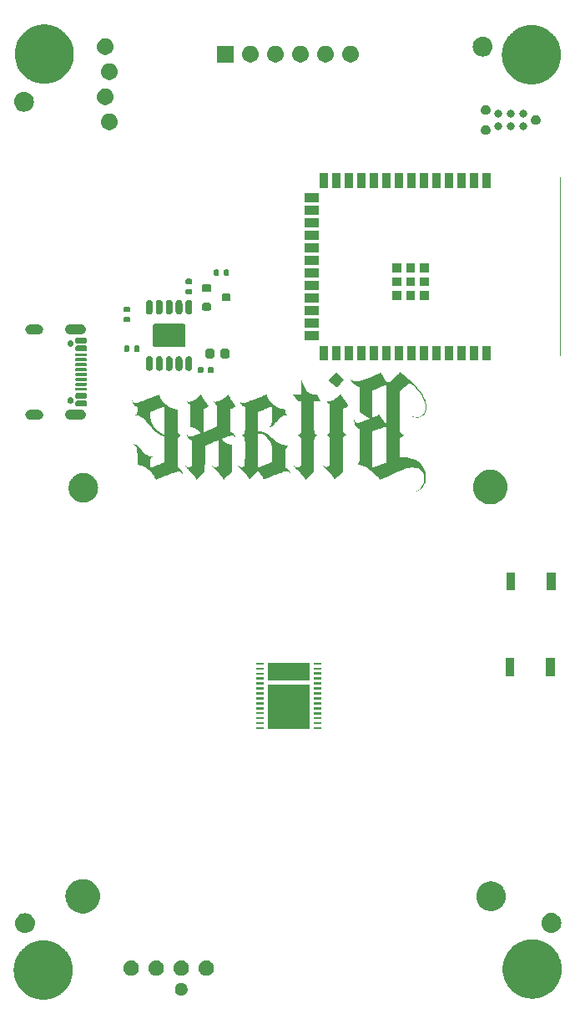
<source format=gbr>
%TF.GenerationSoftware,KiCad,Pcbnew,7.0.10*%
%TF.CreationDate,2024-03-11T15:02:14-04:00*%
%TF.ProjectId,bitaxeUltra,62697461-7865-4556-9c74-72612e6b6963,rev?*%
%TF.SameCoordinates,Original*%
%TF.FileFunction,Soldermask,Bot*%
%TF.FilePolarity,Negative*%
%FSLAX46Y46*%
G04 Gerber Fmt 4.6, Leading zero omitted, Abs format (unit mm)*
G04 Created by KiCad (PCBNEW 7.0.10) date 2024-03-11 15:02:14*
%MOMM*%
%LPD*%
G01*
G04 APERTURE LIST*
G04 APERTURE END LIST*
G36*
X80793578Y-140836066D02*
G01*
X80879444Y-140836066D01*
X80958857Y-140845348D01*
X81040890Y-140849955D01*
X81134832Y-140865916D01*
X81225955Y-140876567D01*
X81297965Y-140893633D01*
X81372550Y-140906306D01*
X81470496Y-140934523D01*
X81565420Y-140957021D01*
X81629337Y-140980285D01*
X81695818Y-140999438D01*
X81796226Y-141041028D01*
X81893249Y-141076342D01*
X81948634Y-141104157D01*
X82006613Y-141128173D01*
X82107727Y-141184057D01*
X82205010Y-141232914D01*
X82251750Y-141263655D01*
X82301051Y-141290903D01*
X82400947Y-141361783D01*
X82496486Y-141424620D01*
X82534707Y-141456691D01*
X82575416Y-141485576D01*
X82672104Y-141571982D01*
X82763735Y-141648869D01*
X82793792Y-141680728D01*
X82826258Y-141709741D01*
X82917656Y-141812016D01*
X83003143Y-141902627D01*
X83025661Y-141932875D01*
X83050423Y-141960583D01*
X83134381Y-142078911D01*
X83211473Y-142182463D01*
X83227271Y-142209827D01*
X83245096Y-142234948D01*
X83319479Y-142369535D01*
X83385908Y-142484592D01*
X83396000Y-142507990D01*
X83407826Y-142529386D01*
X83470539Y-142680789D01*
X83524088Y-142804930D01*
X83529637Y-142823465D01*
X83536561Y-142840181D01*
X83585557Y-143010250D01*
X83624145Y-143139142D01*
X83626439Y-143152157D01*
X83629693Y-143163449D01*
X83663095Y-143360041D01*
X83684725Y-143482711D01*
X83685135Y-143489763D01*
X83686044Y-143495109D01*
X83702131Y-143781560D01*
X83705010Y-143830990D01*
X83702130Y-143880423D01*
X83686044Y-144166870D01*
X83685135Y-144172215D01*
X83684725Y-144179269D01*
X83663090Y-144301964D01*
X83629693Y-144498530D01*
X83626440Y-144509819D01*
X83624145Y-144522838D01*
X83585549Y-144651754D01*
X83536561Y-144821798D01*
X83529638Y-144838511D01*
X83524088Y-144857050D01*
X83470528Y-144981214D01*
X83407826Y-145132593D01*
X83396002Y-145153985D01*
X83385908Y-145177388D01*
X83319467Y-145292466D01*
X83245096Y-145427031D01*
X83227274Y-145452147D01*
X83211473Y-145479517D01*
X83134366Y-145583088D01*
X83050423Y-145701396D01*
X83025666Y-145729098D01*
X83003143Y-145759353D01*
X82917639Y-145849981D01*
X82826258Y-145952238D01*
X82793798Y-145981245D01*
X82763735Y-146013111D01*
X82672086Y-146090013D01*
X82575416Y-146176403D01*
X82534714Y-146205282D01*
X82496486Y-146237360D01*
X82400928Y-146300208D01*
X82301051Y-146371076D01*
X82251760Y-146398318D01*
X82205010Y-146429066D01*
X82107707Y-146477932D01*
X82006613Y-146533806D01*
X81948646Y-146557816D01*
X81893249Y-146585638D01*
X81796206Y-146620958D01*
X81695818Y-146662541D01*
X81629350Y-146681689D01*
X81565420Y-146704959D01*
X81470476Y-146727460D01*
X81372550Y-146755673D01*
X81297980Y-146768342D01*
X81225955Y-146785413D01*
X81134813Y-146796065D01*
X81040890Y-146812024D01*
X80958874Y-146816629D01*
X80879444Y-146825914D01*
X80793561Y-146825914D01*
X80705010Y-146830887D01*
X80616459Y-146825914D01*
X80530576Y-146825914D01*
X80451146Y-146816630D01*
X80369129Y-146812024D01*
X80275203Y-146796065D01*
X80184065Y-146785413D01*
X80112042Y-146768343D01*
X80037469Y-146755673D01*
X79939537Y-146727459D01*
X79844600Y-146704959D01*
X79780672Y-146681691D01*
X79714201Y-146662541D01*
X79613805Y-146620955D01*
X79516771Y-146585638D01*
X79461378Y-146557818D01*
X79403406Y-146533806D01*
X79302301Y-146477927D01*
X79205010Y-146429066D01*
X79158265Y-146398321D01*
X79108968Y-146371076D01*
X79009077Y-146300199D01*
X78913534Y-146237360D01*
X78875310Y-146205286D01*
X78834603Y-146176403D01*
X78737916Y-146089999D01*
X78646285Y-146013111D01*
X78616226Y-145981250D01*
X78583761Y-145952238D01*
X78492361Y-145849961D01*
X78406877Y-145759353D01*
X78384358Y-145729105D01*
X78359596Y-145701396D01*
X78275632Y-145583060D01*
X78198547Y-145479517D01*
X78182749Y-145452154D01*
X78164923Y-145427031D01*
X78090529Y-145292426D01*
X78024112Y-145177388D01*
X78014020Y-145153993D01*
X78002193Y-145132593D01*
X77939466Y-144981156D01*
X77885932Y-144857050D01*
X77880384Y-144838520D01*
X77873458Y-144821798D01*
X77824443Y-144651666D01*
X77785875Y-144522838D01*
X77783581Y-144509828D01*
X77780326Y-144498530D01*
X77746901Y-144301809D01*
X77725295Y-144179269D01*
X77724884Y-144172223D01*
X77723975Y-144166870D01*
X77707861Y-143879943D01*
X77705010Y-143830990D01*
X77707861Y-143782040D01*
X77723975Y-143495109D01*
X77724884Y-143489754D01*
X77725295Y-143482711D01*
X77746897Y-143360197D01*
X77780326Y-143163449D01*
X77783581Y-143152148D01*
X77785875Y-143139142D01*
X77824436Y-143010339D01*
X77873458Y-142840181D01*
X77880385Y-142823456D01*
X77885932Y-142804930D01*
X77939455Y-142680847D01*
X78002193Y-142529386D01*
X78014022Y-142507982D01*
X78024112Y-142484592D01*
X78090516Y-142369576D01*
X78164923Y-142234948D01*
X78182752Y-142209819D01*
X78198547Y-142182463D01*
X78275616Y-142078940D01*
X78359596Y-141960583D01*
X78384363Y-141932868D01*
X78406877Y-141902627D01*
X78492344Y-141812036D01*
X78583761Y-141709741D01*
X78616232Y-141680722D01*
X78646285Y-141648869D01*
X78737898Y-141571995D01*
X78834603Y-141485576D01*
X78875318Y-141456686D01*
X78913534Y-141424620D01*
X79009058Y-141361792D01*
X79108968Y-141290903D01*
X79158274Y-141263652D01*
X79205010Y-141232914D01*
X79302281Y-141184062D01*
X79403406Y-141128173D01*
X79461390Y-141104155D01*
X79516771Y-141076342D01*
X79613785Y-141041031D01*
X79714201Y-140999438D01*
X79780686Y-140980283D01*
X79844600Y-140957021D01*
X79939518Y-140934525D01*
X80037469Y-140906306D01*
X80112057Y-140893633D01*
X80184065Y-140876567D01*
X80275184Y-140865916D01*
X80369129Y-140849955D01*
X80451162Y-140845348D01*
X80530576Y-140836066D01*
X80616441Y-140836066D01*
X80705010Y-140831092D01*
X80793578Y-140836066D01*
G37*
G36*
X130390568Y-140733076D02*
G01*
X130476434Y-140733076D01*
X130555847Y-140742358D01*
X130637880Y-140746965D01*
X130731822Y-140762926D01*
X130822945Y-140773577D01*
X130894955Y-140790643D01*
X130969540Y-140803316D01*
X131067486Y-140831533D01*
X131162410Y-140854031D01*
X131226327Y-140877295D01*
X131292808Y-140896448D01*
X131393216Y-140938038D01*
X131490239Y-140973352D01*
X131545624Y-141001167D01*
X131603603Y-141025183D01*
X131704717Y-141081067D01*
X131802000Y-141129924D01*
X131848740Y-141160665D01*
X131898041Y-141187913D01*
X131997937Y-141258793D01*
X132093476Y-141321630D01*
X132131697Y-141353701D01*
X132172406Y-141382586D01*
X132269094Y-141468992D01*
X132360725Y-141545879D01*
X132390782Y-141577738D01*
X132423248Y-141606751D01*
X132514646Y-141709026D01*
X132600133Y-141799637D01*
X132622651Y-141829885D01*
X132647413Y-141857593D01*
X132731371Y-141975921D01*
X132808463Y-142079473D01*
X132824261Y-142106837D01*
X132842086Y-142131958D01*
X132916469Y-142266545D01*
X132982898Y-142381602D01*
X132992990Y-142405000D01*
X133004816Y-142426396D01*
X133067529Y-142577799D01*
X133121078Y-142701940D01*
X133126627Y-142720475D01*
X133133551Y-142737191D01*
X133182547Y-142907260D01*
X133221135Y-143036152D01*
X133223429Y-143049167D01*
X133226683Y-143060459D01*
X133260085Y-143257051D01*
X133281715Y-143379721D01*
X133282125Y-143386773D01*
X133283034Y-143392119D01*
X133299121Y-143678570D01*
X133302000Y-143728000D01*
X133299120Y-143777433D01*
X133283034Y-144063880D01*
X133282125Y-144069225D01*
X133281715Y-144076279D01*
X133260080Y-144198974D01*
X133226683Y-144395540D01*
X133223430Y-144406829D01*
X133221135Y-144419848D01*
X133182539Y-144548764D01*
X133133551Y-144718808D01*
X133126628Y-144735521D01*
X133121078Y-144754060D01*
X133067518Y-144878224D01*
X133004816Y-145029603D01*
X132992992Y-145050995D01*
X132982898Y-145074398D01*
X132916457Y-145189476D01*
X132842086Y-145324041D01*
X132824264Y-145349157D01*
X132808463Y-145376527D01*
X132731356Y-145480098D01*
X132647413Y-145598406D01*
X132622656Y-145626108D01*
X132600133Y-145656363D01*
X132514629Y-145746991D01*
X132423248Y-145849248D01*
X132390788Y-145878255D01*
X132360725Y-145910121D01*
X132269076Y-145987023D01*
X132172406Y-146073413D01*
X132131704Y-146102292D01*
X132093476Y-146134370D01*
X131997918Y-146197218D01*
X131898041Y-146268086D01*
X131848750Y-146295328D01*
X131802000Y-146326076D01*
X131704697Y-146374942D01*
X131603603Y-146430816D01*
X131545636Y-146454826D01*
X131490239Y-146482648D01*
X131393196Y-146517968D01*
X131292808Y-146559551D01*
X131226340Y-146578699D01*
X131162410Y-146601969D01*
X131067466Y-146624470D01*
X130969540Y-146652683D01*
X130894970Y-146665352D01*
X130822945Y-146682423D01*
X130731803Y-146693075D01*
X130637880Y-146709034D01*
X130555864Y-146713639D01*
X130476434Y-146722924D01*
X130390551Y-146722924D01*
X130302000Y-146727897D01*
X130213449Y-146722924D01*
X130127566Y-146722924D01*
X130048136Y-146713640D01*
X129966119Y-146709034D01*
X129872193Y-146693075D01*
X129781055Y-146682423D01*
X129709032Y-146665353D01*
X129634459Y-146652683D01*
X129536527Y-146624469D01*
X129441590Y-146601969D01*
X129377662Y-146578701D01*
X129311191Y-146559551D01*
X129210795Y-146517965D01*
X129113761Y-146482648D01*
X129058368Y-146454828D01*
X129000396Y-146430816D01*
X128899291Y-146374937D01*
X128802000Y-146326076D01*
X128755255Y-146295331D01*
X128705958Y-146268086D01*
X128606067Y-146197209D01*
X128510524Y-146134370D01*
X128472300Y-146102296D01*
X128431593Y-146073413D01*
X128334906Y-145987009D01*
X128243275Y-145910121D01*
X128213216Y-145878260D01*
X128180751Y-145849248D01*
X128089351Y-145746971D01*
X128003867Y-145656363D01*
X127981348Y-145626115D01*
X127956586Y-145598406D01*
X127872622Y-145480070D01*
X127795537Y-145376527D01*
X127779739Y-145349164D01*
X127761913Y-145324041D01*
X127687519Y-145189436D01*
X127621102Y-145074398D01*
X127611010Y-145051003D01*
X127599183Y-145029603D01*
X127536456Y-144878166D01*
X127482922Y-144754060D01*
X127477374Y-144735530D01*
X127470448Y-144718808D01*
X127421433Y-144548676D01*
X127382865Y-144419848D01*
X127380571Y-144406838D01*
X127377316Y-144395540D01*
X127343891Y-144198819D01*
X127322285Y-144076279D01*
X127321874Y-144069233D01*
X127320965Y-144063880D01*
X127304851Y-143776953D01*
X127302000Y-143728000D01*
X127304851Y-143679050D01*
X127320965Y-143392119D01*
X127321874Y-143386764D01*
X127322285Y-143379721D01*
X127343887Y-143257207D01*
X127377316Y-143060459D01*
X127380571Y-143049158D01*
X127382865Y-143036152D01*
X127421426Y-142907349D01*
X127470448Y-142737191D01*
X127477375Y-142720466D01*
X127482922Y-142701940D01*
X127536445Y-142577857D01*
X127599183Y-142426396D01*
X127611012Y-142404992D01*
X127621102Y-142381602D01*
X127687506Y-142266586D01*
X127761913Y-142131958D01*
X127779742Y-142106829D01*
X127795537Y-142079473D01*
X127872606Y-141975950D01*
X127956586Y-141857593D01*
X127981353Y-141829878D01*
X128003867Y-141799637D01*
X128089334Y-141709046D01*
X128180751Y-141606751D01*
X128213222Y-141577732D01*
X128243275Y-141545879D01*
X128334888Y-141469005D01*
X128431593Y-141382586D01*
X128472308Y-141353696D01*
X128510524Y-141321630D01*
X128606048Y-141258802D01*
X128705958Y-141187913D01*
X128755264Y-141160662D01*
X128802000Y-141129924D01*
X128899271Y-141081072D01*
X129000396Y-141025183D01*
X129058380Y-141001165D01*
X129113761Y-140973352D01*
X129210775Y-140938041D01*
X129311191Y-140896448D01*
X129377676Y-140877293D01*
X129441590Y-140854031D01*
X129536508Y-140831535D01*
X129634459Y-140803316D01*
X129709047Y-140790643D01*
X129781055Y-140773577D01*
X129872174Y-140762926D01*
X129966119Y-140746965D01*
X130048152Y-140742358D01*
X130127566Y-140733076D01*
X130213431Y-140733076D01*
X130302000Y-140728102D01*
X130390568Y-140733076D01*
G37*
G36*
X94739262Y-145139023D02*
G01*
X94779072Y-145139023D01*
X94812591Y-145147284D01*
X94845032Y-145150940D01*
X94887000Y-145165625D01*
X94930678Y-145176391D01*
X94956504Y-145189945D01*
X94981849Y-145198814D01*
X95024684Y-145225728D01*
X95068936Y-145248954D01*
X95086716Y-145264706D01*
X95104579Y-145275930D01*
X95144914Y-145316265D01*
X95185810Y-145352496D01*
X95196205Y-145367556D01*
X95207070Y-145378421D01*
X95241223Y-145432776D01*
X95274510Y-145481000D01*
X95279055Y-145492986D01*
X95284186Y-145501151D01*
X95308442Y-145570472D01*
X95329879Y-145626996D01*
X95330760Y-145634253D01*
X95332060Y-145637968D01*
X95342984Y-145734932D01*
X95348700Y-145782001D01*
X95342984Y-145829073D01*
X95332060Y-145926033D01*
X95330760Y-145929747D01*
X95329879Y-145937006D01*
X95308438Y-145993540D01*
X95284186Y-146062850D01*
X95279056Y-146071013D01*
X95274510Y-146083002D01*
X95241216Y-146131236D01*
X95207070Y-146185580D01*
X95196207Y-146196442D01*
X95185810Y-146211506D01*
X95144905Y-146247744D01*
X95104579Y-146288071D01*
X95086720Y-146299292D01*
X95068936Y-146315048D01*
X95024674Y-146338278D01*
X94981849Y-146365187D01*
X94956509Y-146374053D01*
X94930678Y-146387611D01*
X94886990Y-146398379D01*
X94845032Y-146413061D01*
X94812599Y-146416715D01*
X94779072Y-146424979D01*
X94739254Y-146424979D01*
X94701000Y-146429289D01*
X94662746Y-146424979D01*
X94622928Y-146424979D01*
X94589401Y-146416715D01*
X94556967Y-146413061D01*
X94515005Y-146398378D01*
X94471322Y-146387611D01*
X94445492Y-146374054D01*
X94420150Y-146365187D01*
X94377319Y-146338274D01*
X94333064Y-146315048D01*
X94315281Y-146299294D01*
X94297420Y-146288071D01*
X94257085Y-146247736D01*
X94216190Y-146211506D01*
X94205794Y-146196445D01*
X94194929Y-146185580D01*
X94160772Y-146131219D01*
X94127490Y-146083002D01*
X94122944Y-146071017D01*
X94117813Y-146062850D01*
X94093548Y-145993506D01*
X94072121Y-145937006D01*
X94071240Y-145929751D01*
X94069939Y-145926033D01*
X94059001Y-145828959D01*
X94053300Y-145782001D01*
X94059001Y-145735047D01*
X94069939Y-145637968D01*
X94071240Y-145634248D01*
X94072121Y-145626996D01*
X94093544Y-145570507D01*
X94117813Y-145501151D01*
X94122945Y-145492982D01*
X94127490Y-145481000D01*
X94160765Y-145432792D01*
X94194929Y-145378421D01*
X94205796Y-145367553D01*
X94216190Y-145352496D01*
X94257076Y-145316273D01*
X94297420Y-145275930D01*
X94315285Y-145264704D01*
X94333064Y-145248954D01*
X94377309Y-145225732D01*
X94420150Y-145198814D01*
X94445497Y-145189944D01*
X94471322Y-145176391D01*
X94514995Y-145165626D01*
X94556967Y-145150940D01*
X94589408Y-145147284D01*
X94622928Y-145139023D01*
X94662737Y-145139023D01*
X94701000Y-145134712D01*
X94739262Y-145139023D01*
G37*
G36*
X89662447Y-142839270D02*
G01*
X89703267Y-142839270D01*
X89749317Y-142849058D01*
X89796213Y-142854342D01*
X89830310Y-142866273D01*
X89864212Y-142873479D01*
X89913068Y-142895231D01*
X89962640Y-142912577D01*
X89988443Y-142928790D01*
X90014519Y-142940400D01*
X90063142Y-142975727D01*
X90111936Y-143006386D01*
X90129457Y-143023907D01*
X90147632Y-143037112D01*
X90192564Y-143087014D01*
X90236614Y-143131064D01*
X90246745Y-143147188D01*
X90257731Y-143159389D01*
X90295308Y-143224475D01*
X90330423Y-143280360D01*
X90334807Y-143292890D01*
X90339997Y-143301879D01*
X90366576Y-143383681D01*
X90388658Y-143446787D01*
X90389495Y-143454216D01*
X90390843Y-143458365D01*
X90403059Y-143574604D01*
X90408400Y-143622000D01*
X90403059Y-143669399D01*
X90390843Y-143785634D01*
X90389495Y-143789781D01*
X90388658Y-143797213D01*
X90366572Y-143860331D01*
X90339997Y-143942120D01*
X90334808Y-143951106D01*
X90330423Y-143963640D01*
X90295301Y-144019535D01*
X90257731Y-144084610D01*
X90246748Y-144096807D01*
X90236614Y-144112936D01*
X90192555Y-144156994D01*
X90147632Y-144206887D01*
X90129461Y-144220088D01*
X90111936Y-144237614D01*
X90063132Y-144268279D01*
X90014519Y-144303599D01*
X89988448Y-144315206D01*
X89962640Y-144331423D01*
X89913057Y-144348772D01*
X89864212Y-144370520D01*
X89830316Y-144377724D01*
X89796213Y-144389658D01*
X89749314Y-144394942D01*
X89703267Y-144404730D01*
X89662447Y-144404730D01*
X89621000Y-144409400D01*
X89579553Y-144404730D01*
X89538733Y-144404730D01*
X89492684Y-144394942D01*
X89445787Y-144389658D01*
X89411684Y-144377725D01*
X89377787Y-144370520D01*
X89328937Y-144348770D01*
X89279360Y-144331423D01*
X89253553Y-144315207D01*
X89227480Y-144303599D01*
X89178859Y-144268274D01*
X89130064Y-144237614D01*
X89112541Y-144220091D01*
X89094367Y-144206887D01*
X89049434Y-144156984D01*
X89005386Y-144112936D01*
X88995254Y-144096811D01*
X88984268Y-144084610D01*
X88946686Y-144019515D01*
X88911577Y-143963640D01*
X88907192Y-143951111D01*
X88902002Y-143942120D01*
X88875413Y-143860291D01*
X88853342Y-143797213D01*
X88852505Y-143789786D01*
X88851156Y-143785634D01*
X88838925Y-143669267D01*
X88833600Y-143622000D01*
X88838925Y-143574736D01*
X88851156Y-143458365D01*
X88852505Y-143454212D01*
X88853342Y-143446787D01*
X88875409Y-143383721D01*
X88902002Y-143301879D01*
X88907193Y-143292886D01*
X88911577Y-143280360D01*
X88946679Y-143224495D01*
X88984268Y-143159389D01*
X88995256Y-143147185D01*
X89005386Y-143131064D01*
X89049426Y-143087023D01*
X89094369Y-143037110D01*
X89112547Y-143023902D01*
X89130064Y-143006386D01*
X89178844Y-142975734D01*
X89227478Y-142940401D01*
X89253558Y-142928789D01*
X89279360Y-142912577D01*
X89328927Y-142895232D01*
X89377787Y-142873479D01*
X89411690Y-142866272D01*
X89445787Y-142854342D01*
X89492681Y-142849058D01*
X89538733Y-142839270D01*
X89579553Y-142839270D01*
X89621000Y-142834600D01*
X89662447Y-142839270D01*
G37*
G36*
X92202447Y-142839270D02*
G01*
X92243267Y-142839270D01*
X92289317Y-142849058D01*
X92336213Y-142854342D01*
X92370310Y-142866273D01*
X92404212Y-142873479D01*
X92453068Y-142895231D01*
X92502640Y-142912577D01*
X92528443Y-142928790D01*
X92554519Y-142940400D01*
X92603142Y-142975727D01*
X92651936Y-143006386D01*
X92669457Y-143023907D01*
X92687632Y-143037112D01*
X92732564Y-143087014D01*
X92776614Y-143131064D01*
X92786745Y-143147188D01*
X92797731Y-143159389D01*
X92835308Y-143224475D01*
X92870423Y-143280360D01*
X92874807Y-143292890D01*
X92879997Y-143301879D01*
X92906576Y-143383681D01*
X92928658Y-143446787D01*
X92929495Y-143454216D01*
X92930843Y-143458365D01*
X92943059Y-143574604D01*
X92948400Y-143622000D01*
X92943059Y-143669399D01*
X92930843Y-143785634D01*
X92929495Y-143789781D01*
X92928658Y-143797213D01*
X92906572Y-143860331D01*
X92879997Y-143942120D01*
X92874808Y-143951106D01*
X92870423Y-143963640D01*
X92835301Y-144019535D01*
X92797731Y-144084610D01*
X92786748Y-144096807D01*
X92776614Y-144112936D01*
X92732555Y-144156994D01*
X92687632Y-144206887D01*
X92669461Y-144220088D01*
X92651936Y-144237614D01*
X92603132Y-144268279D01*
X92554519Y-144303599D01*
X92528448Y-144315206D01*
X92502640Y-144331423D01*
X92453057Y-144348772D01*
X92404212Y-144370520D01*
X92370316Y-144377724D01*
X92336213Y-144389658D01*
X92289314Y-144394942D01*
X92243267Y-144404730D01*
X92202447Y-144404730D01*
X92161000Y-144409400D01*
X92119553Y-144404730D01*
X92078733Y-144404730D01*
X92032684Y-144394942D01*
X91985787Y-144389658D01*
X91951684Y-144377725D01*
X91917787Y-144370520D01*
X91868937Y-144348770D01*
X91819360Y-144331423D01*
X91793553Y-144315207D01*
X91767480Y-144303599D01*
X91718859Y-144268274D01*
X91670064Y-144237614D01*
X91652541Y-144220091D01*
X91634367Y-144206887D01*
X91589434Y-144156984D01*
X91545386Y-144112936D01*
X91535254Y-144096811D01*
X91524268Y-144084610D01*
X91486686Y-144019515D01*
X91451577Y-143963640D01*
X91447192Y-143951111D01*
X91442002Y-143942120D01*
X91415413Y-143860291D01*
X91393342Y-143797213D01*
X91392505Y-143789786D01*
X91391156Y-143785634D01*
X91378925Y-143669267D01*
X91373600Y-143622000D01*
X91378925Y-143574736D01*
X91391156Y-143458365D01*
X91392505Y-143454212D01*
X91393342Y-143446787D01*
X91415409Y-143383721D01*
X91442002Y-143301879D01*
X91447193Y-143292886D01*
X91451577Y-143280360D01*
X91486679Y-143224495D01*
X91524268Y-143159389D01*
X91535256Y-143147185D01*
X91545386Y-143131064D01*
X91589426Y-143087023D01*
X91634369Y-143037110D01*
X91652547Y-143023902D01*
X91670064Y-143006386D01*
X91718844Y-142975734D01*
X91767478Y-142940401D01*
X91793558Y-142928789D01*
X91819360Y-142912577D01*
X91868927Y-142895232D01*
X91917787Y-142873479D01*
X91951690Y-142866272D01*
X91985787Y-142854342D01*
X92032681Y-142849058D01*
X92078733Y-142839270D01*
X92119553Y-142839270D01*
X92161000Y-142834600D01*
X92202447Y-142839270D01*
G37*
G36*
X94742447Y-142839270D02*
G01*
X94783267Y-142839270D01*
X94829317Y-142849058D01*
X94876213Y-142854342D01*
X94910310Y-142866273D01*
X94944212Y-142873479D01*
X94993068Y-142895231D01*
X95042640Y-142912577D01*
X95068443Y-142928790D01*
X95094519Y-142940400D01*
X95143142Y-142975727D01*
X95191936Y-143006386D01*
X95209457Y-143023907D01*
X95227632Y-143037112D01*
X95272564Y-143087014D01*
X95316614Y-143131064D01*
X95326745Y-143147188D01*
X95337731Y-143159389D01*
X95375308Y-143224475D01*
X95410423Y-143280360D01*
X95414807Y-143292890D01*
X95419997Y-143301879D01*
X95446576Y-143383681D01*
X95468658Y-143446787D01*
X95469495Y-143454216D01*
X95470843Y-143458365D01*
X95483059Y-143574604D01*
X95488400Y-143622000D01*
X95483059Y-143669399D01*
X95470843Y-143785634D01*
X95469495Y-143789781D01*
X95468658Y-143797213D01*
X95446572Y-143860331D01*
X95419997Y-143942120D01*
X95414808Y-143951106D01*
X95410423Y-143963640D01*
X95375301Y-144019535D01*
X95337731Y-144084610D01*
X95326748Y-144096807D01*
X95316614Y-144112936D01*
X95272555Y-144156994D01*
X95227632Y-144206887D01*
X95209461Y-144220088D01*
X95191936Y-144237614D01*
X95143132Y-144268279D01*
X95094519Y-144303599D01*
X95068448Y-144315206D01*
X95042640Y-144331423D01*
X94993057Y-144348772D01*
X94944212Y-144370520D01*
X94910316Y-144377724D01*
X94876213Y-144389658D01*
X94829314Y-144394942D01*
X94783267Y-144404730D01*
X94742447Y-144404730D01*
X94701000Y-144409400D01*
X94659553Y-144404730D01*
X94618733Y-144404730D01*
X94572684Y-144394942D01*
X94525787Y-144389658D01*
X94491684Y-144377725D01*
X94457787Y-144370520D01*
X94408937Y-144348770D01*
X94359360Y-144331423D01*
X94333553Y-144315207D01*
X94307480Y-144303599D01*
X94258859Y-144268274D01*
X94210064Y-144237614D01*
X94192541Y-144220091D01*
X94174367Y-144206887D01*
X94129434Y-144156984D01*
X94085386Y-144112936D01*
X94075254Y-144096811D01*
X94064268Y-144084610D01*
X94026686Y-144019515D01*
X93991577Y-143963640D01*
X93987192Y-143951111D01*
X93982002Y-143942120D01*
X93955413Y-143860291D01*
X93933342Y-143797213D01*
X93932505Y-143789786D01*
X93931156Y-143785634D01*
X93918925Y-143669267D01*
X93913600Y-143622000D01*
X93918925Y-143574736D01*
X93931156Y-143458365D01*
X93932505Y-143454212D01*
X93933342Y-143446787D01*
X93955409Y-143383721D01*
X93982002Y-143301879D01*
X93987193Y-143292886D01*
X93991577Y-143280360D01*
X94026679Y-143224495D01*
X94064268Y-143159389D01*
X94075256Y-143147185D01*
X94085386Y-143131064D01*
X94129426Y-143087023D01*
X94174369Y-143037110D01*
X94192547Y-143023902D01*
X94210064Y-143006386D01*
X94258844Y-142975734D01*
X94307478Y-142940401D01*
X94333558Y-142928789D01*
X94359360Y-142912577D01*
X94408927Y-142895232D01*
X94457787Y-142873479D01*
X94491690Y-142866272D01*
X94525787Y-142854342D01*
X94572681Y-142849058D01*
X94618733Y-142839270D01*
X94659553Y-142839270D01*
X94701000Y-142834600D01*
X94742447Y-142839270D01*
G37*
G36*
X97282447Y-142839270D02*
G01*
X97323267Y-142839270D01*
X97369317Y-142849058D01*
X97416213Y-142854342D01*
X97450310Y-142866273D01*
X97484212Y-142873479D01*
X97533068Y-142895231D01*
X97582640Y-142912577D01*
X97608443Y-142928790D01*
X97634519Y-142940400D01*
X97683142Y-142975727D01*
X97731936Y-143006386D01*
X97749457Y-143023907D01*
X97767632Y-143037112D01*
X97812564Y-143087014D01*
X97856614Y-143131064D01*
X97866745Y-143147188D01*
X97877731Y-143159389D01*
X97915308Y-143224475D01*
X97950423Y-143280360D01*
X97954807Y-143292890D01*
X97959997Y-143301879D01*
X97986576Y-143383681D01*
X98008658Y-143446787D01*
X98009495Y-143454216D01*
X98010843Y-143458365D01*
X98023059Y-143574604D01*
X98028400Y-143622000D01*
X98023059Y-143669399D01*
X98010843Y-143785634D01*
X98009495Y-143789781D01*
X98008658Y-143797213D01*
X97986572Y-143860331D01*
X97959997Y-143942120D01*
X97954808Y-143951106D01*
X97950423Y-143963640D01*
X97915301Y-144019535D01*
X97877731Y-144084610D01*
X97866748Y-144096807D01*
X97856614Y-144112936D01*
X97812555Y-144156994D01*
X97767632Y-144206887D01*
X97749461Y-144220088D01*
X97731936Y-144237614D01*
X97683132Y-144268279D01*
X97634519Y-144303599D01*
X97608448Y-144315206D01*
X97582640Y-144331423D01*
X97533057Y-144348772D01*
X97484212Y-144370520D01*
X97450316Y-144377724D01*
X97416213Y-144389658D01*
X97369314Y-144394942D01*
X97323267Y-144404730D01*
X97282447Y-144404730D01*
X97241000Y-144409400D01*
X97199553Y-144404730D01*
X97158733Y-144404730D01*
X97112684Y-144394942D01*
X97065787Y-144389658D01*
X97031684Y-144377725D01*
X96997787Y-144370520D01*
X96948937Y-144348770D01*
X96899360Y-144331423D01*
X96873553Y-144315207D01*
X96847480Y-144303599D01*
X96798859Y-144268274D01*
X96750064Y-144237614D01*
X96732541Y-144220091D01*
X96714367Y-144206887D01*
X96669434Y-144156984D01*
X96625386Y-144112936D01*
X96615254Y-144096811D01*
X96604268Y-144084610D01*
X96566686Y-144019515D01*
X96531577Y-143963640D01*
X96527192Y-143951111D01*
X96522002Y-143942120D01*
X96495413Y-143860291D01*
X96473342Y-143797213D01*
X96472505Y-143789786D01*
X96471156Y-143785634D01*
X96458925Y-143669267D01*
X96453600Y-143622000D01*
X96458925Y-143574736D01*
X96471156Y-143458365D01*
X96472505Y-143454212D01*
X96473342Y-143446787D01*
X96495409Y-143383721D01*
X96522002Y-143301879D01*
X96527193Y-143292886D01*
X96531577Y-143280360D01*
X96566679Y-143224495D01*
X96604268Y-143159389D01*
X96615256Y-143147185D01*
X96625386Y-143131064D01*
X96669426Y-143087023D01*
X96714369Y-143037110D01*
X96732547Y-143023902D01*
X96750064Y-143006386D01*
X96798844Y-142975734D01*
X96847478Y-142940401D01*
X96873558Y-142928789D01*
X96899360Y-142912577D01*
X96948927Y-142895232D01*
X96997787Y-142873479D01*
X97031690Y-142866272D01*
X97065787Y-142854342D01*
X97112681Y-142849058D01*
X97158733Y-142839270D01*
X97199553Y-142839270D01*
X97241000Y-142834600D01*
X97282447Y-142839270D01*
G37*
G36*
X79045090Y-138089215D02*
G01*
X79232683Y-138146120D01*
X79405570Y-138238530D01*
X79557107Y-138362893D01*
X79681470Y-138514430D01*
X79773880Y-138687317D01*
X79830785Y-138874910D01*
X79850000Y-139070000D01*
X79830785Y-139265090D01*
X79773880Y-139452683D01*
X79681470Y-139625570D01*
X79557107Y-139777107D01*
X79405570Y-139901470D01*
X79232683Y-139993880D01*
X79045090Y-140050785D01*
X78850000Y-140070000D01*
X78654910Y-140050785D01*
X78467317Y-139993880D01*
X78294430Y-139901470D01*
X78142893Y-139777107D01*
X78018530Y-139625570D01*
X77926120Y-139452683D01*
X77869215Y-139265090D01*
X77850000Y-139070000D01*
X77869215Y-138874910D01*
X77926120Y-138687317D01*
X78018530Y-138514430D01*
X78142893Y-138362893D01*
X78294430Y-138238530D01*
X78467317Y-138146120D01*
X78654910Y-138089215D01*
X78850000Y-138070000D01*
X79045090Y-138089215D01*
G37*
G36*
X132455090Y-138079215D02*
G01*
X132642683Y-138136120D01*
X132815570Y-138228530D01*
X132967107Y-138352893D01*
X133091470Y-138504430D01*
X133183880Y-138677317D01*
X133240785Y-138864910D01*
X133260000Y-139060000D01*
X133240785Y-139255090D01*
X133183880Y-139442683D01*
X133091470Y-139615570D01*
X132967107Y-139767107D01*
X132815570Y-139891470D01*
X132642683Y-139983880D01*
X132455090Y-140040785D01*
X132260000Y-140060000D01*
X132064910Y-140040785D01*
X131877317Y-139983880D01*
X131704430Y-139891470D01*
X131552893Y-139767107D01*
X131428530Y-139615570D01*
X131336120Y-139442683D01*
X131279215Y-139255090D01*
X131260000Y-139060000D01*
X131279215Y-138864910D01*
X131336120Y-138677317D01*
X131428530Y-138504430D01*
X131552893Y-138352893D01*
X131704430Y-138228530D01*
X131877317Y-138136120D01*
X132064910Y-138079215D01*
X132260000Y-138060000D01*
X132455090Y-138079215D01*
G37*
G36*
X85099412Y-134653876D02*
G01*
X85349347Y-134730971D01*
X85585000Y-134844456D01*
X85801107Y-134991795D01*
X85992841Y-135169698D01*
X86155918Y-135374190D01*
X86286696Y-135600703D01*
X86382252Y-135844178D01*
X86440454Y-136099176D01*
X86460000Y-136360000D01*
X86440454Y-136620824D01*
X86382252Y-136875822D01*
X86286696Y-137119297D01*
X86155918Y-137345810D01*
X85992841Y-137550302D01*
X85801107Y-137728205D01*
X85585000Y-137875544D01*
X85349347Y-137989029D01*
X85099412Y-138066124D01*
X84840778Y-138105107D01*
X84579222Y-138105107D01*
X84320588Y-138066124D01*
X84070653Y-137989029D01*
X83835000Y-137875544D01*
X83618893Y-137728205D01*
X83427159Y-137550302D01*
X83264082Y-137345810D01*
X83133304Y-137119297D01*
X83037748Y-136875822D01*
X82979546Y-136620824D01*
X82960000Y-136360000D01*
X82979546Y-136099176D01*
X83037748Y-135844178D01*
X83133304Y-135600703D01*
X83264082Y-135374190D01*
X83427159Y-135169698D01*
X83618893Y-134991795D01*
X83835000Y-134844456D01*
X84070653Y-134730971D01*
X84320588Y-134653876D01*
X84579222Y-134614893D01*
X84840778Y-134614893D01*
X85099412Y-134653876D01*
G37*
G36*
X126192540Y-134855123D02*
G01*
X126253869Y-134855123D01*
X126308609Y-134864257D01*
X126364622Y-134868666D01*
X126432082Y-134884862D01*
X126498228Y-134895900D01*
X126545144Y-134912006D01*
X126593464Y-134923607D01*
X126663793Y-134952738D01*
X126732543Y-134976340D01*
X126770943Y-134997121D01*
X126810891Y-135013668D01*
X126881703Y-135057061D01*
X126950422Y-135094250D01*
X126980154Y-135117391D01*
X127011557Y-135136635D01*
X127080180Y-135195244D01*
X127145922Y-135246414D01*
X127167369Y-135269711D01*
X127190517Y-135289482D01*
X127254083Y-135363908D01*
X127313711Y-135428681D01*
X127327725Y-135450131D01*
X127343364Y-135468442D01*
X127398928Y-135559116D01*
X127449211Y-135636079D01*
X127457069Y-135653993D01*
X127466331Y-135669108D01*
X127510965Y-135776865D01*
X127548726Y-135862951D01*
X127552033Y-135876013D01*
X127556392Y-135886535D01*
X127587310Y-136015318D01*
X127609542Y-136103108D01*
X127610150Y-136110451D01*
X127611333Y-136115377D01*
X127625977Y-136301458D01*
X127630000Y-136350000D01*
X127625977Y-136398545D01*
X127611333Y-136584622D01*
X127610150Y-136589546D01*
X127609542Y-136596892D01*
X127587306Y-136684699D01*
X127556392Y-136813464D01*
X127552034Y-136823983D01*
X127548726Y-136837049D01*
X127510958Y-136923151D01*
X127466331Y-137030891D01*
X127457070Y-137046002D01*
X127449211Y-137063921D01*
X127398918Y-137140899D01*
X127343364Y-137231557D01*
X127327728Y-137249864D01*
X127313711Y-137271319D01*
X127254071Y-137336104D01*
X127190517Y-137410517D01*
X127167373Y-137430283D01*
X127145922Y-137453586D01*
X127080166Y-137504765D01*
X127011557Y-137563364D01*
X126980160Y-137582603D01*
X126950422Y-137605750D01*
X126881689Y-137642946D01*
X126810891Y-137686331D01*
X126770951Y-137702874D01*
X126732543Y-137723660D01*
X126663779Y-137747266D01*
X126593464Y-137776392D01*
X126545153Y-137787990D01*
X126498228Y-137804100D01*
X126432068Y-137815140D01*
X126364622Y-137831333D01*
X126308621Y-137835740D01*
X126253869Y-137844877D01*
X126192528Y-137844877D01*
X126130000Y-137849798D01*
X126067472Y-137844877D01*
X126006131Y-137844877D01*
X125951379Y-137835740D01*
X125895377Y-137831333D01*
X125827928Y-137815139D01*
X125761772Y-137804100D01*
X125714848Y-137787991D01*
X125666535Y-137776392D01*
X125596214Y-137747264D01*
X125527457Y-137723660D01*
X125489052Y-137702876D01*
X125449108Y-137686331D01*
X125378302Y-137642941D01*
X125309578Y-137605750D01*
X125279843Y-137582606D01*
X125248442Y-137563364D01*
X125179821Y-137504756D01*
X125114078Y-137453586D01*
X125092630Y-137430287D01*
X125069482Y-137410517D01*
X125005914Y-137336089D01*
X124946289Y-137271319D01*
X124932275Y-137249869D01*
X124916635Y-137231557D01*
X124861065Y-137140874D01*
X124810789Y-137063921D01*
X124802931Y-137046008D01*
X124793668Y-137030891D01*
X124749023Y-136923110D01*
X124711274Y-136837049D01*
X124707967Y-136823990D01*
X124703607Y-136813464D01*
X124672674Y-136684623D01*
X124650458Y-136596892D01*
X124649849Y-136589553D01*
X124648666Y-136584622D01*
X124634002Y-136398304D01*
X124630000Y-136350000D01*
X124634002Y-136301699D01*
X124648666Y-136115377D01*
X124649850Y-136110445D01*
X124650458Y-136103108D01*
X124672669Y-136015394D01*
X124703607Y-135886535D01*
X124707967Y-135876007D01*
X124711274Y-135862951D01*
X124749016Y-135776906D01*
X124793668Y-135669108D01*
X124802933Y-135653988D01*
X124810789Y-135636079D01*
X124861055Y-135559140D01*
X124916635Y-135468442D01*
X124932277Y-135450126D01*
X124946289Y-135428681D01*
X125005903Y-135363923D01*
X125069482Y-135289482D01*
X125092634Y-135269707D01*
X125114078Y-135246414D01*
X125179808Y-135195253D01*
X125248442Y-135136635D01*
X125279849Y-135117388D01*
X125309578Y-135094250D01*
X125378288Y-135057065D01*
X125449108Y-135013668D01*
X125489060Y-134997119D01*
X125527457Y-134976340D01*
X125596200Y-134952740D01*
X125666535Y-134923607D01*
X125714858Y-134912005D01*
X125761772Y-134895900D01*
X125827914Y-134884862D01*
X125895377Y-134868666D01*
X125951390Y-134864257D01*
X126006131Y-134855123D01*
X126067459Y-134855123D01*
X126130000Y-134850201D01*
X126192540Y-134855123D01*
G37*
G36*
X108924000Y-119441500D02*
G01*
X108132000Y-119441500D01*
X108132000Y-119220500D01*
X108924000Y-119220500D01*
X108924000Y-119441500D01*
G37*
G36*
X107750500Y-119441000D02*
G01*
X103473500Y-119441000D01*
X103473500Y-114911000D01*
X107750500Y-114911000D01*
X107750500Y-119441000D01*
G37*
G36*
X103092000Y-119428500D02*
G01*
X102300000Y-119428500D01*
X102300000Y-119207500D01*
X103092000Y-119207500D01*
X103092000Y-119428500D01*
G37*
G36*
X108924000Y-118939500D02*
G01*
X108132000Y-118939500D01*
X108132000Y-118718500D01*
X108924000Y-118718500D01*
X108924000Y-118939500D01*
G37*
G36*
X103092000Y-118928500D02*
G01*
X102300000Y-118928500D01*
X102300000Y-118707500D01*
X103092000Y-118707500D01*
X103092000Y-118928500D01*
G37*
G36*
X108924000Y-118437500D02*
G01*
X108132000Y-118437500D01*
X108132000Y-118216500D01*
X108924000Y-118216500D01*
X108924000Y-118437500D01*
G37*
G36*
X103092000Y-118428500D02*
G01*
X102300000Y-118428500D01*
X102300000Y-118207500D01*
X103092000Y-118207500D01*
X103092000Y-118428500D01*
G37*
G36*
X108924000Y-117935500D02*
G01*
X108132000Y-117935500D01*
X108132000Y-117714500D01*
X108924000Y-117714500D01*
X108924000Y-117935500D01*
G37*
G36*
X103092000Y-117928500D02*
G01*
X102300000Y-117928500D01*
X102300000Y-117707500D01*
X103092000Y-117707500D01*
X103092000Y-117928500D01*
G37*
G36*
X108924000Y-117433500D02*
G01*
X108132000Y-117433500D01*
X108132000Y-117212500D01*
X108924000Y-117212500D01*
X108924000Y-117433500D01*
G37*
G36*
X103092000Y-117428500D02*
G01*
X102300000Y-117428500D01*
X102300000Y-117207500D01*
X103092000Y-117207500D01*
X103092000Y-117428500D01*
G37*
G36*
X103092000Y-116931500D02*
G01*
X102300000Y-116931500D01*
X102300000Y-116710500D01*
X103092000Y-116710500D01*
X103092000Y-116931500D01*
G37*
G36*
X108924000Y-116931500D02*
G01*
X108132000Y-116931500D01*
X108132000Y-116710500D01*
X108924000Y-116710500D01*
X108924000Y-116931500D01*
G37*
G36*
X108924000Y-116429500D02*
G01*
X108132000Y-116429500D01*
X108132000Y-116208500D01*
X108924000Y-116208500D01*
X108924000Y-116429500D01*
G37*
G36*
X103092000Y-116428500D02*
G01*
X102300000Y-116428500D01*
X102300000Y-116207500D01*
X103092000Y-116207500D01*
X103092000Y-116428500D01*
G37*
G36*
X103092000Y-115927500D02*
G01*
X102300000Y-115927500D01*
X102300000Y-115706500D01*
X103092000Y-115706500D01*
X103092000Y-115927500D01*
G37*
G36*
X108924000Y-115927500D02*
G01*
X108132000Y-115927500D01*
X108132000Y-115706500D01*
X108924000Y-115706500D01*
X108924000Y-115927500D01*
G37*
G36*
X103092000Y-115425500D02*
G01*
X102300000Y-115425500D01*
X102300000Y-115204500D01*
X103092000Y-115204500D01*
X103092000Y-115425500D01*
G37*
G36*
X108924000Y-115425500D02*
G01*
X108132000Y-115425500D01*
X108132000Y-115204500D01*
X108924000Y-115204500D01*
X108924000Y-115425500D01*
G37*
G36*
X103092000Y-114923500D02*
G01*
X102300000Y-114923500D01*
X102300000Y-114702500D01*
X103092000Y-114702500D01*
X103092000Y-114923500D01*
G37*
G36*
X108924000Y-114923500D02*
G01*
X108132000Y-114923500D01*
X108132000Y-114702500D01*
X108924000Y-114702500D01*
X108924000Y-114923500D01*
G37*
G36*
X107750500Y-114505000D02*
G01*
X103473500Y-114505000D01*
X103473500Y-112695000D01*
X107750500Y-112695000D01*
X107750500Y-114505000D01*
G37*
G36*
X103092000Y-114421500D02*
G01*
X102300000Y-114421500D01*
X102300000Y-114200500D01*
X103092000Y-114200500D01*
X103092000Y-114421500D01*
G37*
G36*
X108924000Y-114421500D02*
G01*
X108132000Y-114421500D01*
X108132000Y-114200500D01*
X108924000Y-114200500D01*
X108924000Y-114421500D01*
G37*
G36*
X128482000Y-114055000D02*
G01*
X127582000Y-114055000D01*
X127582000Y-112255000D01*
X128482000Y-112255000D01*
X128482000Y-114055000D01*
G37*
G36*
X132592000Y-114055000D02*
G01*
X131692000Y-114055000D01*
X131692000Y-112255000D01*
X132592000Y-112255000D01*
X132592000Y-114055000D01*
G37*
G36*
X103092000Y-113928500D02*
G01*
X102300000Y-113928500D01*
X102300000Y-113707500D01*
X103092000Y-113707500D01*
X103092000Y-113928500D01*
G37*
G36*
X108924000Y-113919500D02*
G01*
X108132000Y-113919500D01*
X108132000Y-113698500D01*
X108924000Y-113698500D01*
X108924000Y-113919500D01*
G37*
G36*
X103092000Y-113417500D02*
G01*
X102300000Y-113417500D01*
X102300000Y-113196500D01*
X103092000Y-113196500D01*
X103092000Y-113417500D01*
G37*
G36*
X108924000Y-113417500D02*
G01*
X108132000Y-113417500D01*
X108132000Y-113196500D01*
X108924000Y-113196500D01*
X108924000Y-113417500D01*
G37*
G36*
X103092000Y-112928500D02*
G01*
X102300000Y-112928500D01*
X102300000Y-112707500D01*
X103092000Y-112707500D01*
X103092000Y-112928500D01*
G37*
G36*
X108924000Y-112915500D02*
G01*
X108132000Y-112915500D01*
X108132000Y-112694500D01*
X108924000Y-112694500D01*
X108924000Y-112915500D01*
G37*
G36*
X128586000Y-105348000D02*
G01*
X127686000Y-105348000D01*
X127686000Y-103548000D01*
X128586000Y-103548000D01*
X128586000Y-105348000D01*
G37*
G36*
X132696000Y-105348000D02*
G01*
X131796000Y-105348000D01*
X131796000Y-103548000D01*
X132696000Y-103548000D01*
X132696000Y-105348000D01*
G37*
G36*
X126449412Y-93203876D02*
G01*
X126699347Y-93280971D01*
X126935000Y-93394456D01*
X127151107Y-93541795D01*
X127342841Y-93719698D01*
X127505918Y-93924190D01*
X127636696Y-94150703D01*
X127732252Y-94394178D01*
X127790454Y-94649176D01*
X127810000Y-94910000D01*
X127790454Y-95170824D01*
X127732252Y-95425822D01*
X127636696Y-95669297D01*
X127505918Y-95895810D01*
X127342841Y-96100302D01*
X127151107Y-96278205D01*
X126935000Y-96425544D01*
X126699347Y-96539029D01*
X126449412Y-96616124D01*
X126190778Y-96655107D01*
X125929222Y-96655107D01*
X125670588Y-96616124D01*
X125420653Y-96539029D01*
X125185000Y-96425544D01*
X124968893Y-96278205D01*
X124777159Y-96100302D01*
X124614082Y-95895810D01*
X124483304Y-95669297D01*
X124387748Y-95425822D01*
X124329546Y-95170824D01*
X124310000Y-94910000D01*
X124329546Y-94649176D01*
X124387748Y-94394178D01*
X124483304Y-94150703D01*
X124614082Y-93924190D01*
X124777159Y-93719698D01*
X124968893Y-93541795D01*
X125185000Y-93394456D01*
X125420653Y-93280971D01*
X125670588Y-93203876D01*
X125929222Y-93164893D01*
X126190778Y-93164893D01*
X126449412Y-93203876D01*
G37*
G36*
X84826540Y-93489123D02*
G01*
X84887869Y-93489123D01*
X84942609Y-93498257D01*
X84998622Y-93502666D01*
X85066082Y-93518862D01*
X85132228Y-93529900D01*
X85179144Y-93546006D01*
X85227464Y-93557607D01*
X85297793Y-93586738D01*
X85366543Y-93610340D01*
X85404943Y-93631121D01*
X85444891Y-93647668D01*
X85515703Y-93691061D01*
X85584422Y-93728250D01*
X85614154Y-93751391D01*
X85645557Y-93770635D01*
X85714180Y-93829244D01*
X85779922Y-93880414D01*
X85801369Y-93903711D01*
X85824517Y-93923482D01*
X85888083Y-93997908D01*
X85947711Y-94062681D01*
X85961725Y-94084131D01*
X85977364Y-94102442D01*
X86032928Y-94193116D01*
X86083211Y-94270079D01*
X86091069Y-94287993D01*
X86100331Y-94303108D01*
X86144965Y-94410865D01*
X86182726Y-94496951D01*
X86186033Y-94510013D01*
X86190392Y-94520535D01*
X86221310Y-94649318D01*
X86243542Y-94737108D01*
X86244150Y-94744451D01*
X86245333Y-94749377D01*
X86259977Y-94935458D01*
X86264000Y-94984000D01*
X86259977Y-95032545D01*
X86245333Y-95218622D01*
X86244150Y-95223546D01*
X86243542Y-95230892D01*
X86221306Y-95318699D01*
X86190392Y-95447464D01*
X86186034Y-95457983D01*
X86182726Y-95471049D01*
X86144958Y-95557151D01*
X86100331Y-95664891D01*
X86091070Y-95680002D01*
X86083211Y-95697921D01*
X86032918Y-95774899D01*
X85977364Y-95865557D01*
X85961728Y-95883864D01*
X85947711Y-95905319D01*
X85888071Y-95970104D01*
X85824517Y-96044517D01*
X85801373Y-96064283D01*
X85779922Y-96087586D01*
X85714166Y-96138765D01*
X85645557Y-96197364D01*
X85614160Y-96216603D01*
X85584422Y-96239750D01*
X85515689Y-96276946D01*
X85444891Y-96320331D01*
X85404951Y-96336874D01*
X85366543Y-96357660D01*
X85297779Y-96381266D01*
X85227464Y-96410392D01*
X85179153Y-96421990D01*
X85132228Y-96438100D01*
X85066068Y-96449140D01*
X84998622Y-96465333D01*
X84942621Y-96469740D01*
X84887869Y-96478877D01*
X84826528Y-96478877D01*
X84764000Y-96483798D01*
X84701472Y-96478877D01*
X84640131Y-96478877D01*
X84585379Y-96469740D01*
X84529377Y-96465333D01*
X84461928Y-96449139D01*
X84395772Y-96438100D01*
X84348848Y-96421991D01*
X84300535Y-96410392D01*
X84230214Y-96381264D01*
X84161457Y-96357660D01*
X84123052Y-96336876D01*
X84083108Y-96320331D01*
X84012302Y-96276941D01*
X83943578Y-96239750D01*
X83913843Y-96216606D01*
X83882442Y-96197364D01*
X83813821Y-96138756D01*
X83748078Y-96087586D01*
X83726630Y-96064287D01*
X83703482Y-96044517D01*
X83639914Y-95970089D01*
X83580289Y-95905319D01*
X83566275Y-95883869D01*
X83550635Y-95865557D01*
X83495065Y-95774874D01*
X83444789Y-95697921D01*
X83436931Y-95680008D01*
X83427668Y-95664891D01*
X83383023Y-95557110D01*
X83345274Y-95471049D01*
X83341967Y-95457990D01*
X83337607Y-95447464D01*
X83306674Y-95318623D01*
X83284458Y-95230892D01*
X83283849Y-95223553D01*
X83282666Y-95218622D01*
X83268002Y-95032304D01*
X83264000Y-94984000D01*
X83268002Y-94935699D01*
X83282666Y-94749377D01*
X83283850Y-94744445D01*
X83284458Y-94737108D01*
X83306669Y-94649394D01*
X83337607Y-94520535D01*
X83341967Y-94510007D01*
X83345274Y-94496951D01*
X83383016Y-94410906D01*
X83427668Y-94303108D01*
X83436933Y-94287988D01*
X83444789Y-94270079D01*
X83495055Y-94193140D01*
X83550635Y-94102442D01*
X83566277Y-94084126D01*
X83580289Y-94062681D01*
X83639903Y-93997923D01*
X83703482Y-93923482D01*
X83726634Y-93903707D01*
X83748078Y-93880414D01*
X83813808Y-93829253D01*
X83882442Y-93770635D01*
X83913849Y-93751388D01*
X83943578Y-93728250D01*
X84012288Y-93691065D01*
X84083108Y-93647668D01*
X84123060Y-93631119D01*
X84161457Y-93610340D01*
X84230200Y-93586740D01*
X84300535Y-93557607D01*
X84348858Y-93546005D01*
X84395772Y-93529900D01*
X84461914Y-93518862D01*
X84529377Y-93502666D01*
X84585390Y-93498257D01*
X84640131Y-93489123D01*
X84701459Y-93489123D01*
X84764000Y-93484201D01*
X84826540Y-93489123D01*
G37*
G36*
X114985847Y-83338558D02*
G01*
X114987820Y-83344645D01*
X114988396Y-83346275D01*
X115020924Y-83430872D01*
X115021888Y-83433121D01*
X115077996Y-83551572D01*
X115078833Y-83553213D01*
X115142339Y-83669439D01*
X115147410Y-83678719D01*
X115148345Y-83680320D01*
X115196577Y-83757748D01*
X115221937Y-83798458D01*
X115223502Y-83800747D01*
X115257767Y-83846487D01*
X115261259Y-83851149D01*
X115262281Y-83852443D01*
X115318553Y-83920116D01*
X115387535Y-83998707D01*
X115463084Y-84081617D01*
X115538131Y-84161337D01*
X115539560Y-84162855D01*
X115611342Y-84236447D01*
X115672278Y-84295903D01*
X115673409Y-84296955D01*
X115682970Y-84305436D01*
X115715952Y-84334691D01*
X115763844Y-84335622D01*
X115778300Y-84323775D01*
X115784798Y-84318448D01*
X115843184Y-84267234D01*
X115921041Y-84197171D01*
X116014062Y-84112288D01*
X116118300Y-84016272D01*
X116199002Y-83941401D01*
X116229484Y-83913121D01*
X116327672Y-83821451D01*
X116343493Y-83806679D01*
X116344340Y-83805884D01*
X116344350Y-83805875D01*
X116456103Y-83700905D01*
X116563191Y-83599644D01*
X116660808Y-83506589D01*
X116744381Y-83426024D01*
X116810127Y-83361472D01*
X116852865Y-83317860D01*
X116854512Y-83316048D01*
X116868789Y-83299095D01*
X116870401Y-83296699D01*
X116871291Y-83295959D01*
X116877313Y-83284520D01*
X116887809Y-83276978D01*
X116887810Y-83276977D01*
X116889688Y-83275628D01*
X116889688Y-83275627D01*
X116900186Y-83268085D01*
X116917181Y-83277171D01*
X116962723Y-83308058D01*
X116973217Y-83315608D01*
X116973219Y-83315609D01*
X117020100Y-83349339D01*
X117030607Y-83356899D01*
X117040989Y-83364598D01*
X117040991Y-83364599D01*
X117104786Y-83411909D01*
X117104786Y-83411910D01*
X117115160Y-83419603D01*
X117210714Y-83492080D01*
X117220815Y-83500109D01*
X117220816Y-83500110D01*
X117493510Y-83716883D01*
X117503641Y-83724937D01*
X117823871Y-84000189D01*
X118123327Y-84280259D01*
X118132365Y-84289486D01*
X118132366Y-84289487D01*
X118160727Y-84318442D01*
X118399804Y-84562525D01*
X118540167Y-84719953D01*
X118642489Y-84834714D01*
X118651096Y-84844368D01*
X118874998Y-85123167D01*
X119069304Y-85396302D01*
X119231808Y-85661151D01*
X119237646Y-85672689D01*
X119237647Y-85672690D01*
X119269446Y-85735534D01*
X119360305Y-85915096D01*
X119452589Y-86155515D01*
X119465998Y-86199403D01*
X119508569Y-86360083D01*
X119541800Y-86519815D01*
X119543684Y-86532609D01*
X119543685Y-86532610D01*
X119560181Y-86644589D01*
X119563356Y-86666138D01*
X119570900Y-86786588D01*
X119570535Y-86807598D01*
X119560238Y-86925507D01*
X119538121Y-87057196D01*
X119507334Y-87188802D01*
X119471026Y-87306466D01*
X119432349Y-87396324D01*
X119378625Y-87484073D01*
X119253776Y-87632008D01*
X119178098Y-87691644D01*
X119115881Y-87740673D01*
X119115879Y-87740673D01*
X119105723Y-87748677D01*
X118939196Y-87831999D01*
X118758925Y-87879893D01*
X118569639Y-87890277D01*
X118376068Y-87861072D01*
X118230183Y-87813654D01*
X118061294Y-87734545D01*
X117905553Y-87636336D01*
X117895629Y-87628045D01*
X117895628Y-87628045D01*
X117782389Y-87533441D01*
X117782388Y-87533440D01*
X117772466Y-87525151D01*
X117671541Y-87407115D01*
X117664517Y-87395947D01*
X117666383Y-87389774D01*
X117676375Y-87397974D01*
X117682610Y-87403090D01*
X117692609Y-87411296D01*
X117701814Y-87420373D01*
X117701815Y-87420374D01*
X117740432Y-87458454D01*
X117885416Y-87590135D01*
X117889358Y-87593197D01*
X117923482Y-87615738D01*
X118061016Y-87706584D01*
X118066354Y-87709436D01*
X118249084Y-87786188D01*
X118254852Y-87788002D01*
X118455061Y-87831033D01*
X118457994Y-87831524D01*
X118467166Y-87832633D01*
X118470373Y-87832860D01*
X118655933Y-87836815D01*
X118662079Y-87836363D01*
X118836231Y-87806793D01*
X118842346Y-87805130D01*
X119001597Y-87744638D01*
X119007526Y-87741664D01*
X119147005Y-87652859D01*
X119152504Y-87648456D01*
X119267477Y-87533918D01*
X119272140Y-87528058D01*
X119358958Y-87388695D01*
X119361007Y-87384854D01*
X119383155Y-87335684D01*
X119384004Y-87333611D01*
X119428112Y-87214373D01*
X119429282Y-87210475D01*
X119456964Y-87091771D01*
X119457630Y-87087840D01*
X119471855Y-86954720D01*
X119472033Y-86951893D01*
X119475164Y-86789504D01*
X119475031Y-86776255D01*
X119472424Y-86670650D01*
X119472332Y-86668882D01*
X119465698Y-86585244D01*
X119465355Y-86582452D01*
X119452364Y-86504780D01*
X119451834Y-86502237D01*
X119451681Y-86501629D01*
X119445862Y-86478415D01*
X119429673Y-86413839D01*
X119395718Y-86299835D01*
X119351323Y-86168266D01*
X119350498Y-86166082D01*
X119301953Y-86050377D01*
X119256452Y-85941929D01*
X119255221Y-85939325D01*
X119137037Y-85715950D01*
X119135687Y-85713634D01*
X118990552Y-85486759D01*
X118989225Y-85484840D01*
X118814441Y-85250527D01*
X118813237Y-85249009D01*
X118606182Y-85003440D01*
X118605156Y-85002280D01*
X118362799Y-84741166D01*
X118252885Y-84628369D01*
X118174914Y-84553289D01*
X118156421Y-84535482D01*
X118154278Y-84533594D01*
X118074485Y-84469293D01*
X118069490Y-84465977D01*
X118001928Y-84429597D01*
X117992377Y-84426235D01*
X117931442Y-84414958D01*
X117919575Y-84414947D01*
X117893939Y-84419641D01*
X117855135Y-84426748D01*
X117846677Y-84429533D01*
X117769558Y-84467249D01*
X117765304Y-84469749D01*
X117670598Y-84535620D01*
X117668750Y-84537008D01*
X117648619Y-84553289D01*
X117643839Y-84557155D01*
X117551978Y-84631446D01*
X117408593Y-84753929D01*
X117357351Y-84798345D01*
X117250374Y-84892954D01*
X117248237Y-84894898D01*
X117152838Y-84981656D01*
X117070371Y-85059203D01*
X117009239Y-85119713D01*
X117007947Y-85121069D01*
X116973896Y-85159001D01*
X116972285Y-85160945D01*
X116961784Y-85174683D01*
X116941602Y-85201348D01*
X116940759Y-85202516D01*
X116923893Y-85227066D01*
X116922341Y-85229562D01*
X116911023Y-85249761D01*
X116908205Y-85254790D01*
X116906565Y-85258159D01*
X116894383Y-85287363D01*
X116893182Y-85290766D01*
X116882512Y-85327341D01*
X116881826Y-85330158D01*
X116872577Y-85377186D01*
X116872245Y-85379217D01*
X116864426Y-85439438D01*
X116864282Y-85440779D01*
X116857834Y-85517083D01*
X116852698Y-85611806D01*
X116848770Y-85726931D01*
X116845889Y-85865117D01*
X116843909Y-86027811D01*
X116843896Y-86028842D01*
X116842624Y-86221194D01*
X116842187Y-86359030D01*
X116841916Y-86444627D01*
X116841610Y-86701645D01*
X116841545Y-86995019D01*
X116841559Y-87327407D01*
X116841619Y-87555697D01*
X116841952Y-87873173D01*
X116842603Y-88152341D01*
X116843599Y-88395236D01*
X116844965Y-88603897D01*
X116846327Y-88740183D01*
X116846729Y-88780356D01*
X116846997Y-88798267D01*
X116848918Y-88926663D01*
X116850123Y-88980576D01*
X116851559Y-89044843D01*
X116854678Y-89136948D01*
X116858300Y-89204974D01*
X116860574Y-89230169D01*
X116862105Y-89247142D01*
X116862325Y-89249576D01*
X116862708Y-89252415D01*
X116866669Y-89274312D01*
X116868128Y-89279692D01*
X116877497Y-89305279D01*
X116880199Y-89310911D01*
X116934006Y-89399994D01*
X116938075Y-89405378D01*
X116985647Y-89456358D01*
X117005547Y-89477684D01*
X117017265Y-89490241D01*
X117021578Y-89494108D01*
X117039235Y-89507305D01*
X117115516Y-89564316D01*
X117121284Y-89567761D01*
X117220239Y-89613751D01*
X117223489Y-89615054D01*
X117263863Y-89628763D01*
X117276108Y-89632921D01*
X117288027Y-89637926D01*
X117288028Y-89637927D01*
X117297468Y-89641892D01*
X117323429Y-89652795D01*
X117341641Y-89665981D01*
X117325794Y-89678653D01*
X117280349Y-89700535D01*
X117217322Y-89725498D01*
X117216529Y-89725812D01*
X117214874Y-89726521D01*
X117104802Y-89777516D01*
X117098673Y-89781225D01*
X117032231Y-89832211D01*
X116986730Y-89867128D01*
X116980318Y-89873667D01*
X116899053Y-89984034D01*
X116896508Y-89988087D01*
X116893671Y-89993444D01*
X116884210Y-90013110D01*
X116882910Y-90016220D01*
X116875703Y-90036349D01*
X116874631Y-90040011D01*
X116868531Y-90066536D01*
X116868012Y-90069369D01*
X116864641Y-90093977D01*
X116862855Y-90107009D01*
X116862657Y-90108822D01*
X116858418Y-90162062D01*
X116855079Y-90234262D01*
X116852511Y-90328468D01*
X116850515Y-90448611D01*
X116849109Y-90578444D01*
X116848994Y-90589039D01*
X116848994Y-90589040D01*
X116848900Y-90597750D01*
X116848891Y-90598530D01*
X116848564Y-90639894D01*
X116847437Y-90782446D01*
X116845957Y-91004006D01*
X116840213Y-91893859D01*
X116882627Y-91932828D01*
X116937385Y-91927829D01*
X116937586Y-91927811D01*
X116950141Y-91926665D01*
X116962813Y-91925554D01*
X116962815Y-91925554D01*
X117059365Y-91917094D01*
X117059367Y-91917094D01*
X117072216Y-91915969D01*
X117085064Y-91915039D01*
X117085065Y-91915039D01*
X117153849Y-91910062D01*
X117188994Y-91907519D01*
X117201885Y-91906987D01*
X117201887Y-91906987D01*
X117273413Y-91904040D01*
X117273414Y-91904040D01*
X117286335Y-91903508D01*
X117299255Y-91903540D01*
X117299258Y-91903540D01*
X117363233Y-91903704D01*
X117376162Y-91903737D01*
X117389068Y-91904321D01*
X117389071Y-91904321D01*
X117457482Y-91907421D01*
X117457483Y-91907421D01*
X117470400Y-91908007D01*
X117483283Y-91908952D01*
X117568080Y-91915172D01*
X117580972Y-91916118D01*
X117593778Y-91917816D01*
X117593779Y-91917816D01*
X117873401Y-91954893D01*
X117873402Y-91954894D01*
X117886215Y-91956593D01*
X117898746Y-91959736D01*
X117898748Y-91959736D01*
X118166906Y-92026995D01*
X118179448Y-92030141D01*
X118191470Y-92034885D01*
X118191472Y-92034885D01*
X118433926Y-92130554D01*
X118445953Y-92135300D01*
X118457184Y-92141701D01*
X118457185Y-92141702D01*
X118674078Y-92265334D01*
X118674079Y-92265335D01*
X118685313Y-92271739D01*
X118774601Y-92342305D01*
X118875034Y-92421679D01*
X118897113Y-92439128D01*
X118905905Y-92448598D01*
X118905908Y-92448600D01*
X119058541Y-92613011D01*
X119080939Y-92637137D01*
X119236373Y-92865434D01*
X119363001Y-93123689D01*
X119460407Y-93411572D01*
X119479871Y-93486304D01*
X119495620Y-93559932D01*
X119506130Y-93633392D01*
X119512487Y-93717140D01*
X119515776Y-93821636D01*
X119517084Y-93957338D01*
X119517347Y-94044669D01*
X119516676Y-94151474D01*
X119513804Y-94231084D01*
X119507717Y-94292299D01*
X119497406Y-94343924D01*
X119481858Y-94394760D01*
X119460062Y-94453611D01*
X119458056Y-94458814D01*
X119352858Y-94684259D01*
X119223392Y-94882650D01*
X119072458Y-95050860D01*
X118902851Y-95185758D01*
X118717371Y-95284216D01*
X118674960Y-95301063D01*
X118605462Y-95324716D01*
X118569462Y-95330995D01*
X118568476Y-95320967D01*
X118579011Y-95313476D01*
X118593488Y-95303182D01*
X118593489Y-95303181D01*
X118604019Y-95295695D01*
X118615407Y-95289589D01*
X118615410Y-95289586D01*
X118676780Y-95256685D01*
X118678402Y-95255755D01*
X118821777Y-95167913D01*
X118825978Y-95164853D01*
X118971218Y-95040134D01*
X118974707Y-95036646D01*
X119099805Y-94890972D01*
X119102940Y-94886648D01*
X119197798Y-94730283D01*
X119199911Y-94726164D01*
X119266844Y-94569113D01*
X119268146Y-94565472D01*
X119313890Y-94408709D01*
X119314813Y-94404550D01*
X119340524Y-94237695D01*
X119340870Y-94234224D01*
X119343190Y-94183400D01*
X119349655Y-94041742D01*
X119349702Y-94040706D01*
X119349739Y-94031167D01*
X119349698Y-94029403D01*
X119349674Y-94028940D01*
X119346588Y-93967814D01*
X119339506Y-93827592D01*
X119338971Y-93823133D01*
X119306436Y-93652661D01*
X119304815Y-93647003D01*
X119247876Y-93500014D01*
X119244939Y-93494224D01*
X119160910Y-93362883D01*
X119157324Y-93358256D01*
X119042178Y-93234475D01*
X119040237Y-93232557D01*
X119024382Y-93218159D01*
X119022086Y-93216259D01*
X118983429Y-93187141D01*
X118877824Y-93107595D01*
X118872876Y-93104521D01*
X118716078Y-93025655D01*
X118710615Y-93023501D01*
X118651720Y-93006215D01*
X118534611Y-92971843D01*
X118529614Y-92970794D01*
X118414094Y-92955931D01*
X118328570Y-92944928D01*
X118324597Y-92944662D01*
X118092592Y-92943464D01*
X118090960Y-92943497D01*
X118068218Y-92944554D01*
X117888158Y-92958742D01*
X117885883Y-92959003D01*
X117718256Y-92984284D01*
X117715677Y-92984781D01*
X117687329Y-92991444D01*
X117550181Y-93023680D01*
X117547771Y-93024346D01*
X117411417Y-93067826D01*
X117374929Y-93079461D01*
X117373018Y-93080136D01*
X117183500Y-93154115D01*
X117182221Y-93154648D01*
X116966580Y-93250233D01*
X116915321Y-93273712D01*
X116816728Y-93318283D01*
X116689159Y-93375511D01*
X116537890Y-93443046D01*
X116368196Y-93518537D01*
X116185351Y-93599636D01*
X115994633Y-93683993D01*
X115891836Y-93729332D01*
X115834068Y-93754811D01*
X115801314Y-93769257D01*
X115715367Y-93807098D01*
X115519969Y-93892974D01*
X115358064Y-93963733D01*
X115226339Y-94020646D01*
X115121482Y-94064987D01*
X115040177Y-94098029D01*
X114979112Y-94121043D01*
X114934973Y-94135304D01*
X114904446Y-94142082D01*
X114884218Y-94142652D01*
X114870975Y-94138285D01*
X114861403Y-94130255D01*
X114857136Y-94125659D01*
X114824653Y-94090072D01*
X114785605Y-94046955D01*
X114780906Y-94041767D01*
X114780905Y-94041766D01*
X114772177Y-94032128D01*
X114767915Y-94027405D01*
X114767829Y-94027310D01*
X114714349Y-93968039D01*
X114714348Y-93968038D01*
X114705973Y-93958756D01*
X114668666Y-93917294D01*
X114635224Y-93880127D01*
X114635223Y-93880126D01*
X114632308Y-93876886D01*
X114619370Y-93862541D01*
X114607205Y-93849872D01*
X114537347Y-93777116D01*
X114403776Y-93638005D01*
X114402467Y-93636717D01*
X114400296Y-93634701D01*
X114224032Y-93470973D01*
X114177710Y-93427946D01*
X114176313Y-93426721D01*
X114175756Y-93426260D01*
X113946679Y-93236663D01*
X113945163Y-93235484D01*
X113943791Y-93234482D01*
X113836033Y-93155750D01*
X113715694Y-93067826D01*
X113713874Y-93066588D01*
X113489625Y-92924973D01*
X113487341Y-92923657D01*
X113273473Y-92811724D01*
X113270401Y-92810314D01*
X113071671Y-92731413D01*
X113068489Y-92730337D01*
X113017785Y-92716092D01*
X112994798Y-92709634D01*
X112993250Y-92709239D01*
X112979758Y-92706155D01*
X112892415Y-92686191D01*
X112785943Y-92665823D01*
X112772156Y-92663725D01*
X112690605Y-92651313D01*
X112688545Y-92651068D01*
X112618317Y-92645036D01*
X112615148Y-92632226D01*
X112620200Y-92620326D01*
X112620201Y-92620325D01*
X112626320Y-92605915D01*
X112626321Y-92605913D01*
X112631373Y-92594018D01*
X112638075Y-92582964D01*
X112638076Y-92582963D01*
X112657846Y-92550360D01*
X112657847Y-92550358D01*
X112664519Y-92539357D01*
X112671327Y-92528402D01*
X112671328Y-92528399D01*
X112693244Y-92493140D01*
X112694430Y-92491065D01*
X112731929Y-92419490D01*
X112733375Y-92416328D01*
X112755214Y-92360952D01*
X112757259Y-92352849D01*
X112760900Y-92322353D01*
X112761087Y-92320154D01*
X112764957Y-92244256D01*
X112768401Y-92127386D01*
X112771347Y-91971771D01*
X112773791Y-91777971D01*
X112775718Y-91547051D01*
X112777115Y-91280180D01*
X112777520Y-91137351D01*
X114091108Y-91137351D01*
X114091124Y-91268340D01*
X114091324Y-91581884D01*
X114091779Y-91856758D01*
X114092129Y-91969400D01*
X114092520Y-92095202D01*
X114092760Y-92141702D01*
X114093575Y-92299186D01*
X114094980Y-92471082D01*
X114096762Y-92612993D01*
X114097334Y-92642760D01*
X114098956Y-92727103D01*
X114100310Y-92772586D01*
X114101589Y-92815549D01*
X114104694Y-92880536D01*
X114106871Y-92906900D01*
X114159872Y-92942712D01*
X114189734Y-92932341D01*
X114191293Y-92931799D01*
X114274204Y-92901762D01*
X114379787Y-92862799D01*
X114497519Y-92818870D01*
X114497527Y-92818868D01*
X114503093Y-92816792D01*
X114638277Y-92765959D01*
X114701485Y-92742039D01*
X114779855Y-92712381D01*
X114916767Y-92660264D01*
X114916772Y-92660263D01*
X114922107Y-92658232D01*
X115060368Y-92605281D01*
X115188063Y-92556027D01*
X115300178Y-92512371D01*
X115335403Y-92498452D01*
X115391173Y-92476417D01*
X115455372Y-92450323D01*
X115486625Y-92436473D01*
X115505729Y-92413388D01*
X115506339Y-92412008D01*
X115510708Y-92393280D01*
X115511284Y-92390105D01*
X115514979Y-92361808D01*
X115515157Y-92360086D01*
X115518448Y-92317192D01*
X115521213Y-92257708D01*
X115523436Y-92180037D01*
X115524114Y-92141702D01*
X115525180Y-92081430D01*
X115526370Y-91971690D01*
X115526502Y-91959471D01*
X115526516Y-91957257D01*
X115527461Y-91811307D01*
X115528114Y-91634546D01*
X115528521Y-91426595D01*
X115528521Y-91426589D01*
X115528739Y-91184760D01*
X115528739Y-91184751D01*
X115528828Y-90906439D01*
X115528828Y-90906431D01*
X115528844Y-90589040D01*
X115528840Y-90460198D01*
X115528776Y-90158027D01*
X115528595Y-89893991D01*
X115528244Y-89665545D01*
X115527672Y-89470144D01*
X115526826Y-89305242D01*
X115526608Y-89279706D01*
X115525656Y-89168270D01*
X115524110Y-89056737D01*
X115522137Y-88968060D01*
X115519684Y-88899726D01*
X115516700Y-88849135D01*
X115513768Y-88820079D01*
X115460077Y-88785107D01*
X115414240Y-88802215D01*
X115327417Y-88835290D01*
X115215197Y-88878461D01*
X115082278Y-88929919D01*
X114933359Y-88987855D01*
X114773139Y-89050461D01*
X114113724Y-89308671D01*
X114091108Y-89341817D01*
X114091108Y-91137351D01*
X112777520Y-91137351D01*
X112777683Y-91079750D01*
X112777972Y-90977912D01*
X112777972Y-90977878D01*
X112778277Y-90641503D01*
X112778277Y-90641478D01*
X112778391Y-89021834D01*
X112762683Y-88992851D01*
X112654309Y-88922243D01*
X112654308Y-88922242D01*
X112643473Y-88915183D01*
X112527772Y-88831449D01*
X112518499Y-88822431D01*
X112443628Y-88749614D01*
X112404602Y-88711659D01*
X112317738Y-88580371D01*
X112313329Y-88568219D01*
X112313327Y-88568217D01*
X112268561Y-88444837D01*
X112268561Y-88444832D01*
X112264153Y-88432683D01*
X112262271Y-88419057D01*
X112242584Y-88276502D01*
X112242584Y-88276500D01*
X112240816Y-88263696D01*
X112239716Y-88240355D01*
X112239495Y-88227421D01*
X112239495Y-88227419D01*
X112238402Y-88163183D01*
X112238402Y-88163180D01*
X112238183Y-88150258D01*
X112239418Y-88137386D01*
X112241948Y-88111020D01*
X112241949Y-88111017D01*
X112243184Y-88098152D01*
X112254925Y-88081374D01*
X112269582Y-88091671D01*
X112278654Y-88128257D01*
X112288531Y-88174537D01*
X112290002Y-88181429D01*
X112292804Y-88189362D01*
X112302201Y-88207918D01*
X112327582Y-88258034D01*
X112330862Y-88263228D01*
X112381149Y-88328296D01*
X112386126Y-88333448D01*
X112441438Y-88379332D01*
X112447360Y-88383241D01*
X112484584Y-88402355D01*
X112489432Y-88404369D01*
X112529943Y-88417477D01*
X112536469Y-88418871D01*
X112568656Y-88422353D01*
X112582189Y-88423818D01*
X112588113Y-88423916D01*
X112645555Y-88419630D01*
X112649672Y-88419057D01*
X112723987Y-88403812D01*
X112726480Y-88403197D01*
X112821935Y-88375611D01*
X112823355Y-88375166D01*
X112944540Y-88334049D01*
X113095497Y-88278548D01*
X113280217Y-88207918D01*
X113291153Y-88203688D01*
X113303820Y-88198788D01*
X113366134Y-88174530D01*
X113439055Y-88146142D01*
X113439061Y-88146140D01*
X113444874Y-88143878D01*
X113497594Y-88123117D01*
X113572401Y-88093658D01*
X113660547Y-88058466D01*
X113681290Y-88050184D01*
X113766679Y-88015410D01*
X113779020Y-88010189D01*
X113786713Y-87933413D01*
X113760567Y-87915053D01*
X113678252Y-87860362D01*
X113574589Y-87793602D01*
X113508250Y-87751830D01*
X113453568Y-87717399D01*
X113324682Y-87637788D01*
X113319527Y-87634604D01*
X112778393Y-87303381D01*
X112778393Y-87233754D01*
X114094728Y-87233754D01*
X114094941Y-87304711D01*
X114095256Y-87409474D01*
X114096355Y-87553321D01*
X114097286Y-87615812D01*
X114098061Y-87667872D01*
X114098697Y-87691644D01*
X114100411Y-87755637D01*
X114103444Y-87819078D01*
X114104961Y-87835909D01*
X114159999Y-87871720D01*
X114262244Y-87832141D01*
X114386156Y-87782688D01*
X114481363Y-87742348D01*
X114552533Y-87708927D01*
X114554386Y-87707984D01*
X114606608Y-87679251D01*
X114609172Y-87677682D01*
X114648798Y-87650836D01*
X114651482Y-87648808D01*
X114685205Y-87620465D01*
X114686322Y-87619482D01*
X114763275Y-87548547D01*
X114763277Y-87548545D01*
X114772779Y-87539788D01*
X114801692Y-87586730D01*
X114872212Y-87701225D01*
X114916197Y-87770400D01*
X114975390Y-87856851D01*
X115021939Y-87924835D01*
X115028075Y-87933157D01*
X115140367Y-88085443D01*
X115257155Y-88233362D01*
X115260730Y-88237890D01*
X115372304Y-88367879D01*
X115379427Y-88375611D01*
X115392519Y-88389821D01*
X115398587Y-88396066D01*
X115435821Y-88434385D01*
X115516049Y-88403297D01*
X115517387Y-88361351D01*
X115517567Y-88355695D01*
X115520054Y-88233550D01*
X115522118Y-88087851D01*
X115522269Y-88077212D01*
X115524200Y-87888077D01*
X115524261Y-87879893D01*
X115525231Y-87748677D01*
X115525820Y-87668949D01*
X115526616Y-87516634D01*
X115527113Y-87421327D01*
X115528062Y-87147066D01*
X115528645Y-86848560D01*
X115528645Y-86848536D01*
X115528844Y-86527612D01*
X115528844Y-84613942D01*
X115473225Y-84575231D01*
X115465311Y-84578039D01*
X115418709Y-84595298D01*
X115409335Y-84598770D01*
X115323073Y-84631132D01*
X115211229Y-84673347D01*
X115078690Y-84723570D01*
X114930301Y-84779972D01*
X114770904Y-84840723D01*
X114124354Y-85087469D01*
X114101434Y-85120613D01*
X114096996Y-86281134D01*
X114096170Y-86497298D01*
X114095233Y-86777342D01*
X114094742Y-87019755D01*
X114094733Y-87023905D01*
X114094728Y-87233754D01*
X112778393Y-87233754D01*
X112778393Y-86051385D01*
X112778393Y-84821658D01*
X112758274Y-84789837D01*
X112575235Y-84702943D01*
X112534971Y-84683348D01*
X112333589Y-84568325D01*
X112318793Y-84557155D01*
X112176220Y-84449516D01*
X112165903Y-84441727D01*
X112154118Y-84429597D01*
X112046138Y-84318448D01*
X112033497Y-84305436D01*
X111987756Y-84236447D01*
X111945100Y-84172111D01*
X111945099Y-84172110D01*
X111937957Y-84161337D01*
X111933358Y-84149252D01*
X111885462Y-84023393D01*
X111885462Y-84023391D01*
X111880865Y-84011311D01*
X111870768Y-83920116D01*
X111865229Y-83870089D01*
X111865229Y-83870088D01*
X111863807Y-83857244D01*
X111864096Y-83844326D01*
X111864096Y-83844324D01*
X111865749Y-83770673D01*
X111865749Y-83770672D01*
X111866039Y-83757748D01*
X111877048Y-83806707D01*
X111884765Y-83841026D01*
X111886103Y-83845467D01*
X111910932Y-83910672D01*
X111914113Y-83916911D01*
X111916210Y-83920116D01*
X111969108Y-84000970D01*
X111972714Y-84005534D01*
X112044634Y-84081475D01*
X112049637Y-84085785D01*
X112123175Y-84137131D01*
X112127131Y-84139893D01*
X112132082Y-84142739D01*
X112141418Y-84147065D01*
X112160391Y-84155856D01*
X112164443Y-84157413D01*
X112261652Y-84187481D01*
X112294322Y-84197586D01*
X112299413Y-84198723D01*
X112447764Y-84219562D01*
X112452487Y-84219878D01*
X112605853Y-84218953D01*
X112608692Y-84218812D01*
X112618598Y-84217883D01*
X112658168Y-84212401D01*
X112660295Y-84212034D01*
X112705335Y-84202713D01*
X112707057Y-84202307D01*
X112754674Y-84189716D01*
X112763128Y-84187481D01*
X112784996Y-84180771D01*
X112833586Y-84165863D01*
X112921241Y-84136424D01*
X113029623Y-84097951D01*
X113067917Y-84083886D01*
X113162441Y-84049166D01*
X113323116Y-83988901D01*
X113515392Y-83915866D01*
X113710977Y-83841026D01*
X113743149Y-83828715D01*
X113744324Y-83828264D01*
X113744338Y-83828258D01*
X113787026Y-83811880D01*
X113977977Y-83738479D01*
X113977978Y-83738480D01*
X113978364Y-83738330D01*
X113978858Y-83738140D01*
X113979396Y-83737932D01*
X113979401Y-83737931D01*
X114157063Y-83669425D01*
X114302352Y-83613212D01*
X114320299Y-83606268D01*
X114339012Y-83598997D01*
X114458216Y-83552686D01*
X114458225Y-83552684D01*
X114463933Y-83550467D01*
X114584071Y-83503538D01*
X114636541Y-83482866D01*
X114676876Y-83466976D01*
X114738432Y-83442304D01*
X114762546Y-83432021D01*
X114767134Y-83429617D01*
X114780503Y-83421192D01*
X114782820Y-83419587D01*
X114828184Y-83385171D01*
X114829640Y-83383999D01*
X114882878Y-83338558D01*
X114952935Y-83275265D01*
X114952937Y-83275263D01*
X114962529Y-83266599D01*
X114985847Y-83338558D01*
G37*
G36*
X106952962Y-84218195D02*
G01*
X107005955Y-84365709D01*
X107012438Y-84383754D01*
X107013186Y-84385649D01*
X107127636Y-84650510D01*
X107129570Y-84654985D01*
X107130898Y-84657704D01*
X107202773Y-84788829D01*
X107259224Y-84891816D01*
X107261145Y-84894898D01*
X107400352Y-85092750D01*
X107403112Y-85096159D01*
X107551990Y-85256595D01*
X107555885Y-85260161D01*
X107631359Y-85318705D01*
X107713190Y-85382180D01*
X107718509Y-85385537D01*
X107825483Y-85439385D01*
X107851729Y-85452597D01*
X107883785Y-85468733D01*
X107889107Y-85470848D01*
X107915103Y-85478612D01*
X107918252Y-85479384D01*
X107995443Y-85494268D01*
X107997520Y-85494600D01*
X108098168Y-85507325D01*
X108099704Y-85507482D01*
X108168956Y-85512869D01*
X108211751Y-85516198D01*
X108435113Y-85528179D01*
X108435114Y-85528179D01*
X108448024Y-85528872D01*
X108633717Y-85851383D01*
X108640120Y-85862586D01*
X108640121Y-85862587D01*
X108649285Y-85878621D01*
X108687239Y-85945026D01*
X108701747Y-85970836D01*
X108732908Y-86026275D01*
X108740061Y-86039000D01*
X108781920Y-86115205D01*
X108787945Y-86126650D01*
X108787946Y-86126651D01*
X108789019Y-86128689D01*
X108809482Y-86167559D01*
X108819410Y-86189981D01*
X108812654Y-86193248D01*
X108772106Y-86198329D01*
X108701063Y-86202393D01*
X108606604Y-86205090D01*
X108495806Y-86206067D01*
X108482823Y-86206067D01*
X108210452Y-86206067D01*
X108172347Y-86244315D01*
X108175735Y-87147472D01*
X108178046Y-87763614D01*
X108179056Y-88029567D01*
X108180108Y-88286071D01*
X108181182Y-88506491D01*
X108182369Y-88693760D01*
X108183761Y-88850811D01*
X108184080Y-88875353D01*
X108185283Y-88968060D01*
X108185446Y-88980576D01*
X108187518Y-89085988D01*
X108190013Y-89168270D01*
X108190063Y-89169922D01*
X108191981Y-89210275D01*
X108193180Y-89235484D01*
X108196706Y-89282177D01*
X108196896Y-89284698D01*
X108197035Y-89286123D01*
X108199680Y-89307953D01*
X108201334Y-89321607D01*
X108201693Y-89323889D01*
X108206523Y-89348789D01*
X108207310Y-89351976D01*
X108208481Y-89355863D01*
X108212600Y-89369537D01*
X108213844Y-89372958D01*
X108219963Y-89387231D01*
X108221001Y-89389420D01*
X108228327Y-89403477D01*
X108229475Y-89405498D01*
X108260367Y-89455563D01*
X108263570Y-89459901D01*
X108346817Y-89555019D01*
X108352441Y-89560106D01*
X108430335Y-89615543D01*
X108448591Y-89628536D01*
X108452533Y-89630939D01*
X108466057Y-89637921D01*
X108508694Y-89659932D01*
X108419708Y-89712081D01*
X108415672Y-89714877D01*
X108328898Y-89785247D01*
X108323157Y-89789902D01*
X108317217Y-89796194D01*
X108245663Y-89895696D01*
X108244841Y-89896839D01*
X108240866Y-89904205D01*
X108196349Y-90020300D01*
X108194591Y-90026917D01*
X108194004Y-90030673D01*
X108193792Y-90032052D01*
X108193492Y-90034731D01*
X108189824Y-90086905D01*
X108186397Y-90179408D01*
X108184592Y-90255672D01*
X108183334Y-90308857D01*
X108182968Y-90331350D01*
X108180661Y-90473224D01*
X108178401Y-90670562D01*
X108176578Y-90898870D01*
X108175218Y-91156162D01*
X108174344Y-91440449D01*
X108173980Y-91749745D01*
X108173471Y-93386531D01*
X107742630Y-93787538D01*
X107732721Y-93796760D01*
X107732721Y-93796761D01*
X107705995Y-93821636D01*
X107311790Y-94188545D01*
X107307201Y-94176457D01*
X107277766Y-94098911D01*
X107276939Y-94096933D01*
X107248042Y-94033719D01*
X107246365Y-94030531D01*
X107178550Y-93917294D01*
X107177093Y-93915073D01*
X107086619Y-93788787D01*
X107083516Y-93784456D01*
X107082383Y-93782967D01*
X107081440Y-93781799D01*
X106967528Y-93640709D01*
X106966564Y-93639571D01*
X106834552Y-93490838D01*
X106689930Y-93341276D01*
X106537568Y-93196786D01*
X106535660Y-93195020D01*
X106483754Y-93146978D01*
X106474493Y-93137948D01*
X106474492Y-93137948D01*
X106411364Y-93076395D01*
X106411363Y-93076394D01*
X106402109Y-93067371D01*
X106327474Y-92990122D01*
X106315976Y-92977468D01*
X106290576Y-92949512D01*
X106262576Y-92918696D01*
X106248809Y-92902382D01*
X106227119Y-92876677D01*
X106210143Y-92856560D01*
X106201858Y-92845575D01*
X106180686Y-92817500D01*
X106180685Y-92817499D01*
X106172904Y-92807181D01*
X106153586Y-92774024D01*
X106154918Y-92760556D01*
X106166953Y-92765274D01*
X106167592Y-92765524D01*
X106179628Y-92770243D01*
X106200529Y-92785177D01*
X106219906Y-92799021D01*
X106219906Y-92799022D01*
X106230444Y-92806551D01*
X106240829Y-92814214D01*
X106240831Y-92814215D01*
X106297748Y-92856215D01*
X106301119Y-92858395D01*
X106366146Y-92894959D01*
X106373099Y-92897868D01*
X106433577Y-92915281D01*
X106440455Y-92916483D01*
X106499482Y-92920360D01*
X106514706Y-92921360D01*
X106517559Y-92921422D01*
X106529676Y-92921152D01*
X106534589Y-92920668D01*
X106638575Y-92902382D01*
X106645745Y-92900250D01*
X106741470Y-92859327D01*
X106748718Y-92855049D01*
X106792457Y-92820920D01*
X106823244Y-92796895D01*
X106833890Y-92782385D01*
X106838091Y-92771153D01*
X106838933Y-92768899D01*
X106840321Y-92764083D01*
X106844581Y-92743449D01*
X106845038Y-92740606D01*
X106848925Y-92706949D01*
X106849070Y-92705345D01*
X106852314Y-92655849D01*
X106854829Y-92588118D01*
X106856626Y-92500030D01*
X106857778Y-92388232D01*
X106858346Y-92250025D01*
X106858398Y-92082251D01*
X106858000Y-91881892D01*
X106857219Y-91645920D01*
X106856122Y-91371304D01*
X106854894Y-91077750D01*
X106850374Y-89996862D01*
X106845814Y-89980243D01*
X106819467Y-89935417D01*
X106791724Y-89888219D01*
X106789839Y-89885368D01*
X106779123Y-89870883D01*
X106754531Y-89837639D01*
X106736016Y-89812611D01*
X106730689Y-89806964D01*
X106696275Y-89778259D01*
X106629665Y-89722700D01*
X106626002Y-89720053D01*
X106625041Y-89719456D01*
X106553820Y-89675182D01*
X106535452Y-89663764D01*
X106535451Y-89663763D01*
X106524473Y-89656939D01*
X106535973Y-89651039D01*
X106535975Y-89651037D01*
X106593539Y-89621506D01*
X106596689Y-89619659D01*
X106657940Y-89578970D01*
X106662468Y-89575341D01*
X106735651Y-89505114D01*
X106739140Y-89501176D01*
X106798845Y-89421686D01*
X106802339Y-89415854D01*
X106837316Y-89340627D01*
X106839604Y-89332013D01*
X106840401Y-89327812D01*
X106845100Y-89272014D01*
X106849183Y-89174810D01*
X106852651Y-89036353D01*
X106855497Y-88856928D01*
X106857724Y-88636454D01*
X106857866Y-88613347D01*
X106858352Y-88533989D01*
X106859323Y-88375498D01*
X106860296Y-88074019D01*
X106860296Y-88073978D01*
X106860639Y-87732327D01*
X106860639Y-87732298D01*
X106860752Y-86244146D01*
X106822676Y-86206067D01*
X106708307Y-86206067D01*
X106555859Y-86206067D01*
X106544659Y-86192186D01*
X106282673Y-85867470D01*
X106017605Y-85538934D01*
X106017604Y-85538933D01*
X106009487Y-85528872D01*
X106022411Y-85528700D01*
X106022414Y-85528700D01*
X106435121Y-85523240D01*
X106823300Y-85518103D01*
X106860767Y-85480151D01*
X106861024Y-84731444D01*
X106861287Y-83958205D01*
X106861287Y-83958203D01*
X106861292Y-83945279D01*
X106952962Y-84218195D01*
G37*
G36*
X96706501Y-85545981D02*
G01*
X96714242Y-85556334D01*
X96714243Y-85556335D01*
X96715527Y-85558052D01*
X96733746Y-85582419D01*
X96779421Y-85646962D01*
X96786775Y-85657589D01*
X96826337Y-85714759D01*
X96840714Y-85735534D01*
X96863084Y-85768298D01*
X96906567Y-85831984D01*
X96914811Y-85844058D01*
X96998900Y-85968457D01*
X97006055Y-85979134D01*
X97006056Y-85979135D01*
X97035930Y-86023716D01*
X97090168Y-86104653D01*
X97097526Y-86115680D01*
X97199815Y-86269346D01*
X97208344Y-86282279D01*
X97273588Y-86381207D01*
X97281048Y-86392518D01*
X97288035Y-86403328D01*
X97288036Y-86403329D01*
X97335784Y-86477206D01*
X97343387Y-86488969D01*
X97388996Y-86562474D01*
X97395411Y-86573701D01*
X97395412Y-86573702D01*
X97402007Y-86585244D01*
X97420041Y-86616805D01*
X97438685Y-86655736D01*
X97447092Y-86683040D01*
X97447426Y-86702490D01*
X97441852Y-86717861D01*
X97403760Y-86765286D01*
X97336242Y-86823661D01*
X97250643Y-86883879D01*
X97157364Y-86938652D01*
X97066802Y-86980692D01*
X96965200Y-87020089D01*
X96942462Y-87053294D01*
X96942462Y-88190661D01*
X96942504Y-88337706D01*
X96942711Y-88545010D01*
X96943077Y-88736786D01*
X96943586Y-88909299D01*
X96944219Y-89058812D01*
X96944508Y-89106674D01*
X96944890Y-89169922D01*
X96944961Y-89181593D01*
X96945795Y-89273905D01*
X96946097Y-89293226D01*
X97002372Y-89331353D01*
X97023120Y-89323347D01*
X97027595Y-89321607D01*
X97043868Y-89315279D01*
X97108047Y-89290323D01*
X97218668Y-89247151D01*
X97262080Y-89230169D01*
X97344957Y-89197748D01*
X97344960Y-89197747D01*
X97350647Y-89195523D01*
X97456767Y-89153936D01*
X97493989Y-89139349D01*
X97493990Y-89139348D01*
X97499647Y-89137132D01*
X97661337Y-89073668D01*
X98347002Y-88804339D01*
X98369604Y-88770922D01*
X98362012Y-87708027D01*
X98360907Y-87553321D01*
X98354342Y-86634504D01*
X98344455Y-86610873D01*
X98184668Y-86451086D01*
X98177209Y-86443627D01*
X98175209Y-86441626D01*
X98118895Y-86384256D01*
X98116858Y-86382181D01*
X98116857Y-86382180D01*
X98107799Y-86372952D01*
X98053813Y-86315646D01*
X98040646Y-86300649D01*
X98027221Y-86285358D01*
X98027220Y-86285357D01*
X98018693Y-86275644D01*
X98007881Y-86258886D01*
X98016822Y-86257395D01*
X98029705Y-86258424D01*
X98029707Y-86258424D01*
X98044152Y-86259578D01*
X98044154Y-86259579D01*
X98057030Y-86260608D01*
X98069786Y-86262631D01*
X98069789Y-86262631D01*
X98116068Y-86269973D01*
X98117620Y-86270181D01*
X98185218Y-86277588D01*
X98191477Y-86277669D01*
X98334902Y-86265694D01*
X98341190Y-86264539D01*
X98500764Y-86218675D01*
X98505284Y-86217005D01*
X98678915Y-86137775D01*
X98682238Y-86136020D01*
X98866718Y-86024508D01*
X98869259Y-86022803D01*
X99061588Y-85880251D01*
X99063613Y-85878621D01*
X99261729Y-85705625D01*
X99325310Y-85648252D01*
X99325313Y-85648250D01*
X99334897Y-85639603D01*
X99344881Y-85631414D01*
X99344882Y-85631414D01*
X99386870Y-85596980D01*
X99386871Y-85596979D01*
X99396864Y-85588785D01*
X99407487Y-85581437D01*
X99407489Y-85581436D01*
X99430728Y-85565365D01*
X99430728Y-85565364D01*
X99441359Y-85558013D01*
X99462319Y-85551933D01*
X99463756Y-85553759D01*
X99483075Y-85581451D01*
X99521185Y-85637535D01*
X99574657Y-85716869D01*
X99581841Y-85727573D01*
X99581843Y-85727574D01*
X99632871Y-85803598D01*
X99640060Y-85814309D01*
X99647137Y-85824882D01*
X99647139Y-85824883D01*
X99672329Y-85862514D01*
X99713966Y-85924713D01*
X99720874Y-85935054D01*
X99791149Y-86040253D01*
X99792943Y-86042938D01*
X99873563Y-86163841D01*
X99952394Y-86282279D01*
X100026007Y-86393110D01*
X100033016Y-86403692D01*
X100033017Y-86403693D01*
X100034925Y-86406574D01*
X100090971Y-86491190D01*
X100143858Y-86571378D01*
X100181237Y-86628529D01*
X100188174Y-86639429D01*
X100188175Y-86639430D01*
X100191458Y-86644589D01*
X100199677Y-86657502D01*
X100202687Y-86677535D01*
X100181029Y-86721509D01*
X100132175Y-86775372D01*
X100062480Y-86833989D01*
X99978298Y-86892226D01*
X99885982Y-86944948D01*
X99791888Y-86987021D01*
X99715988Y-87015656D01*
X99692913Y-87049025D01*
X99692913Y-88177971D01*
X99692913Y-88202922D01*
X99692989Y-88447975D01*
X99693264Y-88654867D01*
X99693307Y-88667706D01*
X99693842Y-88826929D01*
X99693930Y-88839575D01*
X99694822Y-88967021D01*
X99696308Y-89078709D01*
X99698400Y-89165087D01*
X99701201Y-89229369D01*
X99704718Y-89273602D01*
X99704982Y-89275894D01*
X99708301Y-89297718D01*
X99725059Y-89322219D01*
X99745279Y-89333847D01*
X99758104Y-89335512D01*
X99770270Y-89339877D01*
X99770272Y-89339877D01*
X99818595Y-89357214D01*
X99818596Y-89357215D01*
X99830765Y-89361581D01*
X99912972Y-89406164D01*
X99991721Y-89461696D01*
X100054008Y-89520613D01*
X100062167Y-89530468D01*
X100110122Y-89605751D01*
X100117667Y-89617596D01*
X100125193Y-89629410D01*
X100172661Y-89744429D01*
X100175591Y-89753963D01*
X100202672Y-89850092D01*
X100213384Y-89908414D01*
X100207608Y-89929456D01*
X100185224Y-89913747D01*
X100177444Y-89903417D01*
X100177443Y-89903417D01*
X100146087Y-89861784D01*
X100101823Y-89804168D01*
X100097228Y-89799312D01*
X100021843Y-89734488D01*
X100012185Y-89728730D01*
X99928437Y-89696725D01*
X99917661Y-89694583D01*
X99814878Y-89691756D01*
X99807393Y-89692418D01*
X99676716Y-89719457D01*
X99673874Y-89720181D01*
X99658101Y-89724970D01*
X99592826Y-89746835D01*
X99504354Y-89778285D01*
X99399613Y-89816671D01*
X99285531Y-89859345D01*
X99169038Y-89903657D01*
X99057061Y-89946958D01*
X98956530Y-89986601D01*
X98874373Y-90019936D01*
X98843986Y-90032965D01*
X98832225Y-90104076D01*
X98871422Y-90137990D01*
X98872569Y-90138937D01*
X98896770Y-90158012D01*
X98942306Y-90193903D01*
X99025294Y-90255672D01*
X99114717Y-90319191D01*
X99204371Y-90379894D01*
X99288065Y-90433214D01*
X99359525Y-90474534D01*
X99364480Y-90477157D01*
X99365832Y-90477832D01*
X99461892Y-90522989D01*
X99463867Y-90523839D01*
X99567925Y-90564594D01*
X99570202Y-90565390D01*
X99652084Y-90590638D01*
X99652085Y-90590639D01*
X99661564Y-90593562D01*
X99662578Y-90593814D01*
X99662585Y-90593816D01*
X99662625Y-90593825D01*
X99663066Y-90593934D01*
X99666067Y-90594667D01*
X99678558Y-90597728D01*
X99678559Y-90597728D01*
X99735577Y-90611700D01*
X99735696Y-90611729D01*
X99741312Y-90613106D01*
X99801360Y-90627954D01*
X99833561Y-90636083D01*
X99836707Y-90639436D01*
X99841704Y-90658717D01*
X99845973Y-90697180D01*
X99849559Y-90757325D01*
X99852512Y-90841650D01*
X99854880Y-90952654D01*
X99856709Y-91092836D01*
X99858049Y-91264694D01*
X99858946Y-91470729D01*
X99859450Y-91713438D01*
X99859607Y-91995320D01*
X99859607Y-93347654D01*
X99427244Y-93755422D01*
X99404238Y-93777116D01*
X99294849Y-93880180D01*
X99196559Y-93972643D01*
X99113209Y-94050904D01*
X99048639Y-94111360D01*
X99006690Y-94150408D01*
X98991200Y-94164448D01*
X98983944Y-94152795D01*
X98976606Y-94138107D01*
X98969521Y-94123923D01*
X98963748Y-94112367D01*
X98950108Y-94083265D01*
X98941175Y-94064208D01*
X98941174Y-94064206D01*
X98935831Y-94052805D01*
X98932866Y-94046439D01*
X98932741Y-94046172D01*
X98927653Y-94035243D01*
X98925872Y-94031803D01*
X98884124Y-93951132D01*
X98882923Y-93949010D01*
X98831384Y-93865438D01*
X98830103Y-93863516D01*
X98802637Y-93825340D01*
X98766159Y-93774638D01*
X98765029Y-93773160D01*
X98721767Y-93719822D01*
X98684386Y-93673735D01*
X98583382Y-93559395D01*
X98458911Y-93426260D01*
X98456417Y-93423686D01*
X98398991Y-93364404D01*
X98307276Y-93269726D01*
X98305399Y-93267810D01*
X98296295Y-93258459D01*
X98166560Y-93125203D01*
X98166559Y-93125200D01*
X98157582Y-93115980D01*
X98038670Y-92991444D01*
X98023709Y-92975268D01*
X97973910Y-92921422D01*
X97947409Y-92892768D01*
X97916521Y-92857410D01*
X97891043Y-92828246D01*
X97891042Y-92828245D01*
X97882544Y-92818517D01*
X97855160Y-92783178D01*
X97850739Y-92777473D01*
X97850738Y-92777472D01*
X97842823Y-92767257D01*
X97836741Y-92755846D01*
X97836740Y-92755846D01*
X97833070Y-92748960D01*
X97833069Y-92748959D01*
X97826990Y-92737553D01*
X97833794Y-92727970D01*
X97857596Y-92740102D01*
X97867061Y-92748907D01*
X97867062Y-92748908D01*
X97883034Y-92763766D01*
X97883034Y-92763767D01*
X97892514Y-92772586D01*
X97901853Y-92781477D01*
X97901854Y-92781478D01*
X97913899Y-92792946D01*
X97918993Y-92796912D01*
X97991698Y-92842733D01*
X97997364Y-92845575D01*
X98084009Y-92878929D01*
X98090607Y-92880701D01*
X98100758Y-92882313D01*
X98171851Y-92893597D01*
X98179549Y-92893898D01*
X98243555Y-92888807D01*
X98250841Y-92887380D01*
X98339850Y-92859106D01*
X98346423Y-92856185D01*
X98446869Y-92797512D01*
X98448899Y-92796223D01*
X98511119Y-92753415D01*
X98526055Y-92725009D01*
X98526055Y-91452685D01*
X98526019Y-91221870D01*
X98525836Y-90991394D01*
X98525762Y-90956973D01*
X98525421Y-90797043D01*
X98524687Y-90635699D01*
X98524618Y-90627783D01*
X98523548Y-90504322D01*
X98521921Y-90400170D01*
X98519715Y-90319843D01*
X98516852Y-90260638D01*
X98515878Y-90249526D01*
X98513291Y-90219999D01*
X98458736Y-90185613D01*
X98430671Y-90196131D01*
X98417874Y-90200929D01*
X98351425Y-90226064D01*
X98333520Y-90232837D01*
X98223354Y-90274688D01*
X98092251Y-90324627D01*
X97944990Y-90380840D01*
X97786350Y-90441511D01*
X97394534Y-90591493D01*
X97142253Y-90688063D01*
X97119384Y-90721027D01*
X97109156Y-92030574D01*
X97098737Y-93364404D01*
X96673016Y-93762351D01*
X96247294Y-94160299D01*
X96238142Y-94142082D01*
X96170257Y-94006953D01*
X96143081Y-93955410D01*
X96142221Y-93953881D01*
X96105781Y-93892974D01*
X96094352Y-93873872D01*
X96093224Y-93872119D01*
X96035386Y-93788415D01*
X96034294Y-93786927D01*
X95962402Y-93694571D01*
X95922464Y-93647668D01*
X95873024Y-93589607D01*
X95763314Y-93468650D01*
X95629859Y-93327592D01*
X95565943Y-93261820D01*
X95469234Y-93162304D01*
X95416002Y-93107599D01*
X95374914Y-93065374D01*
X95281923Y-92968131D01*
X95263813Y-92948784D01*
X95211697Y-92893106D01*
X95202872Y-92883678D01*
X95189229Y-92868648D01*
X95150305Y-92825767D01*
X95150304Y-92825766D01*
X95141624Y-92816203D01*
X95102043Y-92769895D01*
X95087991Y-92748941D01*
X95090868Y-92744264D01*
X95115019Y-92752041D01*
X95125506Y-92759599D01*
X95140602Y-92770479D01*
X95155710Y-92781367D01*
X95165367Y-92789255D01*
X95165821Y-92789571D01*
X95165897Y-92789594D01*
X95166392Y-92789967D01*
X95227726Y-92832649D01*
X95230927Y-92834613D01*
X95288445Y-92865473D01*
X95292653Y-92867360D01*
X95306718Y-92872503D01*
X95313603Y-92875020D01*
X95320025Y-92876652D01*
X95425833Y-92892299D01*
X95434636Y-92892401D01*
X95545097Y-92878670D01*
X95552959Y-92876677D01*
X95655770Y-92836457D01*
X95663815Y-92831905D01*
X95747520Y-92767363D01*
X95751603Y-92763620D01*
X95787823Y-92724240D01*
X95796710Y-92701309D01*
X95791394Y-91446728D01*
X95790688Y-91280180D01*
X95786131Y-90204783D01*
X95761471Y-90170854D01*
X95692257Y-90148066D01*
X95680193Y-90143378D01*
X95642380Y-90128684D01*
X95642379Y-90128683D01*
X95630330Y-90124001D01*
X95501543Y-90046464D01*
X95397330Y-89943431D01*
X95323210Y-89821157D01*
X95316990Y-89799312D01*
X95288238Y-89698331D01*
X95288238Y-89698330D01*
X95284699Y-89685901D01*
X95282911Y-89673096D01*
X95282910Y-89673094D01*
X95281412Y-89662360D01*
X95271256Y-89596638D01*
X95265082Y-89563080D01*
X95265082Y-89563078D01*
X95262743Y-89550365D01*
X95263870Y-89541935D01*
X95278975Y-89560050D01*
X95285482Y-89571219D01*
X95285483Y-89571220D01*
X95305601Y-89605751D01*
X95309831Y-89612964D01*
X95323817Y-89636811D01*
X95325439Y-89639305D01*
X95368815Y-89699718D01*
X95371777Y-89703277D01*
X95376532Y-89708226D01*
X95411010Y-89744107D01*
X95415474Y-89747979D01*
X95423792Y-89753963D01*
X95428435Y-89757303D01*
X95433191Y-89760144D01*
X95510868Y-89797973D01*
X95517477Y-89800349D01*
X95601539Y-89820658D01*
X95609819Y-89821564D01*
X95681721Y-89820203D01*
X95690610Y-89818794D01*
X95709190Y-89813140D01*
X95766525Y-89793256D01*
X95849716Y-89763250D01*
X95952576Y-89725455D01*
X95953881Y-89724970D01*
X96005791Y-89705672D01*
X96067963Y-89682559D01*
X96189949Y-89636800D01*
X96311792Y-89590720D01*
X96417564Y-89550365D01*
X96427125Y-89546717D01*
X96529199Y-89507336D01*
X96611837Y-89474903D01*
X96638702Y-89463988D01*
X96651415Y-89392796D01*
X96646901Y-89388778D01*
X96610368Y-89356255D01*
X96507735Y-89271588D01*
X96489318Y-89256395D01*
X96477601Y-89247151D01*
X96424144Y-89204974D01*
X96336170Y-89135564D01*
X96204496Y-89039760D01*
X96202981Y-89038723D01*
X96088158Y-88964922D01*
X96085967Y-88963634D01*
X95982606Y-88908243D01*
X95979767Y-88906896D01*
X95882704Y-88866527D01*
X95879527Y-88865396D01*
X95851084Y-88856905D01*
X95782665Y-88836480D01*
X95781141Y-88836067D01*
X95690404Y-88813791D01*
X95636105Y-88800461D01*
X95635966Y-88787532D01*
X95635966Y-88787531D01*
X95625489Y-87808266D01*
X95624307Y-87697840D01*
X95621954Y-87482338D01*
X95621844Y-87473042D01*
X95619488Y-87273884D01*
X95619488Y-87273840D01*
X95619482Y-87273333D01*
X95619477Y-87272957D01*
X95617084Y-87099578D01*
X95614617Y-86958163D01*
X95611921Y-86845040D01*
X95610896Y-86815759D01*
X95608856Y-86757438D01*
X95607176Y-86726681D01*
X95605267Y-86691730D01*
X95601104Y-86645687D01*
X95600831Y-86643498D01*
X95596269Y-86614874D01*
X95595280Y-86610574D01*
X95590565Y-86594987D01*
X95577863Y-86577574D01*
X95574245Y-86574866D01*
X95550190Y-86558265D01*
X95536671Y-86546497D01*
X95522469Y-86534133D01*
X95498780Y-86513511D01*
X95437647Y-86453974D01*
X95428730Y-86444587D01*
X95428729Y-86444587D01*
X95385772Y-86399366D01*
X95385771Y-86399365D01*
X95376874Y-86389999D01*
X95368398Y-86380221D01*
X95335010Y-86341702D01*
X95335009Y-86341700D01*
X95326543Y-86331933D01*
X95314932Y-86315646D01*
X95304242Y-86300649D01*
X95296738Y-86290123D01*
X95290669Y-86277931D01*
X95290518Y-86277628D01*
X95290517Y-86277626D01*
X95284758Y-86266055D01*
X95286841Y-86251655D01*
X95299367Y-86254835D01*
X95299370Y-86254835D01*
X95319889Y-86260045D01*
X95321346Y-86260380D01*
X95351321Y-86266538D01*
X95355006Y-86267077D01*
X95418628Y-86272696D01*
X95420978Y-86272818D01*
X95494897Y-86273977D01*
X95499027Y-86273779D01*
X95590824Y-86263500D01*
X95604335Y-86261987D01*
X95609808Y-86260894D01*
X95765920Y-86215473D01*
X95770390Y-86213808D01*
X95939967Y-86136068D01*
X95943246Y-86134332D01*
X96121892Y-86026275D01*
X96124456Y-86024553D01*
X96307589Y-85888482D01*
X96309716Y-85886758D01*
X96493839Y-85724206D01*
X96495890Y-85722249D01*
X96495894Y-85722247D01*
X96505163Y-85713404D01*
X96514492Y-85704634D01*
X96568137Y-85654203D01*
X96568139Y-85654202D01*
X96577511Y-85645392D01*
X96587032Y-85636707D01*
X96587033Y-85636706D01*
X96628638Y-85598758D01*
X96628639Y-85598757D01*
X96638159Y-85590075D01*
X96647887Y-85581638D01*
X96647889Y-85581636D01*
X96671268Y-85561362D01*
X96671271Y-85561360D01*
X96681035Y-85552894D01*
X96700072Y-85539291D01*
X96706501Y-85545981D01*
G37*
G36*
X92427039Y-85544415D02*
G01*
X92427040Y-85544415D01*
X92436202Y-85546519D01*
X92436203Y-85546520D01*
X92448806Y-85549415D01*
X92472066Y-85595165D01*
X92475821Y-85607533D01*
X92475897Y-85607626D01*
X92476357Y-85608951D01*
X92496942Y-85661480D01*
X92497502Y-85662821D01*
X92530356Y-85736720D01*
X92569968Y-85819160D01*
X92594664Y-85867470D01*
X92595247Y-85868611D01*
X92596327Y-85870555D01*
X92757572Y-86138771D01*
X92759899Y-86142140D01*
X92922269Y-86347897D01*
X92944273Y-86375781D01*
X92947257Y-86379072D01*
X93155014Y-86578889D01*
X93158567Y-86581849D01*
X93389717Y-86747983D01*
X93393678Y-86750419D01*
X93495713Y-86803522D01*
X93648281Y-86882924D01*
X93652405Y-86884719D01*
X93734454Y-86913874D01*
X93930599Y-86983569D01*
X93934638Y-86984717D01*
X94237414Y-87049964D01*
X94239331Y-87050317D01*
X94258176Y-87053206D01*
X94303223Y-87060110D01*
X94316002Y-87062069D01*
X94321583Y-88175140D01*
X94321726Y-88203688D01*
X94327401Y-89335679D01*
X94327403Y-89336000D01*
X94332335Y-89353223D01*
X94389851Y-89446447D01*
X94391704Y-89449137D01*
X94415436Y-89480141D01*
X94446414Y-89520613D01*
X94447349Y-89521834D01*
X94452839Y-89527450D01*
X94560915Y-89614155D01*
X94564541Y-89616679D01*
X94621026Y-89650556D01*
X94671323Y-89680721D01*
X94607209Y-89707277D01*
X94604852Y-89708367D01*
X94546835Y-89738095D01*
X94540476Y-89742366D01*
X94445840Y-89823590D01*
X94439587Y-89830790D01*
X94397385Y-89896839D01*
X94367512Y-89943592D01*
X94365435Y-89947376D01*
X94349936Y-89980659D01*
X94320509Y-90043851D01*
X94317436Y-90057722D01*
X94317235Y-91492995D01*
X94317040Y-92875406D01*
X94317035Y-92906846D01*
X94344934Y-92942250D01*
X94361761Y-92946294D01*
X94361762Y-92946294D01*
X94374332Y-92949316D01*
X94386394Y-92953969D01*
X94492750Y-92994997D01*
X94504813Y-92999651D01*
X94549776Y-93032082D01*
X94613245Y-93077861D01*
X94613245Y-93077862D01*
X94623731Y-93085425D01*
X94632089Y-93095288D01*
X94632091Y-93095289D01*
X94665090Y-93134230D01*
X94720321Y-93199404D01*
X94789662Y-93335721D01*
X94826830Y-93488511D01*
X94839564Y-93592695D01*
X94830543Y-93576496D01*
X94798955Y-93519769D01*
X94783416Y-93494224D01*
X94769269Y-93470970D01*
X94766097Y-93466614D01*
X94699751Y-93389792D01*
X94691564Y-93382969D01*
X94620608Y-93341276D01*
X94617287Y-93339324D01*
X94607158Y-93335456D01*
X94512638Y-93316462D01*
X94505644Y-93315830D01*
X94399018Y-93317730D01*
X94393680Y-93318269D01*
X94281384Y-93339117D01*
X94276878Y-93340294D01*
X94230067Y-93356189D01*
X94151537Y-93384567D01*
X94045832Y-93423686D01*
X93991150Y-93444185D01*
X93917280Y-93471878D01*
X93884680Y-93484201D01*
X93770541Y-93527347D01*
X93609773Y-93588491D01*
X93552606Y-93610340D01*
X93439429Y-93653596D01*
X93386934Y-93673744D01*
X93264047Y-93720910D01*
X93087908Y-93788787D01*
X92915465Y-93855510D01*
X92751128Y-93919380D01*
X92599308Y-93978697D01*
X92464414Y-94031763D01*
X92350857Y-94076879D01*
X92263046Y-94112345D01*
X92206120Y-94136157D01*
X92204676Y-94136805D01*
X92183519Y-94146949D01*
X92181126Y-94148223D01*
X92156950Y-94162429D01*
X92123410Y-94161789D01*
X92108335Y-94137849D01*
X92107708Y-94130648D01*
X92104277Y-94119751D01*
X92104276Y-94119749D01*
X92092574Y-94082573D01*
X92091243Y-94079067D01*
X92058647Y-94006141D01*
X92057947Y-94004676D01*
X92010779Y-93911885D01*
X91953599Y-93807709D01*
X91890892Y-93700191D01*
X91826840Y-93596768D01*
X91766084Y-93505565D01*
X91765123Y-93504199D01*
X91712050Y-93432773D01*
X91710633Y-93430999D01*
X91710201Y-93430496D01*
X91684551Y-93400586D01*
X91634763Y-93342532D01*
X91632610Y-93340254D01*
X91479678Y-93193299D01*
X91430228Y-93145782D01*
X91426940Y-93143017D01*
X91225314Y-92994997D01*
X91201557Y-92977556D01*
X91197968Y-92975268D01*
X91077461Y-92909080D01*
X90954492Y-92841541D01*
X90950560Y-92839712D01*
X90694423Y-92740854D01*
X90690049Y-92739512D01*
X90559181Y-92709239D01*
X90425441Y-92678301D01*
X90423098Y-92677851D01*
X90264283Y-92653320D01*
X90264069Y-92640394D01*
X90264069Y-92640392D01*
X90252773Y-91954893D01*
X90251592Y-91883221D01*
X90251053Y-91851242D01*
X90250403Y-91812653D01*
X90246955Y-91633570D01*
X90246370Y-91603183D01*
X90244893Y-91546865D01*
X90241812Y-91429428D01*
X90236203Y-91286949D01*
X90229012Y-91171244D01*
X90219800Y-91078666D01*
X90219563Y-91076823D01*
X90207968Y-91003276D01*
X90207456Y-91000706D01*
X90193026Y-90940966D01*
X90192118Y-90937884D01*
X90174355Y-90886997D01*
X90173160Y-90884046D01*
X90160142Y-90855943D01*
X90151275Y-90836801D01*
X90150219Y-90834721D01*
X90122975Y-90785617D01*
X90122407Y-90784664D01*
X90119648Y-90780536D01*
X90069966Y-90718060D01*
X90057072Y-90701847D01*
X90052824Y-90697432D01*
X90043090Y-90689059D01*
X89972057Y-90627954D01*
X89970932Y-90626986D01*
X89965785Y-90623362D01*
X89878803Y-90573944D01*
X89873811Y-90570360D01*
X89893019Y-90568784D01*
X89905887Y-90569991D01*
X89905888Y-90569991D01*
X89928442Y-90572107D01*
X89941313Y-90573315D01*
X89953882Y-90576322D01*
X89953884Y-90576322D01*
X90029803Y-90594486D01*
X90042375Y-90597494D01*
X90089049Y-90616212D01*
X90148102Y-90639894D01*
X90160102Y-90644707D01*
X90171466Y-90650858D01*
X90171468Y-90650859D01*
X90263664Y-90700765D01*
X90275032Y-90706919D01*
X90285496Y-90714503D01*
X90285497Y-90714504D01*
X90294497Y-90721028D01*
X90371015Y-90776491D01*
X90398820Y-90803695D01*
X90454315Y-90864996D01*
X90523987Y-90947126D01*
X90601656Y-91042752D01*
X90681141Y-91144537D01*
X90734840Y-91213508D01*
X90789743Y-91281252D01*
X90818897Y-91317224D01*
X90864831Y-91371304D01*
X90899591Y-91412229D01*
X90969221Y-91489563D01*
X90970372Y-91490777D01*
X91021493Y-91541939D01*
X91023378Y-91543682D01*
X91061349Y-91576109D01*
X91064041Y-91578175D01*
X91100408Y-91603183D01*
X91213201Y-91680744D01*
X91217449Y-91683215D01*
X91378834Y-91761380D01*
X91383540Y-91763224D01*
X91431891Y-91777948D01*
X91547037Y-91813012D01*
X91552892Y-91814221D01*
X91709431Y-91831787D01*
X91713058Y-91831990D01*
X91792531Y-91831990D01*
X91805458Y-91831990D01*
X91727919Y-91884679D01*
X91726511Y-91885637D01*
X91681993Y-91918216D01*
X91678584Y-91921093D01*
X91647182Y-91951529D01*
X91642487Y-91957252D01*
X91620037Y-91992045D01*
X91616694Y-91998861D01*
X91603971Y-92034924D01*
X91599971Y-92046261D01*
X91598616Y-92051409D01*
X91589035Y-92105477D01*
X91586620Y-92119100D01*
X91586237Y-92122037D01*
X91578373Y-92215737D01*
X91578287Y-92217167D01*
X91574625Y-92311928D01*
X91573451Y-92342305D01*
X91570280Y-92503975D01*
X91570271Y-92504579D01*
X91568454Y-92654882D01*
X91568426Y-92762948D01*
X91568425Y-92767949D01*
X91570368Y-92847350D01*
X91570462Y-92849152D01*
X91570490Y-92849505D01*
X91573781Y-92890547D01*
X91627081Y-92925433D01*
X91682029Y-92906504D01*
X91771251Y-92874409D01*
X91876612Y-92835714D01*
X91876616Y-92835713D01*
X91882142Y-92833683D01*
X92009569Y-92786283D01*
X92147476Y-92734500D01*
X92290787Y-92680269D01*
X92428273Y-92627859D01*
X92428274Y-92627858D01*
X92433940Y-92625699D01*
X92453960Y-92618007D01*
X92565530Y-92575143D01*
X92565535Y-92575142D01*
X92571186Y-92572970D01*
X92697358Y-92524046D01*
X92806561Y-92481166D01*
X92842832Y-92466638D01*
X92893454Y-92446360D01*
X92952639Y-92421669D01*
X92965393Y-92415535D01*
X92985575Y-92388810D01*
X92985763Y-92388149D01*
X92990011Y-92352337D01*
X92990176Y-92350506D01*
X92993667Y-92293807D01*
X92996447Y-92212664D01*
X92998496Y-92105519D01*
X92999861Y-91969587D01*
X93000578Y-91802416D01*
X93000671Y-91634660D01*
X93000690Y-91601284D01*
X93000677Y-91594769D01*
X93000238Y-91363836D01*
X92999262Y-91087234D01*
X92994012Y-89813359D01*
X92966649Y-89778327D01*
X92845552Y-89747576D01*
X92833032Y-89744107D01*
X92828795Y-89742933D01*
X92795197Y-89733623D01*
X92674115Y-89685901D01*
X92596214Y-89655198D01*
X92596213Y-89655197D01*
X92584188Y-89650458D01*
X92553897Y-89632921D01*
X92384696Y-89534962D01*
X92384695Y-89534961D01*
X92373511Y-89528486D01*
X92166508Y-89369879D01*
X92156665Y-89360377D01*
X92053779Y-89261047D01*
X91966522Y-89176806D01*
X91954304Y-89163562D01*
X91932642Y-89139346D01*
X91903417Y-89106674D01*
X91903416Y-89106673D01*
X91894802Y-89097043D01*
X91886229Y-89087220D01*
X91825212Y-89017308D01*
X91825211Y-89017307D01*
X91816697Y-89007551D01*
X91764914Y-88947323D01*
X91734565Y-88912025D01*
X91734564Y-88912023D01*
X91726200Y-88902295D01*
X91629520Y-88788485D01*
X91532865Y-88673329D01*
X91500605Y-88635077D01*
X91411951Y-88529958D01*
X91249582Y-88344168D01*
X91146823Y-88233362D01*
X91104594Y-88187826D01*
X90974264Y-88058462D01*
X90972943Y-88057223D01*
X90854153Y-87951809D01*
X90852356Y-87950326D01*
X90771598Y-87888407D01*
X90741260Y-87865146D01*
X90739025Y-87863580D01*
X90632206Y-87795362D01*
X90629604Y-87793866D01*
X90541752Y-87748677D01*
X90522901Y-87738981D01*
X90521432Y-87738271D01*
X90515636Y-87735652D01*
X90514113Y-87735010D01*
X90405459Y-87692471D01*
X90403091Y-87691647D01*
X90325072Y-87667880D01*
X90288112Y-87656621D01*
X90285693Y-87655985D01*
X90179168Y-87632345D01*
X90175473Y-87631747D01*
X90138311Y-87627923D01*
X90091786Y-87623137D01*
X90088457Y-87622966D01*
X90018498Y-87622966D01*
X90029261Y-87615813D01*
X90029262Y-87615812D01*
X90056587Y-87597653D01*
X91567307Y-87597653D01*
X91567613Y-87637656D01*
X91567708Y-87650098D01*
X91576664Y-87861568D01*
X91576884Y-87864205D01*
X91581654Y-87902560D01*
X91599481Y-88045895D01*
X91600119Y-88049414D01*
X91623492Y-88147195D01*
X91639117Y-88212564D01*
X91640299Y-88216432D01*
X91692578Y-88355667D01*
X91698661Y-88371869D01*
X91700151Y-88375242D01*
X91729518Y-88432683D01*
X91781185Y-88533740D01*
X91782529Y-88536113D01*
X91810682Y-88581321D01*
X91886773Y-88703507D01*
X91889989Y-88708671D01*
X91916473Y-88747461D01*
X91917585Y-88748992D01*
X92050061Y-88920647D01*
X92051806Y-88922723D01*
X92055416Y-88926671D01*
X92202244Y-89087241D01*
X92203981Y-89088999D01*
X92353855Y-89229447D01*
X92365567Y-89240422D01*
X92367529Y-89242118D01*
X92445207Y-89304056D01*
X92533002Y-89374060D01*
X92535437Y-89375823D01*
X92634869Y-89440971D01*
X92697346Y-89481906D01*
X92700832Y-89483894D01*
X92851654Y-89557963D01*
X92852638Y-89558446D01*
X92855443Y-89559663D01*
X92900901Y-89576869D01*
X92936966Y-89589137D01*
X92990334Y-89552448D01*
X92991070Y-89543051D01*
X92993098Y-89490241D01*
X92994466Y-89454620D01*
X92997396Y-89328157D01*
X92999836Y-89165156D01*
X93001766Y-88967052D01*
X93003170Y-88734949D01*
X93004026Y-88470514D01*
X93004026Y-88470472D01*
X93004316Y-88175140D01*
X93004259Y-88026074D01*
X93003937Y-87793751D01*
X93003352Y-87576138D01*
X93003106Y-87516634D01*
X93002527Y-87376659D01*
X93001488Y-87198449D01*
X93000259Y-87045155D01*
X92999979Y-87020088D01*
X92999585Y-86984717D01*
X92998865Y-86920132D01*
X92997331Y-86826675D01*
X92996704Y-86804437D01*
X92941199Y-86766692D01*
X92896275Y-86783599D01*
X92806237Y-86818064D01*
X92695077Y-86860979D01*
X92568166Y-86910239D01*
X92430874Y-86963742D01*
X92288571Y-87019386D01*
X92146628Y-87075069D01*
X92010417Y-87128688D01*
X91885306Y-87178140D01*
X91776668Y-87221323D01*
X91689872Y-87256135D01*
X91649410Y-87272662D01*
X91630285Y-87280475D01*
X91614683Y-87287270D01*
X91603290Y-87292234D01*
X91600731Y-87293962D01*
X91581987Y-87316134D01*
X91574755Y-87345218D01*
X91573916Y-87350265D01*
X91569658Y-87399774D01*
X91569552Y-87401678D01*
X91567568Y-87481772D01*
X91567307Y-87597653D01*
X90056587Y-87597653D01*
X90088355Y-87576541D01*
X90090200Y-87575220D01*
X90107140Y-87562171D01*
X90111028Y-87558642D01*
X90161381Y-87504909D01*
X90164875Y-87500463D01*
X90205830Y-87437823D01*
X90207895Y-87434170D01*
X90217253Y-87414796D01*
X90218334Y-87412296D01*
X90232951Y-87374184D01*
X90234334Y-87369583D01*
X90240823Y-87340328D01*
X90243850Y-87326675D01*
X90244465Y-87322821D01*
X90250248Y-87264096D01*
X90250386Y-87261985D01*
X90252486Y-87198520D01*
X90253174Y-87177714D01*
X90253689Y-87089823D01*
X90253865Y-87059743D01*
X90253865Y-86802654D01*
X90228700Y-86768337D01*
X90143230Y-86741395D01*
X90131280Y-86736443D01*
X90070347Y-86711192D01*
X90070346Y-86711191D01*
X90058403Y-86706242D01*
X89939051Y-86622638D01*
X89928728Y-86610574D01*
X89851512Y-86520330D01*
X89851511Y-86520329D01*
X89843108Y-86510508D01*
X89790787Y-86406574D01*
X89781256Y-86387641D01*
X89781255Y-86387640D01*
X89775444Y-86376095D01*
X89772553Y-86363496D01*
X89772552Y-86363494D01*
X89743816Y-86238237D01*
X89743816Y-86238235D01*
X89740927Y-86225641D01*
X89739585Y-86212787D01*
X89739585Y-86212786D01*
X89730441Y-86125158D01*
X89730441Y-86125156D01*
X89729100Y-86112301D01*
X89735031Y-86123785D01*
X89735032Y-86123786D01*
X89774571Y-86200344D01*
X89777186Y-86204577D01*
X89836098Y-86285370D01*
X89842422Y-86291895D01*
X89860800Y-86306203D01*
X89925817Y-86356820D01*
X89928656Y-86359030D01*
X89936881Y-86363698D01*
X90035147Y-86401926D01*
X90043820Y-86403994D01*
X90067659Y-86406316D01*
X90072958Y-86406398D01*
X90144368Y-86401687D01*
X90148414Y-86401163D01*
X90232407Y-86384890D01*
X90235072Y-86384256D01*
X90243339Y-86381917D01*
X90296034Y-86364478D01*
X90379951Y-86334708D01*
X90490348Y-86294416D01*
X90617645Y-86247215D01*
X90617650Y-86247213D01*
X90623102Y-86245192D01*
X90773975Y-86188664D01*
X90932811Y-86128689D01*
X90932814Y-86128688D01*
X90938210Y-86126651D01*
X91112024Y-86060609D01*
X91161738Y-86041616D01*
X91290333Y-85992487D01*
X91346710Y-85970836D01*
X91463459Y-85925999D01*
X91463464Y-85925997D01*
X91468927Y-85923900D01*
X91643999Y-85856310D01*
X91810487Y-85791658D01*
X91964088Y-85731598D01*
X92100758Y-85677679D01*
X92215977Y-85631635D01*
X92305228Y-85595202D01*
X92363287Y-85570424D01*
X92365124Y-85569571D01*
X92387205Y-85558474D01*
X92389895Y-85556958D01*
X92403549Y-85548385D01*
X92403551Y-85548384D01*
X92414471Y-85541528D01*
X92427039Y-85544415D01*
G37*
G36*
X103376900Y-85554798D02*
G01*
X103390524Y-85595165D01*
X103407798Y-85645240D01*
X103408776Y-85647734D01*
X103445078Y-85729953D01*
X103494694Y-85830182D01*
X103520588Y-85878621D01*
X103551309Y-85936090D01*
X103551983Y-85937350D01*
X103610256Y-86038843D01*
X103611840Y-86041601D01*
X103669192Y-86133138D01*
X103672305Y-86137775D01*
X103676754Y-86144402D01*
X103678120Y-86146288D01*
X103818719Y-86326186D01*
X103821173Y-86328979D01*
X103868260Y-86376743D01*
X103990399Y-86500637D01*
X103992844Y-86502877D01*
X104001787Y-86510265D01*
X104181480Y-86658714D01*
X104184184Y-86660722D01*
X104382120Y-86792355D01*
X104385501Y-86794321D01*
X104583143Y-86893869D01*
X104586408Y-86895295D01*
X104603675Y-86901733D01*
X104685443Y-86932219D01*
X104687298Y-86932848D01*
X104744164Y-86950227D01*
X104826031Y-86975247D01*
X104837775Y-86978836D01*
X104839396Y-86979286D01*
X104920794Y-86999623D01*
X105000522Y-87019543D01*
X105002227Y-87019920D01*
X105157351Y-87049874D01*
X105222720Y-87060237D01*
X105222721Y-87060237D01*
X105235489Y-87062262D01*
X105235832Y-87212384D01*
X105237530Y-87254720D01*
X105238262Y-87272957D01*
X105238865Y-87278023D01*
X105262357Y-87395624D01*
X105265662Y-87404774D01*
X105314001Y-87494049D01*
X105320697Y-87502619D01*
X105398597Y-87573844D01*
X105402370Y-87576813D01*
X105460131Y-87615738D01*
X105470856Y-87622966D01*
X105390632Y-87623270D01*
X105388639Y-87623339D01*
X105343608Y-87626301D01*
X105341302Y-87626538D01*
X105261864Y-87637660D01*
X105260057Y-87637967D01*
X105176626Y-87654651D01*
X105169604Y-87656326D01*
X105168004Y-87656753D01*
X105047249Y-87692458D01*
X105043580Y-87693789D01*
X104936811Y-87740028D01*
X104933248Y-87741571D01*
X104929384Y-87743561D01*
X104823158Y-87807644D01*
X104819865Y-87809921D01*
X104712244Y-87894642D01*
X104709841Y-87896734D01*
X104595730Y-88006394D01*
X104594175Y-88007995D01*
X104468743Y-88146654D01*
X104467800Y-88147744D01*
X104326018Y-88319590D01*
X104282507Y-88373427D01*
X104152540Y-88524765D01*
X104035793Y-88643604D01*
X103927727Y-88733388D01*
X103823802Y-88797564D01*
X103719480Y-88839575D01*
X103610222Y-88862866D01*
X103516457Y-88875353D01*
X103527748Y-88869062D01*
X103527750Y-88869061D01*
X103578969Y-88840529D01*
X103612096Y-88820405D01*
X103616290Y-88817377D01*
X103719321Y-88729713D01*
X103724814Y-88723707D01*
X103799694Y-88617857D01*
X103802367Y-88613347D01*
X103817068Y-88583257D01*
X103817936Y-88581321D01*
X103839411Y-88528953D01*
X103840424Y-88526115D01*
X103858076Y-88468323D01*
X103858788Y-88465567D01*
X103868687Y-88418871D01*
X103873290Y-88397155D01*
X103873678Y-88394945D01*
X103885426Y-88311165D01*
X103885609Y-88309572D01*
X103895008Y-88205391D01*
X103898709Y-88140902D01*
X103902396Y-88076666D01*
X103908168Y-87919703D01*
X103908585Y-87902574D01*
X103912790Y-87729953D01*
X103914632Y-87623717D01*
X103916722Y-87503155D01*
X103916757Y-87500463D01*
X103918938Y-87331044D01*
X103919723Y-87233754D01*
X103920219Y-87172158D01*
X103920578Y-87031665D01*
X103920037Y-86914517D01*
X103918613Y-86824934D01*
X103917743Y-86803160D01*
X103862668Y-86765553D01*
X103819409Y-86781673D01*
X103798860Y-86789496D01*
X103730472Y-86815532D01*
X103619966Y-86858043D01*
X103493574Y-86906988D01*
X103356446Y-86960350D01*
X103248799Y-87002410D01*
X103213991Y-87016011D01*
X103071670Y-87071834D01*
X102945497Y-87121527D01*
X102945495Y-87121527D01*
X102934875Y-87125710D01*
X102808900Y-87175568D01*
X102699172Y-87219283D01*
X102611073Y-87254749D01*
X102549987Y-87279860D01*
X102533866Y-87286967D01*
X102524360Y-87291159D01*
X102504980Y-87314099D01*
X102502777Y-87322821D01*
X102500245Y-87332851D01*
X102499505Y-87336798D01*
X102495474Y-87369294D01*
X102495292Y-87371242D01*
X102492090Y-87422410D01*
X102489848Y-87494794D01*
X102488517Y-87590994D01*
X102487983Y-87714549D01*
X102488010Y-87742340D01*
X102488134Y-87869126D01*
X102488858Y-88058200D01*
X102490041Y-88285376D01*
X102495114Y-89197211D01*
X102495262Y-89223836D01*
X102530188Y-89261047D01*
X102670086Y-89270697D01*
X102670088Y-89270698D01*
X102682987Y-89271588D01*
X102695844Y-89272887D01*
X102695845Y-89272887D01*
X102774932Y-89280877D01*
X102774933Y-89280877D01*
X102787792Y-89282177D01*
X102800490Y-89284546D01*
X102800491Y-89284546D01*
X102892356Y-89301685D01*
X102905062Y-89304056D01*
X102917443Y-89307762D01*
X103007614Y-89334752D01*
X103019997Y-89338459D01*
X103031899Y-89343479D01*
X103031902Y-89343480D01*
X103125176Y-89382826D01*
X103137092Y-89387853D01*
X103148463Y-89393995D01*
X103148465Y-89393996D01*
X103235422Y-89440971D01*
X103260844Y-89454704D01*
X103271714Y-89461696D01*
X103384882Y-89534489D01*
X103395750Y-89541480D01*
X103421445Y-89560111D01*
X103535841Y-89643058D01*
X103535842Y-89643059D01*
X103546306Y-89650647D01*
X103556469Y-89658626D01*
X103556470Y-89658627D01*
X103706844Y-89776690D01*
X103706845Y-89776691D01*
X103717009Y-89784672D01*
X103726956Y-89792888D01*
X103726958Y-89792889D01*
X103911391Y-89945224D01*
X103911403Y-89945235D01*
X103912355Y-89946021D01*
X103921152Y-89953293D01*
X104063410Y-90070886D01*
X104083882Y-90086917D01*
X104220507Y-90193905D01*
X104258357Y-90223544D01*
X104259526Y-90224418D01*
X104335957Y-90278914D01*
X104435901Y-90350175D01*
X104437573Y-90351290D01*
X104448698Y-90358221D01*
X104601329Y-90453312D01*
X104603551Y-90454578D01*
X104760493Y-90535918D01*
X104763156Y-90537149D01*
X104919159Y-90600858D01*
X104921961Y-90601855D01*
X105083128Y-90650973D01*
X105085710Y-90651645D01*
X105258075Y-90689059D01*
X105260134Y-90689437D01*
X105450336Y-90718056D01*
X105537804Y-90728981D01*
X105550635Y-90730584D01*
X105464965Y-90823525D01*
X105463514Y-90825214D01*
X105450340Y-90841650D01*
X105417541Y-90882570D01*
X105415809Y-90884946D01*
X105368034Y-90957164D01*
X105360002Y-90969304D01*
X105358580Y-90971666D01*
X105347812Y-90991394D01*
X105314225Y-91052929D01*
X105312286Y-91056480D01*
X105311454Y-91058113D01*
X105249074Y-91189783D01*
X105245907Y-91203867D01*
X105245907Y-92893579D01*
X105268209Y-92926567D01*
X105292539Y-92936337D01*
X105358929Y-92962993D01*
X105358930Y-92962994D01*
X105370928Y-92967812D01*
X105382651Y-92973224D01*
X105382654Y-92973225D01*
X105418270Y-92989669D01*
X105418270Y-92989670D01*
X105430008Y-92995089D01*
X105554364Y-93083226D01*
X105649593Y-93200838D01*
X105714408Y-93346505D01*
X105734620Y-93417897D01*
X105737516Y-93430495D01*
X105737517Y-93430496D01*
X105739171Y-93437692D01*
X105750000Y-93484787D01*
X105755573Y-93527171D01*
X105753328Y-93550543D01*
X105743744Y-93547509D01*
X105737295Y-93536301D01*
X105737294Y-93536301D01*
X105721755Y-93509298D01*
X105701995Y-93475943D01*
X105695473Y-93464934D01*
X105691867Y-93459980D01*
X105627009Y-93386531D01*
X105614726Y-93372621D01*
X105606852Y-93366115D01*
X105564925Y-93341345D01*
X105517885Y-93313554D01*
X105507073Y-93309526D01*
X105407149Y-93291389D01*
X105397971Y-93291038D01*
X105394795Y-93291365D01*
X105355930Y-93295371D01*
X105353142Y-93295782D01*
X105313567Y-93303412D01*
X105280969Y-93309698D01*
X105279197Y-93310091D01*
X105198829Y-93330307D01*
X105196702Y-93330921D01*
X105147588Y-93346997D01*
X105066904Y-93375570D01*
X104959208Y-93414896D01*
X104828901Y-93463281D01*
X104680384Y-93519031D01*
X104518060Y-93580452D01*
X104346329Y-93645850D01*
X104169594Y-93713530D01*
X103992255Y-93781799D01*
X103818714Y-93848961D01*
X103653373Y-93913324D01*
X103500633Y-93973193D01*
X103402129Y-94012149D01*
X103364907Y-94026870D01*
X103316720Y-94046172D01*
X103250563Y-94072673D01*
X103162056Y-94108886D01*
X103104672Y-94133437D01*
X103102795Y-94134311D01*
X103083621Y-94144004D01*
X103076943Y-94148493D01*
X103066191Y-94157840D01*
X103049936Y-94160477D01*
X103033194Y-94141356D01*
X103027715Y-94129536D01*
X103016965Y-94106341D01*
X103016964Y-94106340D01*
X103011533Y-94094620D01*
X102980518Y-94014414D01*
X102957680Y-93957522D01*
X102956669Y-93955256D01*
X102948591Y-93938879D01*
X102866549Y-93772549D01*
X102865068Y-93769872D01*
X102865027Y-93769807D01*
X102766695Y-93610340D01*
X102750708Y-93584414D01*
X102749075Y-93582013D01*
X102618296Y-93407054D01*
X102617327Y-93405820D01*
X102613005Y-93400586D01*
X102592037Y-93375189D01*
X102526164Y-93295404D01*
X102468112Y-93293078D01*
X102054938Y-93718972D01*
X102010996Y-93764104D01*
X101902447Y-93874102D01*
X101806275Y-93969421D01*
X101725747Y-94046955D01*
X101664126Y-94103597D01*
X101624678Y-94136240D01*
X101610667Y-94141776D01*
X101610188Y-94135996D01*
X101594709Y-94087118D01*
X101593035Y-94082886D01*
X101592573Y-94081921D01*
X101559148Y-94012134D01*
X101558135Y-94010192D01*
X101509591Y-93924326D01*
X101508734Y-93922898D01*
X101451049Y-93832064D01*
X101450087Y-93830634D01*
X101388529Y-93744196D01*
X101387240Y-93742507D01*
X101372317Y-93724242D01*
X101356526Y-93704916D01*
X101294804Y-93634701D01*
X101213100Y-93545232D01*
X101189274Y-93519769D01*
X101116602Y-93442104D01*
X101034942Y-93356530D01*
X101010588Y-93331009D01*
X100949600Y-93268294D01*
X100900335Y-93217634D01*
X100861484Y-93178017D01*
X100728732Y-93041405D01*
X100719810Y-93032017D01*
X100719809Y-93032017D01*
X100633959Y-92941687D01*
X100633958Y-92941686D01*
X100625077Y-92932341D01*
X100549720Y-92849813D01*
X100530770Y-92827243D01*
X100510171Y-92802710D01*
X100510170Y-92802709D01*
X100501860Y-92792811D01*
X100480696Y-92760325D01*
X100485428Y-92751343D01*
X100497203Y-92756677D01*
X100497205Y-92756678D01*
X100503476Y-92759519D01*
X100515255Y-92764856D01*
X100569376Y-92799853D01*
X100621137Y-92833249D01*
X100622860Y-92834285D01*
X100682699Y-92867750D01*
X100685992Y-92869355D01*
X100725186Y-92885790D01*
X100731714Y-92887754D01*
X100750805Y-92891375D01*
X100757262Y-92891944D01*
X100817326Y-92891232D01*
X100850668Y-92890837D01*
X100857793Y-92889963D01*
X100959824Y-92865798D01*
X100966074Y-92863627D01*
X101062055Y-92818910D01*
X101065423Y-92817093D01*
X101145539Y-92767563D01*
X101161981Y-92738207D01*
X101162013Y-92730332D01*
X101167267Y-91417164D01*
X101167338Y-91398176D01*
X101167527Y-91347601D01*
X101167849Y-91206887D01*
X102485038Y-91206887D01*
X102485101Y-91363235D01*
X102485493Y-91620762D01*
X102486217Y-91864144D01*
X102487246Y-92090323D01*
X102487501Y-92130554D01*
X102488553Y-92296168D01*
X102489493Y-92406582D01*
X102490109Y-92478834D01*
X102491887Y-92635049D01*
X102493859Y-92761825D01*
X102495998Y-92856105D01*
X102496900Y-92879368D01*
X102552062Y-92916608D01*
X102572324Y-92909136D01*
X102656276Y-92877493D01*
X102760030Y-92837988D01*
X102760037Y-92837986D01*
X102765429Y-92835933D01*
X102890911Y-92787851D01*
X102890914Y-92787850D01*
X102896456Y-92785727D01*
X102937649Y-92769865D01*
X103038375Y-92731077D01*
X103038383Y-92731075D01*
X103044036Y-92728899D01*
X103100795Y-92706949D01*
X103198309Y-92669238D01*
X103198311Y-92669237D01*
X103203906Y-92667074D01*
X103235368Y-92654882D01*
X103868954Y-92409355D01*
X103891676Y-92376414D01*
X103896970Y-91570235D01*
X103898111Y-91398260D01*
X103898111Y-91398176D01*
X103899061Y-91211415D01*
X103898895Y-91057348D01*
X103897026Y-90931508D01*
X103893511Y-90844897D01*
X103892866Y-90829007D01*
X103888013Y-90771084D01*
X103885916Y-90746063D01*
X103885673Y-90743977D01*
X103882247Y-90721028D01*
X103875527Y-90676031D01*
X103875014Y-90673365D01*
X103861111Y-90614585D01*
X103860315Y-90611787D01*
X103841970Y-90556752D01*
X103841127Y-90554504D01*
X103817175Y-90497155D01*
X103786945Y-90432953D01*
X103750340Y-90358209D01*
X103711137Y-90282932D01*
X103709713Y-90280467D01*
X103589253Y-90091593D01*
X103586888Y-90088346D01*
X103447042Y-89919429D01*
X103444292Y-89916497D01*
X103289411Y-89770587D01*
X103286158Y-89767899D01*
X103121059Y-89648589D01*
X103117093Y-89646135D01*
X103061045Y-89616790D01*
X102946645Y-89556896D01*
X102941690Y-89554806D01*
X102770895Y-89498968D01*
X102764561Y-89497577D01*
X102596260Y-89477897D01*
X102592588Y-89477679D01*
X102557636Y-89477600D01*
X102523217Y-89477524D01*
X102485038Y-89515617D01*
X102485038Y-91206887D01*
X101167849Y-91206887D01*
X101168186Y-91059563D01*
X101168058Y-90802734D01*
X101168058Y-90802635D01*
X101168035Y-90797043D01*
X101167160Y-90578444D01*
X101167141Y-90576322D01*
X101165508Y-90388273D01*
X101163129Y-90234276D01*
X101163121Y-90233778D01*
X101160012Y-90116425D01*
X101156253Y-90038807D01*
X101156071Y-90036611D01*
X101152021Y-90001905D01*
X101150920Y-89996500D01*
X101150019Y-89993434D01*
X101147741Y-89985686D01*
X101145797Y-89980659D01*
X101094860Y-89875719D01*
X101090387Y-89868858D01*
X101013901Y-89778712D01*
X101007618Y-89773011D01*
X100914232Y-89708226D01*
X100909861Y-89705672D01*
X100826558Y-89665346D01*
X100826557Y-89665345D01*
X100814920Y-89659712D01*
X100826716Y-89654430D01*
X100826718Y-89654429D01*
X100894144Y-89624240D01*
X100897373Y-89622572D01*
X100950148Y-89591454D01*
X100955354Y-89587642D01*
X101033196Y-89517820D01*
X101037246Y-89513455D01*
X101102653Y-89428578D01*
X101106277Y-89422667D01*
X101146553Y-89337869D01*
X101148939Y-89330908D01*
X101149624Y-89327806D01*
X101150500Y-89323831D01*
X101151063Y-89320428D01*
X101156061Y-89275570D01*
X101156206Y-89273854D01*
X101160634Y-89197559D01*
X101161342Y-89176806D01*
X101164335Y-89089011D01*
X101164398Y-89085988D01*
X101167293Y-88947323D01*
X101169541Y-88770730D01*
X101171106Y-88557807D01*
X101172024Y-88306228D01*
X101172024Y-88306175D01*
X101172322Y-88015010D01*
X101172322Y-86802654D01*
X101147157Y-86768337D01*
X101084487Y-86748582D01*
X101074018Y-86745282D01*
X101074017Y-86745281D01*
X101061688Y-86741395D01*
X101049738Y-86736443D01*
X100988805Y-86711192D01*
X100988804Y-86711191D01*
X100976861Y-86706242D01*
X100857509Y-86622638D01*
X100847186Y-86610574D01*
X100769970Y-86520330D01*
X100769969Y-86520329D01*
X100761566Y-86510508D01*
X100755752Y-86498958D01*
X100755751Y-86498958D01*
X100699714Y-86387643D01*
X100699713Y-86387642D01*
X100693901Y-86376095D01*
X100690666Y-86361994D01*
X100662274Y-86238238D01*
X100662274Y-86238235D01*
X100659385Y-86225641D01*
X100658043Y-86212787D01*
X100658043Y-86212786D01*
X100648899Y-86125158D01*
X100648899Y-86125156D01*
X100647558Y-86112301D01*
X100653489Y-86123785D01*
X100653490Y-86123786D01*
X100693027Y-86200340D01*
X100695649Y-86204583D01*
X100754692Y-86285506D01*
X100761010Y-86292023D01*
X100847104Y-86359030D01*
X100847144Y-86359061D01*
X100855361Y-86363725D01*
X100953616Y-86401966D01*
X100961829Y-86403986D01*
X100980304Y-86406051D01*
X100986095Y-86406179D01*
X101058906Y-86401304D01*
X101063463Y-86400673D01*
X101154134Y-86381503D01*
X101156913Y-86380787D01*
X101170141Y-86376743D01*
X101228168Y-86356812D01*
X101289423Y-86334744D01*
X101318109Y-86324409D01*
X101341938Y-86315646D01*
X101435250Y-86281330D01*
X101574966Y-86229344D01*
X101726978Y-86172334D01*
X101726978Y-86172333D01*
X101732423Y-86170292D01*
X101796009Y-86146301D01*
X101897337Y-86108069D01*
X101897343Y-86108067D01*
X101902513Y-86106116D01*
X102076222Y-86040253D01*
X102076222Y-86040252D01*
X102081721Y-86038168D01*
X102122063Y-86022803D01*
X102258503Y-85970836D01*
X102258509Y-85970834D01*
X102263966Y-85968756D01*
X102445418Y-85899346D01*
X102520318Y-85870563D01*
X102620763Y-85831963D01*
X102785563Y-85768298D01*
X102795168Y-85764562D01*
X102934951Y-85710208D01*
X103064570Y-85659353D01*
X103093192Y-85647967D01*
X103169077Y-85617776D01*
X103244314Y-85587054D01*
X103285246Y-85569113D01*
X103304628Y-85559889D01*
X103304631Y-85559888D01*
X103316302Y-85554335D01*
X103328654Y-85550542D01*
X103328656Y-85550541D01*
X103343662Y-85545934D01*
X103343663Y-85545934D01*
X103356014Y-85542142D01*
X103376900Y-85554798D01*
G37*
G36*
X110875684Y-85508401D02*
G01*
X110890924Y-85531022D01*
X110895052Y-85537150D01*
X110901173Y-85546235D01*
X110908252Y-85556802D01*
X110908253Y-85556803D01*
X110925413Y-85582419D01*
X110945271Y-85612062D01*
X110952333Y-85622628D01*
X110952334Y-85622629D01*
X110989116Y-85677662D01*
X111005209Y-85701741D01*
X111078222Y-85811131D01*
X111084827Y-85821038D01*
X111084829Y-85821039D01*
X111129252Y-85887663D01*
X111161542Y-85936090D01*
X111199113Y-85992487D01*
X111230099Y-86039000D01*
X111252402Y-86072478D01*
X111628268Y-86636921D01*
X111578013Y-86701135D01*
X111533263Y-86747758D01*
X111443903Y-86815237D01*
X111334780Y-86877924D01*
X111218190Y-86928062D01*
X111135254Y-86957517D01*
X111111453Y-86991228D01*
X111111453Y-88107771D01*
X111111446Y-88275760D01*
X111111559Y-88507622D01*
X111112114Y-88703489D01*
X111113445Y-88866832D01*
X111115885Y-89001120D01*
X111119727Y-89108693D01*
X111119767Y-89109826D01*
X111125375Y-89195639D01*
X111125514Y-89197197D01*
X111133052Y-89263130D01*
X111133428Y-89265576D01*
X111141101Y-89305242D01*
X111143043Y-89315279D01*
X111143962Y-89318901D01*
X111150243Y-89338763D01*
X111155650Y-89355863D01*
X111157455Y-89360369D01*
X111170616Y-89387216D01*
X111171382Y-89388778D01*
X111173894Y-89393045D01*
X111191004Y-89417625D01*
X111193155Y-89420384D01*
X111215321Y-89445835D01*
X111242739Y-89474772D01*
X111249920Y-89481906D01*
X111255691Y-89487639D01*
X111258151Y-89489847D01*
X111261270Y-89492370D01*
X111320400Y-89540213D01*
X111324149Y-89542834D01*
X111336724Y-89550365D01*
X111386209Y-89580000D01*
X111389343Y-89581650D01*
X111466066Y-89616790D01*
X111420278Y-89637437D01*
X111381600Y-89654878D01*
X111380709Y-89655290D01*
X111377788Y-89656646D01*
X111373414Y-89659104D01*
X111284925Y-89718342D01*
X111279351Y-89723060D01*
X111201154Y-89806011D01*
X111196826Y-89811762D01*
X111141521Y-89905214D01*
X111137705Y-89914946D01*
X111133276Y-89935430D01*
X111132777Y-89938410D01*
X111129100Y-89969231D01*
X111128601Y-89973412D01*
X111128458Y-89974902D01*
X111124674Y-90027659D01*
X111121401Y-90099908D01*
X111120693Y-90124001D01*
X111118649Y-90193524D01*
X111116374Y-90310985D01*
X111114534Y-90454858D01*
X111113085Y-90627686D01*
X111111983Y-90832012D01*
X111111187Y-91070380D01*
X111110652Y-91345334D01*
X111110335Y-91659417D01*
X111109217Y-93342654D01*
X110849454Y-93589607D01*
X110703464Y-93728399D01*
X110688391Y-93742728D01*
X110674494Y-93755934D01*
X110565705Y-93858938D01*
X110467267Y-93951493D01*
X110383136Y-94029930D01*
X110317265Y-94090579D01*
X110273609Y-94129771D01*
X110256123Y-94143836D01*
X110253726Y-94142893D01*
X110245547Y-94130255D01*
X110244990Y-94129395D01*
X110244989Y-94129393D01*
X110237968Y-94118544D01*
X110232829Y-94106341D01*
X110227280Y-94093161D01*
X110218096Y-94071351D01*
X110213172Y-94059335D01*
X110213171Y-94059334D01*
X110201983Y-94032030D01*
X110200523Y-94028940D01*
X110154179Y-93942890D01*
X110152472Y-93940071D01*
X110151729Y-93938975D01*
X110100088Y-93862739D01*
X110084412Y-93839598D01*
X110083081Y-93837774D01*
X109990889Y-93720166D01*
X109989908Y-93718974D01*
X109981742Y-93709519D01*
X109871219Y-93581541D01*
X109724123Y-93422036D01*
X109547051Y-93238470D01*
X109543132Y-93234475D01*
X109526787Y-93217685D01*
X109416624Y-93104518D01*
X109396872Y-93084228D01*
X109387523Y-93074437D01*
X109299197Y-92981928D01*
X109277197Y-92958886D01*
X109268405Y-92949405D01*
X109193378Y-92868497D01*
X109193377Y-92868496D01*
X109184596Y-92859026D01*
X109119552Y-92785223D01*
X109111544Y-92775014D01*
X109095463Y-92754511D01*
X109082554Y-92738053D01*
X109074086Y-92718092D01*
X109094636Y-92725916D01*
X109144690Y-92762100D01*
X109154911Y-92770027D01*
X109154913Y-92770028D01*
X109161342Y-92775014D01*
X109185350Y-92792811D01*
X109220798Y-92819088D01*
X109223544Y-92820914D01*
X109230837Y-92825245D01*
X109265035Y-92845551D01*
X109270550Y-92848161D01*
X109309689Y-92862370D01*
X109314040Y-92863615D01*
X109366548Y-92874755D01*
X109370345Y-92875329D01*
X109420948Y-92879944D01*
X109427528Y-92879877D01*
X109528794Y-92868555D01*
X109535741Y-92866996D01*
X109631560Y-92834154D01*
X109639046Y-92830460D01*
X109714191Y-92780503D01*
X109718691Y-92776899D01*
X109767464Y-92730172D01*
X109777899Y-92705720D01*
X109777784Y-91364441D01*
X109777765Y-91347696D01*
X109777571Y-91171235D01*
X109777450Y-91061724D01*
X109776407Y-90777058D01*
X109774652Y-90533732D01*
X109772181Y-90331324D01*
X109768993Y-90169791D01*
X109765081Y-90048741D01*
X109760513Y-89969231D01*
X109760286Y-89966836D01*
X109755738Y-89932418D01*
X109752928Y-89922826D01*
X109730824Y-89875687D01*
X109728049Y-89870883D01*
X109704858Y-89837639D01*
X109685001Y-89809176D01*
X109683088Y-89806699D01*
X109627954Y-89742073D01*
X109626070Y-89740047D01*
X109625875Y-89739855D01*
X109568347Y-89683044D01*
X109565507Y-89680549D01*
X109557207Y-89674071D01*
X109515975Y-89641889D01*
X109508314Y-89637437D01*
X109506766Y-89636800D01*
X109471918Y-89622460D01*
X109461738Y-89621456D01*
X109460241Y-89611288D01*
X109471231Y-89604483D01*
X109471232Y-89604483D01*
X109495985Y-89589158D01*
X109497212Y-89588359D01*
X109524837Y-89569462D01*
X109588060Y-89526211D01*
X109592859Y-89522200D01*
X109664462Y-89449610D01*
X109675054Y-89438871D01*
X109679244Y-89433643D01*
X109736929Y-89344145D01*
X109739726Y-89338763D01*
X109746161Y-89322930D01*
X109747260Y-89319768D01*
X109752892Y-89300405D01*
X109753624Y-89297342D01*
X109758653Y-89270644D01*
X109758995Y-89268402D01*
X109763379Y-89230899D01*
X109763516Y-89229447D01*
X109767229Y-89177603D01*
X109770238Y-89108693D01*
X109772581Y-89020294D01*
X109774344Y-88909100D01*
X109775609Y-88772221D01*
X109776231Y-88651869D01*
X109776467Y-88606226D01*
X109776911Y-88441409D01*
X109777001Y-88407986D01*
X109777001Y-88407980D01*
X109777298Y-88174537D01*
X109777298Y-88174530D01*
X109777443Y-87902560D01*
X109777893Y-86567462D01*
X109759414Y-86536603D01*
X109734824Y-86523443D01*
X109734823Y-86523442D01*
X109723429Y-86517344D01*
X109717003Y-86513566D01*
X109670874Y-86477206D01*
X109611948Y-86421367D01*
X109576655Y-86384256D01*
X109559917Y-86366656D01*
X109559916Y-86366655D01*
X109551012Y-86357292D01*
X109542617Y-86347462D01*
X109542616Y-86347462D01*
X109507248Y-86306049D01*
X109507247Y-86306048D01*
X109498855Y-86296221D01*
X109491470Y-86285609D01*
X109491469Y-86285609D01*
X109473651Y-86260006D01*
X109473650Y-86260004D01*
X109466268Y-86249396D01*
X109462396Y-86239552D01*
X109467939Y-86227474D01*
X109480430Y-86224162D01*
X109480431Y-86224162D01*
X109482246Y-86223680D01*
X109482248Y-86223680D01*
X109494743Y-86220368D01*
X109507640Y-86219555D01*
X109507642Y-86219555D01*
X109536718Y-86217724D01*
X109536720Y-86217724D01*
X109549610Y-86216913D01*
X109562516Y-86216751D01*
X109562517Y-86216751D01*
X109626441Y-86215948D01*
X109626443Y-86215948D01*
X109639339Y-86215787D01*
X109644743Y-86215764D01*
X109652653Y-86215554D01*
X109652656Y-86215554D01*
X109743970Y-86213141D01*
X109746842Y-86212938D01*
X109819251Y-86204573D01*
X109823811Y-86203714D01*
X109827423Y-86202762D01*
X109857419Y-86194855D01*
X109887609Y-86186897D01*
X109891255Y-86185702D01*
X109964192Y-86156927D01*
X109966618Y-86155853D01*
X110082566Y-86098784D01*
X110085194Y-86097336D01*
X110260445Y-85989962D01*
X110262637Y-85988493D01*
X110450828Y-85851021D01*
X110452524Y-85849694D01*
X110649307Y-85684901D01*
X110665564Y-85670497D01*
X110665566Y-85670496D01*
X110675153Y-85662002D01*
X110684802Y-85653595D01*
X110684804Y-85653591D01*
X110740465Y-85605096D01*
X110740467Y-85605095D01*
X110750198Y-85596617D01*
X110760050Y-85588296D01*
X110760052Y-85588294D01*
X110801753Y-85553078D01*
X110801753Y-85553077D01*
X110811604Y-85544759D01*
X110821682Y-85536713D01*
X110821683Y-85536712D01*
X110843507Y-85519289D01*
X110843510Y-85519287D01*
X110853607Y-85511228D01*
X110870442Y-85500822D01*
X110875684Y-85508401D01*
G37*
G36*
X80236247Y-87086649D02*
G01*
X80319265Y-87097579D01*
X80322988Y-87099121D01*
X80330866Y-87100254D01*
X80381027Y-87123161D01*
X80439718Y-87147472D01*
X80447741Y-87153628D01*
X80460320Y-87159373D01*
X80499709Y-87193504D01*
X80543157Y-87226842D01*
X80553024Y-87239702D01*
X80567875Y-87252570D01*
X80593533Y-87292495D01*
X80622527Y-87330281D01*
X80631066Y-87350897D01*
X80644816Y-87372292D01*
X80656717Y-87412824D01*
X80672420Y-87450734D01*
X80676135Y-87478957D01*
X80684911Y-87508843D01*
X80684911Y-87545608D01*
X80689439Y-87580000D01*
X80684911Y-87614391D01*
X80684911Y-87651157D01*
X80676135Y-87681042D01*
X80672420Y-87709265D01*
X80656718Y-87747170D01*
X80644816Y-87787708D01*
X80631064Y-87809106D01*
X80622526Y-87829719D01*
X80593539Y-87867495D01*
X80567875Y-87907430D01*
X80553020Y-87920301D01*
X80543157Y-87933156D01*
X80499725Y-87966482D01*
X80460320Y-88000627D01*
X80447738Y-88006372D01*
X80439718Y-88012527D01*
X80381050Y-88036827D01*
X80330866Y-88059746D01*
X80322984Y-88060879D01*
X80319265Y-88062420D01*
X80236278Y-88073345D01*
X80190000Y-88080000D01*
X80185739Y-88080000D01*
X79394261Y-88080000D01*
X79390000Y-88080000D01*
X79343725Y-88073346D01*
X79260734Y-88062420D01*
X79257013Y-88060878D01*
X79249134Y-88059746D01*
X79198958Y-88036832D01*
X79140281Y-88012527D01*
X79132258Y-88006371D01*
X79119680Y-88000627D01*
X79080288Y-87966493D01*
X79036842Y-87933157D01*
X79026974Y-87920297D01*
X79012125Y-87907430D01*
X78986467Y-87867506D01*
X78957472Y-87829718D01*
X78948931Y-87809099D01*
X78935184Y-87787708D01*
X78923284Y-87747180D01*
X78907579Y-87709265D01*
X78903862Y-87681036D01*
X78895089Y-87651157D01*
X78895089Y-87614399D01*
X78890560Y-87580000D01*
X78895089Y-87545600D01*
X78895089Y-87508843D01*
X78903862Y-87478963D01*
X78907579Y-87450734D01*
X78923284Y-87412817D01*
X78935184Y-87372292D01*
X78948931Y-87350900D01*
X78957473Y-87330280D01*
X78986469Y-87292490D01*
X79012125Y-87252570D01*
X79026974Y-87239703D01*
X79036842Y-87226843D01*
X79080292Y-87193502D01*
X79119680Y-87159373D01*
X79132255Y-87153629D01*
X79140281Y-87147472D01*
X79198982Y-87123157D01*
X79249134Y-87100254D01*
X79257009Y-87099121D01*
X79260734Y-87097579D01*
X79343756Y-87086648D01*
X79390000Y-87080000D01*
X80190000Y-87080000D01*
X80236247Y-87086649D01*
G37*
G36*
X84566247Y-87086649D02*
G01*
X84649265Y-87097579D01*
X84652988Y-87099121D01*
X84660866Y-87100254D01*
X84711027Y-87123161D01*
X84769718Y-87147472D01*
X84777741Y-87153628D01*
X84790320Y-87159373D01*
X84829709Y-87193504D01*
X84873157Y-87226842D01*
X84883024Y-87239702D01*
X84897875Y-87252570D01*
X84923533Y-87292495D01*
X84952527Y-87330281D01*
X84961066Y-87350897D01*
X84974816Y-87372292D01*
X84986717Y-87412824D01*
X85002420Y-87450734D01*
X85006135Y-87478957D01*
X85014911Y-87508843D01*
X85014911Y-87545608D01*
X85019439Y-87580000D01*
X85014911Y-87614391D01*
X85014911Y-87651157D01*
X85006135Y-87681042D01*
X85002420Y-87709265D01*
X84986718Y-87747170D01*
X84974816Y-87787708D01*
X84961064Y-87809106D01*
X84952526Y-87829719D01*
X84923539Y-87867495D01*
X84897875Y-87907430D01*
X84883020Y-87920301D01*
X84873157Y-87933156D01*
X84829725Y-87966482D01*
X84790320Y-88000627D01*
X84777738Y-88006372D01*
X84769718Y-88012527D01*
X84711050Y-88036827D01*
X84660866Y-88059746D01*
X84652984Y-88060879D01*
X84649265Y-88062420D01*
X84566278Y-88073345D01*
X84520000Y-88080000D01*
X84515739Y-88080000D01*
X83424261Y-88080000D01*
X83420000Y-88080000D01*
X83373725Y-88073346D01*
X83290734Y-88062420D01*
X83287013Y-88060878D01*
X83279134Y-88059746D01*
X83228958Y-88036832D01*
X83170281Y-88012527D01*
X83162258Y-88006371D01*
X83149680Y-88000627D01*
X83110288Y-87966493D01*
X83066842Y-87933157D01*
X83056974Y-87920297D01*
X83042125Y-87907430D01*
X83016467Y-87867506D01*
X82987472Y-87829718D01*
X82978931Y-87809099D01*
X82965184Y-87787708D01*
X82953284Y-87747180D01*
X82937579Y-87709265D01*
X82933862Y-87681036D01*
X82925089Y-87651157D01*
X82925089Y-87614399D01*
X82920560Y-87580000D01*
X82925089Y-87545600D01*
X82925089Y-87508843D01*
X82933862Y-87478963D01*
X82937579Y-87450734D01*
X82953284Y-87412817D01*
X82965184Y-87372292D01*
X82978931Y-87350900D01*
X82987473Y-87330280D01*
X83016469Y-87292490D01*
X83042125Y-87252570D01*
X83056974Y-87239703D01*
X83066842Y-87226843D01*
X83110292Y-87193502D01*
X83149680Y-87159373D01*
X83162255Y-87153629D01*
X83170281Y-87147472D01*
X83228982Y-87123157D01*
X83279134Y-87100254D01*
X83287009Y-87099121D01*
X83290734Y-87097579D01*
X83373756Y-87086648D01*
X83420000Y-87080000D01*
X84520000Y-87080000D01*
X84566247Y-87086649D01*
G37*
G36*
X85027403Y-86171418D02*
G01*
X85076066Y-86203934D01*
X85108582Y-86252597D01*
X85120000Y-86310000D01*
X85120000Y-86610000D01*
X85108582Y-86667403D01*
X85076066Y-86716066D01*
X85027403Y-86748582D01*
X84970000Y-86760000D01*
X84120000Y-86760000D01*
X84062597Y-86748582D01*
X84013934Y-86716066D01*
X83981418Y-86667403D01*
X83970000Y-86610000D01*
X83970000Y-86310000D01*
X83981418Y-86252597D01*
X84013934Y-86203934D01*
X84062597Y-86171418D01*
X84120000Y-86160000D01*
X84970000Y-86160000D01*
X85027403Y-86171418D01*
G37*
G36*
X83496057Y-85829937D02*
G01*
X83526436Y-85829937D01*
X83549840Y-85838455D01*
X83570179Y-85841677D01*
X83598909Y-85856315D01*
X83632500Y-85868542D01*
X83647333Y-85880988D01*
X83660556Y-85887726D01*
X83687640Y-85914810D01*
X83718964Y-85941094D01*
X83725848Y-85953018D01*
X83732273Y-85959443D01*
X83752666Y-85999467D01*
X83775400Y-86038843D01*
X83776813Y-86046859D01*
X83778322Y-86049820D01*
X83787029Y-86104799D01*
X83795000Y-86150000D01*
X83787029Y-86195204D01*
X83778322Y-86250179D01*
X83776813Y-86253139D01*
X83775400Y-86261157D01*
X83752662Y-86300539D01*
X83732273Y-86340556D01*
X83725850Y-86346978D01*
X83718964Y-86358906D01*
X83687633Y-86385195D01*
X83660556Y-86412273D01*
X83647336Y-86419008D01*
X83632500Y-86431458D01*
X83598902Y-86443686D01*
X83570179Y-86458322D01*
X83549844Y-86461542D01*
X83526436Y-86470063D01*
X83496050Y-86470063D01*
X83470000Y-86474189D01*
X83443950Y-86470063D01*
X83413564Y-86470063D01*
X83390155Y-86461542D01*
X83369820Y-86458322D01*
X83341093Y-86443685D01*
X83307500Y-86431458D01*
X83292664Y-86419009D01*
X83279443Y-86412273D01*
X83252359Y-86385189D01*
X83221036Y-86358906D01*
X83214151Y-86346981D01*
X83207726Y-86340556D01*
X83187329Y-86300524D01*
X83164600Y-86261157D01*
X83163186Y-86253142D01*
X83161677Y-86250179D01*
X83152960Y-86195148D01*
X83145000Y-86150000D01*
X83152960Y-86104855D01*
X83161677Y-86049820D01*
X83163187Y-86046856D01*
X83164600Y-86038843D01*
X83187324Y-85999482D01*
X83207726Y-85959443D01*
X83214152Y-85953016D01*
X83221036Y-85941094D01*
X83252353Y-85914815D01*
X83279443Y-85887726D01*
X83292667Y-85880987D01*
X83307500Y-85868542D01*
X83341087Y-85856317D01*
X83369820Y-85841677D01*
X83390160Y-85838455D01*
X83413564Y-85829937D01*
X83443943Y-85829937D01*
X83470000Y-85825810D01*
X83496057Y-85829937D01*
G37*
G36*
X85027403Y-85371418D02*
G01*
X85076066Y-85403934D01*
X85108582Y-85452597D01*
X85120000Y-85510000D01*
X85120000Y-85810000D01*
X85108582Y-85867403D01*
X85076066Y-85916066D01*
X85027403Y-85948582D01*
X84970000Y-85960000D01*
X84120000Y-85960000D01*
X84062597Y-85948582D01*
X84013934Y-85916066D01*
X83981418Y-85867403D01*
X83970000Y-85810000D01*
X83970000Y-85510000D01*
X83981418Y-85452597D01*
X84013934Y-85403934D01*
X84062597Y-85371418D01*
X84120000Y-85360000D01*
X84970000Y-85360000D01*
X85027403Y-85371418D01*
G37*
G36*
X85073701Y-84865709D02*
G01*
X85098033Y-84881967D01*
X85114291Y-84906299D01*
X85120000Y-84935000D01*
X85120000Y-85085000D01*
X85114291Y-85113701D01*
X85098033Y-85138033D01*
X85073701Y-85154291D01*
X85045000Y-85160000D01*
X84045000Y-85160000D01*
X84016299Y-85154291D01*
X83991967Y-85138033D01*
X83975709Y-85113701D01*
X83970000Y-85085000D01*
X83970000Y-84935000D01*
X83975709Y-84906299D01*
X83991967Y-84881967D01*
X84016299Y-84865709D01*
X84045000Y-84860000D01*
X85045000Y-84860000D01*
X85073701Y-84865709D01*
G37*
G36*
X110835225Y-83669191D02*
G01*
X111225774Y-84059740D01*
X110840646Y-84445290D01*
X110743775Y-84541920D01*
X110649131Y-84635592D01*
X110567917Y-84715197D01*
X110504115Y-84776859D01*
X110461707Y-84816699D01*
X110444677Y-84830841D01*
X110429633Y-84818501D01*
X110409224Y-84799388D01*
X110398238Y-84789100D01*
X110398237Y-84789098D01*
X110388808Y-84780268D01*
X110348298Y-84741166D01*
X110335595Y-84728905D01*
X110335594Y-84728904D01*
X110326321Y-84719953D01*
X110246154Y-84641434D01*
X110179143Y-84575150D01*
X110161472Y-84557671D01*
X110161471Y-84557669D01*
X110152289Y-84548587D01*
X110048708Y-84445290D01*
X110043333Y-84439909D01*
X110043180Y-84439757D01*
X109672716Y-84068887D01*
X109672715Y-84068886D01*
X109663579Y-84059740D01*
X109672719Y-84050599D01*
X109672720Y-84050598D01*
X110054128Y-83669191D01*
X110435534Y-83287784D01*
X110435535Y-83287783D01*
X110444677Y-83278642D01*
X110835225Y-83669191D01*
G37*
G36*
X85073701Y-84365709D02*
G01*
X85098033Y-84381967D01*
X85114291Y-84406299D01*
X85120000Y-84435000D01*
X85120000Y-84585000D01*
X85114291Y-84613701D01*
X85098033Y-84638033D01*
X85073701Y-84654291D01*
X85045000Y-84660000D01*
X84045000Y-84660000D01*
X84016299Y-84654291D01*
X83991967Y-84638033D01*
X83975709Y-84613701D01*
X83970000Y-84585000D01*
X83970000Y-84435000D01*
X83975709Y-84406299D01*
X83991967Y-84381967D01*
X84016299Y-84365709D01*
X84045000Y-84360000D01*
X85045000Y-84360000D01*
X85073701Y-84365709D01*
G37*
G36*
X85073701Y-83865709D02*
G01*
X85098033Y-83881967D01*
X85114291Y-83906299D01*
X85120000Y-83935000D01*
X85120000Y-84085000D01*
X85114291Y-84113701D01*
X85098033Y-84138033D01*
X85073701Y-84154291D01*
X85045000Y-84160000D01*
X84045000Y-84160000D01*
X84016299Y-84154291D01*
X83991967Y-84138033D01*
X83975709Y-84113701D01*
X83970000Y-84085000D01*
X83970000Y-83935000D01*
X83975709Y-83906299D01*
X83991967Y-83881967D01*
X84016299Y-83865709D01*
X84045000Y-83860000D01*
X85045000Y-83860000D01*
X85073701Y-83865709D01*
G37*
G36*
X85073701Y-83365709D02*
G01*
X85098033Y-83381967D01*
X85114291Y-83406299D01*
X85120000Y-83435000D01*
X85120000Y-83585000D01*
X85114291Y-83613701D01*
X85098033Y-83638033D01*
X85073701Y-83654291D01*
X85045000Y-83660000D01*
X84045000Y-83660000D01*
X84016299Y-83654291D01*
X83991967Y-83638033D01*
X83975709Y-83613701D01*
X83970000Y-83585000D01*
X83970000Y-83435000D01*
X83975709Y-83406299D01*
X83991967Y-83381967D01*
X84016299Y-83365709D01*
X84045000Y-83360000D01*
X85045000Y-83360000D01*
X85073701Y-83365709D01*
G37*
G36*
X96857062Y-82748276D02*
G01*
X96900859Y-82777541D01*
X96930124Y-82821338D01*
X96940400Y-82873000D01*
X96940400Y-83243000D01*
X96930124Y-83294662D01*
X96900859Y-83338459D01*
X96857062Y-83367724D01*
X96805400Y-83378000D01*
X96535400Y-83378000D01*
X96483738Y-83367724D01*
X96439941Y-83338459D01*
X96410676Y-83294662D01*
X96400400Y-83243000D01*
X96400400Y-82873000D01*
X96410676Y-82821338D01*
X96439941Y-82777541D01*
X96483738Y-82748276D01*
X96535400Y-82738000D01*
X96805400Y-82738000D01*
X96857062Y-82748276D01*
G37*
G36*
X97877062Y-82748276D02*
G01*
X97920859Y-82777541D01*
X97950124Y-82821338D01*
X97960400Y-82873000D01*
X97960400Y-83243000D01*
X97950124Y-83294662D01*
X97920859Y-83338459D01*
X97877062Y-83367724D01*
X97825400Y-83378000D01*
X97555400Y-83378000D01*
X97503738Y-83367724D01*
X97459941Y-83338459D01*
X97430676Y-83294662D01*
X97420400Y-83243000D01*
X97420400Y-82873000D01*
X97430676Y-82821338D01*
X97459941Y-82777541D01*
X97503738Y-82748276D01*
X97555400Y-82738000D01*
X97825400Y-82738000D01*
X97877062Y-82748276D01*
G37*
G36*
X85073701Y-82865709D02*
G01*
X85098033Y-82881967D01*
X85114291Y-82906299D01*
X85120000Y-82935000D01*
X85120000Y-83085000D01*
X85114291Y-83113701D01*
X85098033Y-83138033D01*
X85073701Y-83154291D01*
X85045000Y-83160000D01*
X84045000Y-83160000D01*
X84016299Y-83154291D01*
X83991967Y-83138033D01*
X83975709Y-83113701D01*
X83970000Y-83085000D01*
X83970000Y-82935000D01*
X83975709Y-82906299D01*
X83991967Y-82881967D01*
X84016299Y-82865709D01*
X84045000Y-82860000D01*
X85045000Y-82860000D01*
X85073701Y-82865709D01*
G37*
G36*
X91508959Y-81655663D02*
G01*
X91558165Y-81659741D01*
X91571422Y-81665556D01*
X91580216Y-81666949D01*
X91614975Y-81684660D01*
X91663979Y-81706155D01*
X91672431Y-81713936D01*
X91677836Y-81716690D01*
X91705797Y-81744651D01*
X91748988Y-81784411D01*
X91753034Y-81791888D01*
X91755309Y-81794163D01*
X91772111Y-81827139D01*
X91803982Y-81886030D01*
X91804889Y-81891467D01*
X91805050Y-81891783D01*
X91807065Y-81904511D01*
X91823000Y-82000000D01*
X91823000Y-82800000D01*
X91818213Y-82857773D01*
X91808608Y-82885750D01*
X91805050Y-82908216D01*
X91792316Y-82933206D01*
X91780695Y-82967058D01*
X91764400Y-82987992D01*
X91755309Y-83005836D01*
X91733672Y-83027472D01*
X91709726Y-83058239D01*
X91690053Y-83071091D01*
X91677836Y-83083309D01*
X91648380Y-83098317D01*
X91612995Y-83121436D01*
X91593142Y-83126463D01*
X91580216Y-83133050D01*
X91545288Y-83138581D01*
X91500985Y-83149801D01*
X91483564Y-83148357D01*
X91472000Y-83150189D01*
X91435053Y-83144337D01*
X91385835Y-83140259D01*
X91372574Y-83134442D01*
X91363783Y-83133050D01*
X91329031Y-83115342D01*
X91280021Y-83093845D01*
X91271566Y-83086062D01*
X91266163Y-83083309D01*
X91238202Y-83055348D01*
X91195012Y-83015589D01*
X91190965Y-83008111D01*
X91188690Y-83005836D01*
X91171879Y-82972844D01*
X91140018Y-82913970D01*
X91139110Y-82908533D01*
X91138949Y-82908216D01*
X91136919Y-82895403D01*
X91121000Y-82800000D01*
X91121000Y-82000000D01*
X91125787Y-81942227D01*
X91135390Y-81914254D01*
X91138949Y-81891783D01*
X91151686Y-81866784D01*
X91163305Y-81832942D01*
X91179594Y-81812012D01*
X91188690Y-81794163D01*
X91210334Y-81772518D01*
X91234274Y-81741761D01*
X91253940Y-81728912D01*
X91266163Y-81716690D01*
X91295629Y-81701675D01*
X91331005Y-81678564D01*
X91350851Y-81673538D01*
X91363783Y-81666949D01*
X91398723Y-81661415D01*
X91443015Y-81650199D01*
X91460431Y-81651642D01*
X91472000Y-81649810D01*
X91508959Y-81655663D01*
G37*
G36*
X92508959Y-81655663D02*
G01*
X92558165Y-81659741D01*
X92571422Y-81665556D01*
X92580216Y-81666949D01*
X92614975Y-81684660D01*
X92663979Y-81706155D01*
X92672431Y-81713936D01*
X92677836Y-81716690D01*
X92705797Y-81744651D01*
X92748988Y-81784411D01*
X92753034Y-81791888D01*
X92755309Y-81794163D01*
X92772111Y-81827139D01*
X92803982Y-81886030D01*
X92804889Y-81891467D01*
X92805050Y-81891783D01*
X92807065Y-81904511D01*
X92823000Y-82000000D01*
X92823000Y-82800000D01*
X92818213Y-82857773D01*
X92808608Y-82885750D01*
X92805050Y-82908216D01*
X92792316Y-82933206D01*
X92780695Y-82967058D01*
X92764400Y-82987992D01*
X92755309Y-83005836D01*
X92733672Y-83027472D01*
X92709726Y-83058239D01*
X92690053Y-83071091D01*
X92677836Y-83083309D01*
X92648380Y-83098317D01*
X92612995Y-83121436D01*
X92593142Y-83126463D01*
X92580216Y-83133050D01*
X92545288Y-83138581D01*
X92500985Y-83149801D01*
X92483564Y-83148357D01*
X92472000Y-83150189D01*
X92435053Y-83144337D01*
X92385835Y-83140259D01*
X92372574Y-83134442D01*
X92363783Y-83133050D01*
X92329031Y-83115342D01*
X92280021Y-83093845D01*
X92271566Y-83086062D01*
X92266163Y-83083309D01*
X92238202Y-83055348D01*
X92195012Y-83015589D01*
X92190965Y-83008111D01*
X92188690Y-83005836D01*
X92171879Y-82972844D01*
X92140018Y-82913970D01*
X92139110Y-82908533D01*
X92138949Y-82908216D01*
X92136919Y-82895403D01*
X92121000Y-82800000D01*
X92121000Y-82000000D01*
X92125787Y-81942227D01*
X92135390Y-81914254D01*
X92138949Y-81891783D01*
X92151686Y-81866784D01*
X92163305Y-81832942D01*
X92179594Y-81812012D01*
X92188690Y-81794163D01*
X92210334Y-81772518D01*
X92234274Y-81741761D01*
X92253940Y-81728912D01*
X92266163Y-81716690D01*
X92295629Y-81701675D01*
X92331005Y-81678564D01*
X92350851Y-81673538D01*
X92363783Y-81666949D01*
X92398723Y-81661415D01*
X92443015Y-81650199D01*
X92460431Y-81651642D01*
X92472000Y-81649810D01*
X92508959Y-81655663D01*
G37*
G36*
X93508959Y-81655663D02*
G01*
X93558165Y-81659741D01*
X93571422Y-81665556D01*
X93580216Y-81666949D01*
X93614975Y-81684660D01*
X93663979Y-81706155D01*
X93672431Y-81713936D01*
X93677836Y-81716690D01*
X93705797Y-81744651D01*
X93748988Y-81784411D01*
X93753034Y-81791888D01*
X93755309Y-81794163D01*
X93772111Y-81827139D01*
X93803982Y-81886030D01*
X93804889Y-81891467D01*
X93805050Y-81891783D01*
X93807065Y-81904511D01*
X93823000Y-82000000D01*
X93823000Y-82800000D01*
X93818213Y-82857773D01*
X93808608Y-82885750D01*
X93805050Y-82908216D01*
X93792316Y-82933206D01*
X93780695Y-82967058D01*
X93764400Y-82987992D01*
X93755309Y-83005836D01*
X93733672Y-83027472D01*
X93709726Y-83058239D01*
X93690053Y-83071091D01*
X93677836Y-83083309D01*
X93648380Y-83098317D01*
X93612995Y-83121436D01*
X93593142Y-83126463D01*
X93580216Y-83133050D01*
X93545288Y-83138581D01*
X93500985Y-83149801D01*
X93483564Y-83148357D01*
X93472000Y-83150189D01*
X93435053Y-83144337D01*
X93385835Y-83140259D01*
X93372574Y-83134442D01*
X93363783Y-83133050D01*
X93329031Y-83115342D01*
X93280021Y-83093845D01*
X93271566Y-83086062D01*
X93266163Y-83083309D01*
X93238202Y-83055348D01*
X93195012Y-83015589D01*
X93190965Y-83008111D01*
X93188690Y-83005836D01*
X93171879Y-82972844D01*
X93140018Y-82913970D01*
X93139110Y-82908533D01*
X93138949Y-82908216D01*
X93136919Y-82895403D01*
X93121000Y-82800000D01*
X93121000Y-82000000D01*
X93125787Y-81942227D01*
X93135390Y-81914254D01*
X93138949Y-81891783D01*
X93151686Y-81866784D01*
X93163305Y-81832942D01*
X93179594Y-81812012D01*
X93188690Y-81794163D01*
X93210334Y-81772518D01*
X93234274Y-81741761D01*
X93253940Y-81728912D01*
X93266163Y-81716690D01*
X93295629Y-81701675D01*
X93331005Y-81678564D01*
X93350851Y-81673538D01*
X93363783Y-81666949D01*
X93398723Y-81661415D01*
X93443015Y-81650199D01*
X93460431Y-81651642D01*
X93472000Y-81649810D01*
X93508959Y-81655663D01*
G37*
G36*
X94508959Y-81655663D02*
G01*
X94558165Y-81659741D01*
X94571422Y-81665556D01*
X94580216Y-81666949D01*
X94614975Y-81684660D01*
X94663979Y-81706155D01*
X94672431Y-81713936D01*
X94677836Y-81716690D01*
X94705797Y-81744651D01*
X94748988Y-81784411D01*
X94753034Y-81791888D01*
X94755309Y-81794163D01*
X94772111Y-81827139D01*
X94803982Y-81886030D01*
X94804889Y-81891467D01*
X94805050Y-81891783D01*
X94807065Y-81904511D01*
X94823000Y-82000000D01*
X94823000Y-82800000D01*
X94818213Y-82857773D01*
X94808608Y-82885750D01*
X94805050Y-82908216D01*
X94792316Y-82933206D01*
X94780695Y-82967058D01*
X94764400Y-82987992D01*
X94755309Y-83005836D01*
X94733672Y-83027472D01*
X94709726Y-83058239D01*
X94690053Y-83071091D01*
X94677836Y-83083309D01*
X94648380Y-83098317D01*
X94612995Y-83121436D01*
X94593142Y-83126463D01*
X94580216Y-83133050D01*
X94545288Y-83138581D01*
X94500985Y-83149801D01*
X94483564Y-83148357D01*
X94472000Y-83150189D01*
X94435053Y-83144337D01*
X94385835Y-83140259D01*
X94372574Y-83134442D01*
X94363783Y-83133050D01*
X94329031Y-83115342D01*
X94280021Y-83093845D01*
X94271566Y-83086062D01*
X94266163Y-83083309D01*
X94238202Y-83055348D01*
X94195012Y-83015589D01*
X94190965Y-83008111D01*
X94188690Y-83005836D01*
X94171879Y-82972844D01*
X94140018Y-82913970D01*
X94139110Y-82908533D01*
X94138949Y-82908216D01*
X94136919Y-82895403D01*
X94121000Y-82800000D01*
X94121000Y-82000000D01*
X94125787Y-81942227D01*
X94135390Y-81914254D01*
X94138949Y-81891783D01*
X94151686Y-81866784D01*
X94163305Y-81832942D01*
X94179594Y-81812012D01*
X94188690Y-81794163D01*
X94210334Y-81772518D01*
X94234274Y-81741761D01*
X94253940Y-81728912D01*
X94266163Y-81716690D01*
X94295629Y-81701675D01*
X94331005Y-81678564D01*
X94350851Y-81673538D01*
X94363783Y-81666949D01*
X94398723Y-81661415D01*
X94443015Y-81650199D01*
X94460431Y-81651642D01*
X94472000Y-81649810D01*
X94508959Y-81655663D01*
G37*
G36*
X95508959Y-81655663D02*
G01*
X95558165Y-81659741D01*
X95571422Y-81665556D01*
X95580216Y-81666949D01*
X95614975Y-81684660D01*
X95663979Y-81706155D01*
X95672431Y-81713936D01*
X95677836Y-81716690D01*
X95705797Y-81744651D01*
X95748988Y-81784411D01*
X95753034Y-81791888D01*
X95755309Y-81794163D01*
X95772111Y-81827139D01*
X95803982Y-81886030D01*
X95804889Y-81891467D01*
X95805050Y-81891783D01*
X95807065Y-81904511D01*
X95823000Y-82000000D01*
X95823000Y-82800000D01*
X95818213Y-82857773D01*
X95808608Y-82885750D01*
X95805050Y-82908216D01*
X95792316Y-82933206D01*
X95780695Y-82967058D01*
X95764400Y-82987992D01*
X95755309Y-83005836D01*
X95733672Y-83027472D01*
X95709726Y-83058239D01*
X95690053Y-83071091D01*
X95677836Y-83083309D01*
X95648380Y-83098317D01*
X95612995Y-83121436D01*
X95593142Y-83126463D01*
X95580216Y-83133050D01*
X95545288Y-83138581D01*
X95500985Y-83149801D01*
X95483564Y-83148357D01*
X95472000Y-83150189D01*
X95435053Y-83144337D01*
X95385835Y-83140259D01*
X95372574Y-83134442D01*
X95363783Y-83133050D01*
X95329031Y-83115342D01*
X95280021Y-83093845D01*
X95271566Y-83086062D01*
X95266163Y-83083309D01*
X95238202Y-83055348D01*
X95195012Y-83015589D01*
X95190965Y-83008111D01*
X95188690Y-83005836D01*
X95171879Y-82972844D01*
X95140018Y-82913970D01*
X95139110Y-82908533D01*
X95138949Y-82908216D01*
X95136919Y-82895403D01*
X95121000Y-82800000D01*
X95121000Y-82000000D01*
X95125787Y-81942227D01*
X95135390Y-81914254D01*
X95138949Y-81891783D01*
X95151686Y-81866784D01*
X95163305Y-81832942D01*
X95179594Y-81812012D01*
X95188690Y-81794163D01*
X95210334Y-81772518D01*
X95234274Y-81741761D01*
X95253940Y-81728912D01*
X95266163Y-81716690D01*
X95295629Y-81701675D01*
X95331005Y-81678564D01*
X95350851Y-81673538D01*
X95363783Y-81666949D01*
X95398723Y-81661415D01*
X95443015Y-81650199D01*
X95460431Y-81651642D01*
X95472000Y-81649810D01*
X95508959Y-81655663D01*
G37*
G36*
X85073701Y-82365709D02*
G01*
X85098033Y-82381967D01*
X85114291Y-82406299D01*
X85120000Y-82435000D01*
X85120000Y-82585000D01*
X85114291Y-82613701D01*
X85098033Y-82638033D01*
X85073701Y-82654291D01*
X85045000Y-82660000D01*
X84045000Y-82660000D01*
X84016299Y-82654291D01*
X83991967Y-82638033D01*
X83975709Y-82613701D01*
X83970000Y-82585000D01*
X83970000Y-82435000D01*
X83975709Y-82406299D01*
X83991967Y-82381967D01*
X84016299Y-82365709D01*
X84045000Y-82360000D01*
X85045000Y-82360000D01*
X85073701Y-82365709D01*
G37*
G36*
X85073701Y-81865709D02*
G01*
X85098033Y-81881967D01*
X85114291Y-81906299D01*
X85120000Y-81935000D01*
X85120000Y-82085000D01*
X85114291Y-82113701D01*
X85098033Y-82138033D01*
X85073701Y-82154291D01*
X85045000Y-82160000D01*
X84045000Y-82160000D01*
X84016299Y-82154291D01*
X83991967Y-82138033D01*
X83975709Y-82113701D01*
X83970000Y-82085000D01*
X83970000Y-81935000D01*
X83975709Y-81906299D01*
X83991967Y-81881967D01*
X84016299Y-81865709D01*
X84045000Y-81860000D01*
X85045000Y-81860000D01*
X85073701Y-81865709D01*
G37*
G36*
X109630000Y-82110000D02*
G01*
X108730000Y-82110000D01*
X108730000Y-80610000D01*
X109630000Y-80610000D01*
X109630000Y-82110000D01*
G37*
G36*
X110900000Y-82110000D02*
G01*
X110000000Y-82110000D01*
X110000000Y-80610000D01*
X110900000Y-80610000D01*
X110900000Y-82110000D01*
G37*
G36*
X112170000Y-82110000D02*
G01*
X111270000Y-82110000D01*
X111270000Y-80610000D01*
X112170000Y-80610000D01*
X112170000Y-82110000D01*
G37*
G36*
X113440000Y-82110000D02*
G01*
X112540000Y-82110000D01*
X112540000Y-80610000D01*
X113440000Y-80610000D01*
X113440000Y-82110000D01*
G37*
G36*
X114710000Y-82110000D02*
G01*
X113810000Y-82110000D01*
X113810000Y-80610000D01*
X114710000Y-80610000D01*
X114710000Y-82110000D01*
G37*
G36*
X115980000Y-82110000D02*
G01*
X115080000Y-82110000D01*
X115080000Y-80610000D01*
X115980000Y-80610000D01*
X115980000Y-82110000D01*
G37*
G36*
X117250000Y-82110000D02*
G01*
X116350000Y-82110000D01*
X116350000Y-80610000D01*
X117250000Y-80610000D01*
X117250000Y-82110000D01*
G37*
G36*
X118520000Y-82110000D02*
G01*
X117620000Y-82110000D01*
X117620000Y-80610000D01*
X118520000Y-80610000D01*
X118520000Y-82110000D01*
G37*
G36*
X119790000Y-82110000D02*
G01*
X118890000Y-82110000D01*
X118890000Y-80610000D01*
X119790000Y-80610000D01*
X119790000Y-82110000D01*
G37*
G36*
X121060000Y-82110000D02*
G01*
X120160000Y-82110000D01*
X120160000Y-80610000D01*
X121060000Y-80610000D01*
X121060000Y-82110000D01*
G37*
G36*
X122330000Y-82110000D02*
G01*
X121430000Y-82110000D01*
X121430000Y-80610000D01*
X122330000Y-80610000D01*
X122330000Y-82110000D01*
G37*
G36*
X123600000Y-82110000D02*
G01*
X122700000Y-82110000D01*
X122700000Y-80610000D01*
X123600000Y-80610000D01*
X123600000Y-82110000D01*
G37*
G36*
X124870000Y-82110000D02*
G01*
X123970000Y-82110000D01*
X123970000Y-80610000D01*
X124870000Y-80610000D01*
X124870000Y-82110000D01*
G37*
G36*
X126140000Y-82110000D02*
G01*
X125240000Y-82110000D01*
X125240000Y-80610000D01*
X126140000Y-80610000D01*
X126140000Y-82110000D01*
G37*
G36*
X97827260Y-80926046D02*
G01*
X97871134Y-80931136D01*
X97886124Y-80937755D01*
X97908104Y-80942127D01*
X97931635Y-80957850D01*
X97948521Y-80965306D01*
X97960054Y-80976839D01*
X97981099Y-80990901D01*
X97995160Y-81011945D01*
X98006693Y-81023478D01*
X98014148Y-81040362D01*
X98029873Y-81063896D01*
X98034245Y-81085877D01*
X98040863Y-81100865D01*
X98045951Y-81144729D01*
X98047000Y-81150000D01*
X98047000Y-81650000D01*
X98045951Y-81655272D01*
X98040863Y-81699134D01*
X98034245Y-81714120D01*
X98029873Y-81736104D01*
X98014146Y-81759639D01*
X98006693Y-81776521D01*
X97995162Y-81788051D01*
X97981099Y-81809099D01*
X97960051Y-81823162D01*
X97948521Y-81834693D01*
X97931639Y-81842146D01*
X97908104Y-81857873D01*
X97886120Y-81862245D01*
X97871134Y-81868863D01*
X97827272Y-81873951D01*
X97822000Y-81875000D01*
X97372000Y-81875000D01*
X97366729Y-81873951D01*
X97322865Y-81868863D01*
X97307877Y-81862245D01*
X97285896Y-81857873D01*
X97262362Y-81842148D01*
X97245478Y-81834693D01*
X97233945Y-81823160D01*
X97212901Y-81809099D01*
X97198839Y-81788054D01*
X97187306Y-81776521D01*
X97179850Y-81759635D01*
X97164127Y-81736104D01*
X97159755Y-81714124D01*
X97153136Y-81699134D01*
X97148046Y-81655260D01*
X97147000Y-81650000D01*
X97147000Y-81150000D01*
X97148046Y-81144741D01*
X97153136Y-81100865D01*
X97159755Y-81085873D01*
X97164127Y-81063896D01*
X97179848Y-81040366D01*
X97187306Y-81023478D01*
X97198841Y-81011942D01*
X97212901Y-80990901D01*
X97233942Y-80976841D01*
X97245478Y-80965306D01*
X97262366Y-80957848D01*
X97285896Y-80942127D01*
X97307873Y-80937755D01*
X97322865Y-80931136D01*
X97366741Y-80926046D01*
X97372000Y-80925000D01*
X97822000Y-80925000D01*
X97827260Y-80926046D01*
G37*
G36*
X99377260Y-80926046D02*
G01*
X99421134Y-80931136D01*
X99436124Y-80937755D01*
X99458104Y-80942127D01*
X99481635Y-80957850D01*
X99498521Y-80965306D01*
X99510054Y-80976839D01*
X99531099Y-80990901D01*
X99545160Y-81011945D01*
X99556693Y-81023478D01*
X99564148Y-81040362D01*
X99579873Y-81063896D01*
X99584245Y-81085877D01*
X99590863Y-81100865D01*
X99595951Y-81144729D01*
X99597000Y-81150000D01*
X99597000Y-81650000D01*
X99595951Y-81655272D01*
X99590863Y-81699134D01*
X99584245Y-81714120D01*
X99579873Y-81736104D01*
X99564146Y-81759639D01*
X99556693Y-81776521D01*
X99545162Y-81788051D01*
X99531099Y-81809099D01*
X99510051Y-81823162D01*
X99498521Y-81834693D01*
X99481639Y-81842146D01*
X99458104Y-81857873D01*
X99436120Y-81862245D01*
X99421134Y-81868863D01*
X99377272Y-81873951D01*
X99372000Y-81875000D01*
X98922000Y-81875000D01*
X98916729Y-81873951D01*
X98872865Y-81868863D01*
X98857877Y-81862245D01*
X98835896Y-81857873D01*
X98812362Y-81842148D01*
X98795478Y-81834693D01*
X98783945Y-81823160D01*
X98762901Y-81809099D01*
X98748839Y-81788054D01*
X98737306Y-81776521D01*
X98729850Y-81759635D01*
X98714127Y-81736104D01*
X98709755Y-81714124D01*
X98703136Y-81699134D01*
X98698046Y-81655260D01*
X98697000Y-81650000D01*
X98697000Y-81150000D01*
X98698046Y-81144741D01*
X98703136Y-81100865D01*
X98709755Y-81085873D01*
X98714127Y-81063896D01*
X98729848Y-81040366D01*
X98737306Y-81023478D01*
X98748841Y-81011942D01*
X98762901Y-80990901D01*
X98783942Y-80976841D01*
X98795478Y-80965306D01*
X98812366Y-80957848D01*
X98835896Y-80942127D01*
X98857873Y-80937755D01*
X98872865Y-80931136D01*
X98916741Y-80926046D01*
X98922000Y-80925000D01*
X99372000Y-80925000D01*
X99377260Y-80926046D01*
G37*
G36*
X133196629Y-63556888D02*
G01*
X133203784Y-63557917D01*
X133208062Y-63561624D01*
X133222426Y-63567574D01*
X133226623Y-63577706D01*
X133228167Y-63579044D01*
X133230576Y-63587251D01*
X133240000Y-63610000D01*
X133240000Y-81610000D01*
X133238976Y-81612470D01*
X133237611Y-81621968D01*
X133230384Y-81633212D01*
X133222426Y-81652426D01*
X133189270Y-81666159D01*
X133188147Y-81666673D01*
X133188061Y-81666660D01*
X133180000Y-81670000D01*
X133163367Y-81663110D01*
X133156215Y-81662082D01*
X133151937Y-81658375D01*
X133137574Y-81652426D01*
X133133376Y-81642293D01*
X133131832Y-81640955D01*
X133129421Y-81632744D01*
X133120000Y-81610000D01*
X133120000Y-63610000D01*
X133121022Y-63607531D01*
X133122388Y-63598031D01*
X133129618Y-63586780D01*
X133137574Y-63567574D01*
X133170694Y-63553854D01*
X133171852Y-63553326D01*
X133171940Y-63553338D01*
X133180000Y-63550000D01*
X133196629Y-63556888D01*
G37*
G36*
X85073701Y-81365709D02*
G01*
X85098033Y-81381967D01*
X85114291Y-81406299D01*
X85120000Y-81435000D01*
X85120000Y-81585000D01*
X85114291Y-81613701D01*
X85098033Y-81638033D01*
X85073701Y-81654291D01*
X85045000Y-81660000D01*
X84045000Y-81660000D01*
X84016299Y-81654291D01*
X83991967Y-81638033D01*
X83975709Y-81613701D01*
X83970000Y-81585000D01*
X83970000Y-81435000D01*
X83975709Y-81406299D01*
X83991967Y-81381967D01*
X84016299Y-81365709D01*
X84045000Y-81360000D01*
X85045000Y-81360000D01*
X85073701Y-81365709D01*
G37*
G36*
X89348662Y-80590276D02*
G01*
X89392459Y-80619541D01*
X89421724Y-80663338D01*
X89432000Y-80715000D01*
X89432000Y-81085000D01*
X89421724Y-81136662D01*
X89392459Y-81180459D01*
X89348662Y-81209724D01*
X89297000Y-81220000D01*
X89027000Y-81220000D01*
X88975338Y-81209724D01*
X88931541Y-81180459D01*
X88902276Y-81136662D01*
X88892000Y-81085000D01*
X88892000Y-80715000D01*
X88902276Y-80663338D01*
X88931541Y-80619541D01*
X88975338Y-80590276D01*
X89027000Y-80580000D01*
X89297000Y-80580000D01*
X89348662Y-80590276D01*
G37*
G36*
X90368662Y-80590276D02*
G01*
X90412459Y-80619541D01*
X90441724Y-80663338D01*
X90452000Y-80715000D01*
X90452000Y-81085000D01*
X90441724Y-81136662D01*
X90412459Y-81180459D01*
X90368662Y-81209724D01*
X90317000Y-81220000D01*
X90047000Y-81220000D01*
X89995338Y-81209724D01*
X89951541Y-81180459D01*
X89922276Y-81136662D01*
X89912000Y-81085000D01*
X89912000Y-80715000D01*
X89922276Y-80663338D01*
X89951541Y-80619541D01*
X89995338Y-80590276D01*
X90047000Y-80580000D01*
X90317000Y-80580000D01*
X90368662Y-80590276D01*
G37*
G36*
X85027403Y-80571418D02*
G01*
X85076066Y-80603934D01*
X85108582Y-80652597D01*
X85120000Y-80710000D01*
X85120000Y-81010000D01*
X85108582Y-81067403D01*
X85076066Y-81116066D01*
X85027403Y-81148582D01*
X84970000Y-81160000D01*
X84120000Y-81160000D01*
X84062597Y-81148582D01*
X84013934Y-81116066D01*
X83981418Y-81067403D01*
X83970000Y-81010000D01*
X83970000Y-80710000D01*
X83981418Y-80652597D01*
X84013934Y-80603934D01*
X84062597Y-80571418D01*
X84120000Y-80560000D01*
X84970000Y-80560000D01*
X85027403Y-80571418D01*
G37*
G36*
X94906335Y-78356464D02*
G01*
X94911391Y-78358696D01*
X94913149Y-78358928D01*
X94935153Y-78369188D01*
X95000803Y-78398176D01*
X95073824Y-78471197D01*
X95102814Y-78536853D01*
X95113071Y-78558849D01*
X95113302Y-78560606D01*
X95115536Y-78565665D01*
X95123000Y-78630000D01*
X95123000Y-80470000D01*
X95115536Y-80534335D01*
X95113301Y-80539394D01*
X95113071Y-80541149D01*
X95102829Y-80563113D01*
X95073824Y-80628803D01*
X95000803Y-80701824D01*
X94935127Y-80730822D01*
X94913150Y-80741071D01*
X94911394Y-80741302D01*
X94906335Y-80743536D01*
X94842000Y-80751000D01*
X92102000Y-80751000D01*
X92037665Y-80743536D01*
X92032605Y-80741302D01*
X92030850Y-80741071D01*
X92008867Y-80730820D01*
X91943197Y-80701824D01*
X91870176Y-80628803D01*
X91841195Y-80563167D01*
X91830928Y-80541150D01*
X91830696Y-80539390D01*
X91828464Y-80534335D01*
X91821000Y-80470000D01*
X91821000Y-78630000D01*
X91828464Y-78565665D01*
X91830696Y-78560609D01*
X91830928Y-78558850D01*
X91841197Y-78536827D01*
X91870176Y-78471197D01*
X91943197Y-78398176D01*
X92008813Y-78369203D01*
X92030849Y-78358928D01*
X92032609Y-78358696D01*
X92037665Y-78356464D01*
X92102000Y-78349000D01*
X94842000Y-78349000D01*
X94906335Y-78356464D01*
G37*
G36*
X83496057Y-80049937D02*
G01*
X83526436Y-80049937D01*
X83549840Y-80058455D01*
X83570179Y-80061677D01*
X83598909Y-80076315D01*
X83632500Y-80088542D01*
X83647333Y-80100988D01*
X83660556Y-80107726D01*
X83687640Y-80134810D01*
X83718964Y-80161094D01*
X83725848Y-80173018D01*
X83732273Y-80179443D01*
X83752666Y-80219467D01*
X83775400Y-80258843D01*
X83776813Y-80266859D01*
X83778322Y-80269820D01*
X83787029Y-80324799D01*
X83795000Y-80370000D01*
X83787029Y-80415204D01*
X83778322Y-80470179D01*
X83776813Y-80473139D01*
X83775400Y-80481157D01*
X83752662Y-80520539D01*
X83732273Y-80560556D01*
X83725850Y-80566978D01*
X83718964Y-80578906D01*
X83687633Y-80605195D01*
X83660556Y-80632273D01*
X83647336Y-80639008D01*
X83632500Y-80651458D01*
X83598902Y-80663686D01*
X83570179Y-80678322D01*
X83549844Y-80681542D01*
X83526436Y-80690063D01*
X83496050Y-80690063D01*
X83470000Y-80694189D01*
X83443950Y-80690063D01*
X83413564Y-80690063D01*
X83390155Y-80681542D01*
X83369820Y-80678322D01*
X83341093Y-80663685D01*
X83307500Y-80651458D01*
X83292664Y-80639009D01*
X83279443Y-80632273D01*
X83252359Y-80605189D01*
X83221036Y-80578906D01*
X83214151Y-80566981D01*
X83207726Y-80560556D01*
X83187329Y-80520524D01*
X83164600Y-80481157D01*
X83163186Y-80473142D01*
X83161677Y-80470179D01*
X83152960Y-80415148D01*
X83145000Y-80370000D01*
X83152960Y-80324855D01*
X83161677Y-80269820D01*
X83163187Y-80266856D01*
X83164600Y-80258843D01*
X83187324Y-80219482D01*
X83207726Y-80179443D01*
X83214152Y-80173016D01*
X83221036Y-80161094D01*
X83252353Y-80134815D01*
X83279443Y-80107726D01*
X83292667Y-80100987D01*
X83307500Y-80088542D01*
X83341087Y-80076317D01*
X83369820Y-80061677D01*
X83390160Y-80058455D01*
X83413564Y-80049937D01*
X83443943Y-80049937D01*
X83470000Y-80045810D01*
X83496057Y-80049937D01*
G37*
G36*
X85027403Y-79771418D02*
G01*
X85076066Y-79803934D01*
X85108582Y-79852597D01*
X85120000Y-79910000D01*
X85120000Y-80210000D01*
X85108582Y-80267403D01*
X85076066Y-80316066D01*
X85027403Y-80348582D01*
X84970000Y-80360000D01*
X84120000Y-80360000D01*
X84062597Y-80348582D01*
X84013934Y-80316066D01*
X83981418Y-80267403D01*
X83970000Y-80210000D01*
X83970000Y-79910000D01*
X83981418Y-79852597D01*
X84013934Y-79803934D01*
X84062597Y-79771418D01*
X84120000Y-79760000D01*
X84970000Y-79760000D01*
X85027403Y-79771418D01*
G37*
G36*
X108680000Y-80045000D02*
G01*
X107180000Y-80045000D01*
X107180000Y-79145000D01*
X108680000Y-79145000D01*
X108680000Y-80045000D01*
G37*
G36*
X80236247Y-78446649D02*
G01*
X80319265Y-78457579D01*
X80322988Y-78459121D01*
X80330866Y-78460254D01*
X80381027Y-78483161D01*
X80439718Y-78507472D01*
X80447741Y-78513628D01*
X80460320Y-78519373D01*
X80499709Y-78553504D01*
X80543157Y-78586842D01*
X80553024Y-78599702D01*
X80567875Y-78612570D01*
X80593533Y-78652495D01*
X80622527Y-78690281D01*
X80631066Y-78710897D01*
X80644816Y-78732292D01*
X80656717Y-78772824D01*
X80672420Y-78810734D01*
X80676135Y-78838957D01*
X80684911Y-78868843D01*
X80684911Y-78905608D01*
X80689439Y-78940000D01*
X80684911Y-78974391D01*
X80684911Y-79011157D01*
X80676135Y-79041042D01*
X80672420Y-79069265D01*
X80656718Y-79107170D01*
X80644816Y-79147708D01*
X80631064Y-79169106D01*
X80622526Y-79189719D01*
X80593539Y-79227495D01*
X80567875Y-79267430D01*
X80553020Y-79280301D01*
X80543157Y-79293156D01*
X80499725Y-79326482D01*
X80460320Y-79360627D01*
X80447738Y-79366372D01*
X80439718Y-79372527D01*
X80381050Y-79396827D01*
X80330866Y-79419746D01*
X80322984Y-79420879D01*
X80319265Y-79422420D01*
X80236278Y-79433345D01*
X80190000Y-79440000D01*
X80185739Y-79440000D01*
X79394261Y-79440000D01*
X79390000Y-79440000D01*
X79343725Y-79433346D01*
X79260734Y-79422420D01*
X79257013Y-79420878D01*
X79249134Y-79419746D01*
X79198958Y-79396832D01*
X79140281Y-79372527D01*
X79132258Y-79366371D01*
X79119680Y-79360627D01*
X79080288Y-79326493D01*
X79036842Y-79293157D01*
X79026974Y-79280297D01*
X79012125Y-79267430D01*
X78986467Y-79227506D01*
X78957472Y-79189718D01*
X78948931Y-79169099D01*
X78935184Y-79147708D01*
X78923284Y-79107180D01*
X78907579Y-79069265D01*
X78903862Y-79041036D01*
X78895089Y-79011157D01*
X78895089Y-78974399D01*
X78890560Y-78940000D01*
X78895089Y-78905600D01*
X78895089Y-78868843D01*
X78903862Y-78838963D01*
X78907579Y-78810734D01*
X78923284Y-78772817D01*
X78935184Y-78732292D01*
X78948931Y-78710900D01*
X78957473Y-78690280D01*
X78986469Y-78652490D01*
X79012125Y-78612570D01*
X79026974Y-78599703D01*
X79036842Y-78586843D01*
X79080292Y-78553502D01*
X79119680Y-78519373D01*
X79132255Y-78513629D01*
X79140281Y-78507472D01*
X79198982Y-78483157D01*
X79249134Y-78460254D01*
X79257009Y-78459121D01*
X79260734Y-78457579D01*
X79343756Y-78446648D01*
X79390000Y-78440000D01*
X80190000Y-78440000D01*
X80236247Y-78446649D01*
G37*
G36*
X84566247Y-78446649D02*
G01*
X84649265Y-78457579D01*
X84652988Y-78459121D01*
X84660866Y-78460254D01*
X84711027Y-78483161D01*
X84769718Y-78507472D01*
X84777741Y-78513628D01*
X84790320Y-78519373D01*
X84829709Y-78553504D01*
X84873157Y-78586842D01*
X84883024Y-78599702D01*
X84897875Y-78612570D01*
X84923533Y-78652495D01*
X84952527Y-78690281D01*
X84961066Y-78710897D01*
X84974816Y-78732292D01*
X84986717Y-78772824D01*
X85002420Y-78810734D01*
X85006135Y-78838957D01*
X85014911Y-78868843D01*
X85014911Y-78905608D01*
X85019439Y-78940000D01*
X85014911Y-78974391D01*
X85014911Y-79011157D01*
X85006135Y-79041042D01*
X85002420Y-79069265D01*
X84986718Y-79107170D01*
X84974816Y-79147708D01*
X84961064Y-79169106D01*
X84952526Y-79189719D01*
X84923539Y-79227495D01*
X84897875Y-79267430D01*
X84883020Y-79280301D01*
X84873157Y-79293156D01*
X84829725Y-79326482D01*
X84790320Y-79360627D01*
X84777738Y-79366372D01*
X84769718Y-79372527D01*
X84711050Y-79396827D01*
X84660866Y-79419746D01*
X84652984Y-79420879D01*
X84649265Y-79422420D01*
X84566278Y-79433345D01*
X84520000Y-79440000D01*
X84515739Y-79440000D01*
X83424261Y-79440000D01*
X83420000Y-79440000D01*
X83373725Y-79433346D01*
X83290734Y-79422420D01*
X83287013Y-79420878D01*
X83279134Y-79419746D01*
X83228958Y-79396832D01*
X83170281Y-79372527D01*
X83162258Y-79366371D01*
X83149680Y-79360627D01*
X83110288Y-79326493D01*
X83066842Y-79293157D01*
X83056974Y-79280297D01*
X83042125Y-79267430D01*
X83016467Y-79227506D01*
X82987472Y-79189718D01*
X82978931Y-79169099D01*
X82965184Y-79147708D01*
X82953284Y-79107180D01*
X82937579Y-79069265D01*
X82933862Y-79041036D01*
X82925089Y-79011157D01*
X82925089Y-78974399D01*
X82920560Y-78940000D01*
X82925089Y-78905600D01*
X82925089Y-78868843D01*
X82933862Y-78838963D01*
X82937579Y-78810734D01*
X82953284Y-78772817D01*
X82965184Y-78732292D01*
X82978931Y-78710900D01*
X82987473Y-78690280D01*
X83016469Y-78652490D01*
X83042125Y-78612570D01*
X83056974Y-78599703D01*
X83066842Y-78586843D01*
X83110292Y-78553502D01*
X83149680Y-78519373D01*
X83162255Y-78513629D01*
X83170281Y-78507472D01*
X83228982Y-78483157D01*
X83279134Y-78460254D01*
X83287009Y-78459121D01*
X83290734Y-78457579D01*
X83373756Y-78446648D01*
X83420000Y-78440000D01*
X84520000Y-78440000D01*
X84566247Y-78446649D01*
G37*
G36*
X108680000Y-78775000D02*
G01*
X107180000Y-78775000D01*
X107180000Y-77875000D01*
X108680000Y-77875000D01*
X108680000Y-78775000D01*
G37*
G36*
X89408662Y-77660276D02*
G01*
X89452459Y-77689541D01*
X89481724Y-77733338D01*
X89492000Y-77785000D01*
X89492000Y-78055000D01*
X89481724Y-78106662D01*
X89452459Y-78150459D01*
X89408662Y-78179724D01*
X89357000Y-78190000D01*
X88987000Y-78190000D01*
X88935338Y-78179724D01*
X88891541Y-78150459D01*
X88862276Y-78106662D01*
X88852000Y-78055000D01*
X88852000Y-77785000D01*
X88862276Y-77733338D01*
X88891541Y-77689541D01*
X88935338Y-77660276D01*
X88987000Y-77650000D01*
X89357000Y-77650000D01*
X89408662Y-77660276D01*
G37*
G36*
X108680000Y-77505000D02*
G01*
X107180000Y-77505000D01*
X107180000Y-76605000D01*
X108680000Y-76605000D01*
X108680000Y-77505000D01*
G37*
G36*
X91508959Y-75955663D02*
G01*
X91558165Y-75959741D01*
X91571422Y-75965556D01*
X91580216Y-75966949D01*
X91614975Y-75984660D01*
X91663979Y-76006155D01*
X91672431Y-76013936D01*
X91677836Y-76016690D01*
X91705797Y-76044651D01*
X91748988Y-76084411D01*
X91753034Y-76091888D01*
X91755309Y-76094163D01*
X91772111Y-76127139D01*
X91803982Y-76186030D01*
X91804889Y-76191467D01*
X91805050Y-76191783D01*
X91807065Y-76204511D01*
X91823000Y-76300000D01*
X91823000Y-77100000D01*
X91818213Y-77157773D01*
X91808608Y-77185750D01*
X91805050Y-77208216D01*
X91792316Y-77233206D01*
X91780695Y-77267058D01*
X91764400Y-77287992D01*
X91755309Y-77305836D01*
X91733672Y-77327472D01*
X91709726Y-77358239D01*
X91690053Y-77371091D01*
X91677836Y-77383309D01*
X91648380Y-77398317D01*
X91612995Y-77421436D01*
X91593142Y-77426463D01*
X91580216Y-77433050D01*
X91545288Y-77438581D01*
X91500985Y-77449801D01*
X91483564Y-77448357D01*
X91472000Y-77450189D01*
X91435053Y-77444337D01*
X91385835Y-77440259D01*
X91372574Y-77434442D01*
X91363783Y-77433050D01*
X91329031Y-77415342D01*
X91280021Y-77393845D01*
X91271566Y-77386062D01*
X91266163Y-77383309D01*
X91238202Y-77355348D01*
X91195012Y-77315589D01*
X91190965Y-77308111D01*
X91188690Y-77305836D01*
X91171879Y-77272844D01*
X91140018Y-77213970D01*
X91139110Y-77208533D01*
X91138949Y-77208216D01*
X91136919Y-77195403D01*
X91121000Y-77100000D01*
X91121000Y-76300000D01*
X91125787Y-76242227D01*
X91135390Y-76214254D01*
X91138949Y-76191783D01*
X91151686Y-76166784D01*
X91163305Y-76132942D01*
X91179594Y-76112012D01*
X91188690Y-76094163D01*
X91210334Y-76072518D01*
X91234274Y-76041761D01*
X91253940Y-76028912D01*
X91266163Y-76016690D01*
X91295629Y-76001675D01*
X91331005Y-75978564D01*
X91350851Y-75973538D01*
X91363783Y-75966949D01*
X91398723Y-75961415D01*
X91443015Y-75950199D01*
X91460431Y-75951642D01*
X91472000Y-75949810D01*
X91508959Y-75955663D01*
G37*
G36*
X92508959Y-75955663D02*
G01*
X92558165Y-75959741D01*
X92571422Y-75965556D01*
X92580216Y-75966949D01*
X92614975Y-75984660D01*
X92663979Y-76006155D01*
X92672431Y-76013936D01*
X92677836Y-76016690D01*
X92705797Y-76044651D01*
X92748988Y-76084411D01*
X92753034Y-76091888D01*
X92755309Y-76094163D01*
X92772111Y-76127139D01*
X92803982Y-76186030D01*
X92804889Y-76191467D01*
X92805050Y-76191783D01*
X92807065Y-76204511D01*
X92823000Y-76300000D01*
X92823000Y-77100000D01*
X92818213Y-77157773D01*
X92808608Y-77185750D01*
X92805050Y-77208216D01*
X92792316Y-77233206D01*
X92780695Y-77267058D01*
X92764400Y-77287992D01*
X92755309Y-77305836D01*
X92733672Y-77327472D01*
X92709726Y-77358239D01*
X92690053Y-77371091D01*
X92677836Y-77383309D01*
X92648380Y-77398317D01*
X92612995Y-77421436D01*
X92593142Y-77426463D01*
X92580216Y-77433050D01*
X92545288Y-77438581D01*
X92500985Y-77449801D01*
X92483564Y-77448357D01*
X92472000Y-77450189D01*
X92435053Y-77444337D01*
X92385835Y-77440259D01*
X92372574Y-77434442D01*
X92363783Y-77433050D01*
X92329031Y-77415342D01*
X92280021Y-77393845D01*
X92271566Y-77386062D01*
X92266163Y-77383309D01*
X92238202Y-77355348D01*
X92195012Y-77315589D01*
X92190965Y-77308111D01*
X92188690Y-77305836D01*
X92171879Y-77272844D01*
X92140018Y-77213970D01*
X92139110Y-77208533D01*
X92138949Y-77208216D01*
X92136919Y-77195403D01*
X92121000Y-77100000D01*
X92121000Y-76300000D01*
X92125787Y-76242227D01*
X92135390Y-76214254D01*
X92138949Y-76191783D01*
X92151686Y-76166784D01*
X92163305Y-76132942D01*
X92179594Y-76112012D01*
X92188690Y-76094163D01*
X92210334Y-76072518D01*
X92234274Y-76041761D01*
X92253940Y-76028912D01*
X92266163Y-76016690D01*
X92295629Y-76001675D01*
X92331005Y-75978564D01*
X92350851Y-75973538D01*
X92363783Y-75966949D01*
X92398723Y-75961415D01*
X92443015Y-75950199D01*
X92460431Y-75951642D01*
X92472000Y-75949810D01*
X92508959Y-75955663D01*
G37*
G36*
X93508959Y-75955663D02*
G01*
X93558165Y-75959741D01*
X93571422Y-75965556D01*
X93580216Y-75966949D01*
X93614975Y-75984660D01*
X93663979Y-76006155D01*
X93672431Y-76013936D01*
X93677836Y-76016690D01*
X93705797Y-76044651D01*
X93748988Y-76084411D01*
X93753034Y-76091888D01*
X93755309Y-76094163D01*
X93772111Y-76127139D01*
X93803982Y-76186030D01*
X93804889Y-76191467D01*
X93805050Y-76191783D01*
X93807065Y-76204511D01*
X93823000Y-76300000D01*
X93823000Y-77100000D01*
X93818213Y-77157773D01*
X93808608Y-77185750D01*
X93805050Y-77208216D01*
X93792316Y-77233206D01*
X93780695Y-77267058D01*
X93764400Y-77287992D01*
X93755309Y-77305836D01*
X93733672Y-77327472D01*
X93709726Y-77358239D01*
X93690053Y-77371091D01*
X93677836Y-77383309D01*
X93648380Y-77398317D01*
X93612995Y-77421436D01*
X93593142Y-77426463D01*
X93580216Y-77433050D01*
X93545288Y-77438581D01*
X93500985Y-77449801D01*
X93483564Y-77448357D01*
X93472000Y-77450189D01*
X93435053Y-77444337D01*
X93385835Y-77440259D01*
X93372574Y-77434442D01*
X93363783Y-77433050D01*
X93329031Y-77415342D01*
X93280021Y-77393845D01*
X93271566Y-77386062D01*
X93266163Y-77383309D01*
X93238202Y-77355348D01*
X93195012Y-77315589D01*
X93190965Y-77308111D01*
X93188690Y-77305836D01*
X93171879Y-77272844D01*
X93140018Y-77213970D01*
X93139110Y-77208533D01*
X93138949Y-77208216D01*
X93136919Y-77195403D01*
X93121000Y-77100000D01*
X93121000Y-76300000D01*
X93125787Y-76242227D01*
X93135390Y-76214254D01*
X93138949Y-76191783D01*
X93151686Y-76166784D01*
X93163305Y-76132942D01*
X93179594Y-76112012D01*
X93188690Y-76094163D01*
X93210334Y-76072518D01*
X93234274Y-76041761D01*
X93253940Y-76028912D01*
X93266163Y-76016690D01*
X93295629Y-76001675D01*
X93331005Y-75978564D01*
X93350851Y-75973538D01*
X93363783Y-75966949D01*
X93398723Y-75961415D01*
X93443015Y-75950199D01*
X93460431Y-75951642D01*
X93472000Y-75949810D01*
X93508959Y-75955663D01*
G37*
G36*
X94508959Y-75955663D02*
G01*
X94558165Y-75959741D01*
X94571422Y-75965556D01*
X94580216Y-75966949D01*
X94614975Y-75984660D01*
X94663979Y-76006155D01*
X94672431Y-76013936D01*
X94677836Y-76016690D01*
X94705797Y-76044651D01*
X94748988Y-76084411D01*
X94753034Y-76091888D01*
X94755309Y-76094163D01*
X94772111Y-76127139D01*
X94803982Y-76186030D01*
X94804889Y-76191467D01*
X94805050Y-76191783D01*
X94807065Y-76204511D01*
X94823000Y-76300000D01*
X94823000Y-77100000D01*
X94818213Y-77157773D01*
X94808608Y-77185750D01*
X94805050Y-77208216D01*
X94792316Y-77233206D01*
X94780695Y-77267058D01*
X94764400Y-77287992D01*
X94755309Y-77305836D01*
X94733672Y-77327472D01*
X94709726Y-77358239D01*
X94690053Y-77371091D01*
X94677836Y-77383309D01*
X94648380Y-77398317D01*
X94612995Y-77421436D01*
X94593142Y-77426463D01*
X94580216Y-77433050D01*
X94545288Y-77438581D01*
X94500985Y-77449801D01*
X94483564Y-77448357D01*
X94472000Y-77450189D01*
X94435053Y-77444337D01*
X94385835Y-77440259D01*
X94372574Y-77434442D01*
X94363783Y-77433050D01*
X94329031Y-77415342D01*
X94280021Y-77393845D01*
X94271566Y-77386062D01*
X94266163Y-77383309D01*
X94238202Y-77355348D01*
X94195012Y-77315589D01*
X94190965Y-77308111D01*
X94188690Y-77305836D01*
X94171879Y-77272844D01*
X94140018Y-77213970D01*
X94139110Y-77208533D01*
X94138949Y-77208216D01*
X94136919Y-77195403D01*
X94121000Y-77100000D01*
X94121000Y-76300000D01*
X94125787Y-76242227D01*
X94135390Y-76214254D01*
X94138949Y-76191783D01*
X94151686Y-76166784D01*
X94163305Y-76132942D01*
X94179594Y-76112012D01*
X94188690Y-76094163D01*
X94210334Y-76072518D01*
X94234274Y-76041761D01*
X94253940Y-76028912D01*
X94266163Y-76016690D01*
X94295629Y-76001675D01*
X94331005Y-75978564D01*
X94350851Y-75973538D01*
X94363783Y-75966949D01*
X94398723Y-75961415D01*
X94443015Y-75950199D01*
X94460431Y-75951642D01*
X94472000Y-75949810D01*
X94508959Y-75955663D01*
G37*
G36*
X95508959Y-75955663D02*
G01*
X95558165Y-75959741D01*
X95571422Y-75965556D01*
X95580216Y-75966949D01*
X95614975Y-75984660D01*
X95663979Y-76006155D01*
X95672431Y-76013936D01*
X95677836Y-76016690D01*
X95705797Y-76044651D01*
X95748988Y-76084411D01*
X95753034Y-76091888D01*
X95755309Y-76094163D01*
X95772111Y-76127139D01*
X95803982Y-76186030D01*
X95804889Y-76191467D01*
X95805050Y-76191783D01*
X95807065Y-76204511D01*
X95823000Y-76300000D01*
X95823000Y-77100000D01*
X95818213Y-77157773D01*
X95808608Y-77185750D01*
X95805050Y-77208216D01*
X95792316Y-77233206D01*
X95780695Y-77267058D01*
X95764400Y-77287992D01*
X95755309Y-77305836D01*
X95733672Y-77327472D01*
X95709726Y-77358239D01*
X95690053Y-77371091D01*
X95677836Y-77383309D01*
X95648380Y-77398317D01*
X95612995Y-77421436D01*
X95593142Y-77426463D01*
X95580216Y-77433050D01*
X95545288Y-77438581D01*
X95500985Y-77449801D01*
X95483564Y-77448357D01*
X95472000Y-77450189D01*
X95435053Y-77444337D01*
X95385835Y-77440259D01*
X95372574Y-77434442D01*
X95363783Y-77433050D01*
X95329031Y-77415342D01*
X95280021Y-77393845D01*
X95271566Y-77386062D01*
X95266163Y-77383309D01*
X95238202Y-77355348D01*
X95195012Y-77315589D01*
X95190965Y-77308111D01*
X95188690Y-77305836D01*
X95171879Y-77272844D01*
X95140018Y-77213970D01*
X95139110Y-77208533D01*
X95138949Y-77208216D01*
X95136919Y-77195403D01*
X95121000Y-77100000D01*
X95121000Y-76300000D01*
X95125787Y-76242227D01*
X95135390Y-76214254D01*
X95138949Y-76191783D01*
X95151686Y-76166784D01*
X95163305Y-76132942D01*
X95179594Y-76112012D01*
X95188690Y-76094163D01*
X95210334Y-76072518D01*
X95234274Y-76041761D01*
X95253940Y-76028912D01*
X95266163Y-76016690D01*
X95295629Y-76001675D01*
X95331005Y-75978564D01*
X95350851Y-75973538D01*
X95363783Y-75966949D01*
X95398723Y-75961415D01*
X95443015Y-75950199D01*
X95460431Y-75951642D01*
X95472000Y-75949810D01*
X95508959Y-75955663D01*
G37*
G36*
X89408662Y-76640276D02*
G01*
X89452459Y-76669541D01*
X89481724Y-76713338D01*
X89492000Y-76765000D01*
X89492000Y-77035000D01*
X89481724Y-77086662D01*
X89452459Y-77130459D01*
X89408662Y-77159724D01*
X89357000Y-77170000D01*
X88987000Y-77170000D01*
X88935338Y-77159724D01*
X88891541Y-77130459D01*
X88862276Y-77086662D01*
X88852000Y-77035000D01*
X88852000Y-76765000D01*
X88862276Y-76713338D01*
X88891541Y-76669541D01*
X88935338Y-76640276D01*
X88987000Y-76630000D01*
X89357000Y-76630000D01*
X89408662Y-76640276D01*
G37*
G36*
X97598537Y-76265224D02*
G01*
X97663421Y-76308579D01*
X97706776Y-76373463D01*
X97722000Y-76450000D01*
X97722000Y-76850000D01*
X97706776Y-76926537D01*
X97663421Y-76991421D01*
X97598537Y-77034776D01*
X97522000Y-77050000D01*
X97022000Y-77050000D01*
X96945463Y-77034776D01*
X96880579Y-76991421D01*
X96837224Y-76926537D01*
X96822000Y-76850000D01*
X96822000Y-76450000D01*
X96837224Y-76373463D01*
X96880579Y-76308579D01*
X96945463Y-76265224D01*
X97022000Y-76250000D01*
X97522000Y-76250000D01*
X97598537Y-76265224D01*
G37*
G36*
X108680000Y-76235000D02*
G01*
X107180000Y-76235000D01*
X107180000Y-75335000D01*
X108680000Y-75335000D01*
X108680000Y-76235000D01*
G37*
G36*
X99598537Y-75315224D02*
G01*
X99663421Y-75358579D01*
X99706776Y-75423463D01*
X99722000Y-75500000D01*
X99722000Y-75900000D01*
X99706776Y-75976537D01*
X99663421Y-76041421D01*
X99598537Y-76084776D01*
X99522000Y-76100000D01*
X99022000Y-76100000D01*
X98945463Y-76084776D01*
X98880579Y-76041421D01*
X98837224Y-75976537D01*
X98822000Y-75900000D01*
X98822000Y-75500000D01*
X98837224Y-75423463D01*
X98880579Y-75358579D01*
X98945463Y-75315224D01*
X99022000Y-75300000D01*
X99522000Y-75300000D01*
X99598537Y-75315224D01*
G37*
G36*
X117020000Y-75960000D02*
G01*
X116120000Y-75960000D01*
X116120000Y-75060000D01*
X117020000Y-75060000D01*
X117020000Y-75960000D01*
G37*
G36*
X118420000Y-75960000D02*
G01*
X117520000Y-75960000D01*
X117520000Y-75060000D01*
X118420000Y-75060000D01*
X118420000Y-75960000D01*
G37*
G36*
X119820000Y-75960000D02*
G01*
X118920000Y-75960000D01*
X118920000Y-75060000D01*
X119820000Y-75060000D01*
X119820000Y-75960000D01*
G37*
G36*
X95708662Y-74850276D02*
G01*
X95752459Y-74879541D01*
X95781724Y-74923338D01*
X95792000Y-74975000D01*
X95792000Y-75245000D01*
X95781724Y-75296662D01*
X95752459Y-75340459D01*
X95708662Y-75369724D01*
X95657000Y-75380000D01*
X95287000Y-75380000D01*
X95235338Y-75369724D01*
X95191541Y-75340459D01*
X95162276Y-75296662D01*
X95152000Y-75245000D01*
X95152000Y-74975000D01*
X95162276Y-74923338D01*
X95191541Y-74879541D01*
X95235338Y-74850276D01*
X95287000Y-74840000D01*
X95657000Y-74840000D01*
X95708662Y-74850276D01*
G37*
G36*
X97598537Y-74365224D02*
G01*
X97663421Y-74408579D01*
X97706776Y-74473463D01*
X97722000Y-74550000D01*
X97722000Y-74950000D01*
X97706776Y-75026537D01*
X97663421Y-75091421D01*
X97598537Y-75134776D01*
X97522000Y-75150000D01*
X97022000Y-75150000D01*
X96945463Y-75134776D01*
X96880579Y-75091421D01*
X96837224Y-75026537D01*
X96822000Y-74950000D01*
X96822000Y-74550000D01*
X96837224Y-74473463D01*
X96880579Y-74408579D01*
X96945463Y-74365224D01*
X97022000Y-74350000D01*
X97522000Y-74350000D01*
X97598537Y-74365224D01*
G37*
G36*
X108680000Y-74965000D02*
G01*
X107180000Y-74965000D01*
X107180000Y-74065000D01*
X108680000Y-74065000D01*
X108680000Y-74965000D01*
G37*
G36*
X117020000Y-74560000D02*
G01*
X116120000Y-74560000D01*
X116120000Y-73660000D01*
X117020000Y-73660000D01*
X117020000Y-74560000D01*
G37*
G36*
X118420000Y-74560000D02*
G01*
X117520000Y-74560000D01*
X117520000Y-73660000D01*
X118420000Y-73660000D01*
X118420000Y-74560000D01*
G37*
G36*
X119820000Y-74560000D02*
G01*
X118920000Y-74560000D01*
X118920000Y-73660000D01*
X119820000Y-73660000D01*
X119820000Y-74560000D01*
G37*
G36*
X95708662Y-73830276D02*
G01*
X95752459Y-73859541D01*
X95781724Y-73903338D01*
X95792000Y-73955000D01*
X95792000Y-74225000D01*
X95781724Y-74276662D01*
X95752459Y-74320459D01*
X95708662Y-74349724D01*
X95657000Y-74360000D01*
X95287000Y-74360000D01*
X95235338Y-74349724D01*
X95191541Y-74320459D01*
X95162276Y-74276662D01*
X95152000Y-74225000D01*
X95152000Y-73955000D01*
X95162276Y-73903338D01*
X95191541Y-73859541D01*
X95235338Y-73830276D01*
X95287000Y-73820000D01*
X95657000Y-73820000D01*
X95708662Y-73830276D01*
G37*
G36*
X108680000Y-73695000D02*
G01*
X107180000Y-73695000D01*
X107180000Y-72795000D01*
X108680000Y-72795000D01*
X108680000Y-73695000D01*
G37*
G36*
X98448662Y-72890276D02*
G01*
X98492459Y-72919541D01*
X98521724Y-72963338D01*
X98532000Y-73015000D01*
X98532000Y-73385000D01*
X98521724Y-73436662D01*
X98492459Y-73480459D01*
X98448662Y-73509724D01*
X98397000Y-73520000D01*
X98127000Y-73520000D01*
X98075338Y-73509724D01*
X98031541Y-73480459D01*
X98002276Y-73436662D01*
X97992000Y-73385000D01*
X97992000Y-73015000D01*
X98002276Y-72963338D01*
X98031541Y-72919541D01*
X98075338Y-72890276D01*
X98127000Y-72880000D01*
X98397000Y-72880000D01*
X98448662Y-72890276D01*
G37*
G36*
X99468662Y-72890276D02*
G01*
X99512459Y-72919541D01*
X99541724Y-72963338D01*
X99552000Y-73015000D01*
X99552000Y-73385000D01*
X99541724Y-73436662D01*
X99512459Y-73480459D01*
X99468662Y-73509724D01*
X99417000Y-73520000D01*
X99147000Y-73520000D01*
X99095338Y-73509724D01*
X99051541Y-73480459D01*
X99022276Y-73436662D01*
X99012000Y-73385000D01*
X99012000Y-73015000D01*
X99022276Y-72963338D01*
X99051541Y-72919541D01*
X99095338Y-72890276D01*
X99147000Y-72880000D01*
X99417000Y-72880000D01*
X99468662Y-72890276D01*
G37*
G36*
X117020000Y-73160000D02*
G01*
X116120000Y-73160000D01*
X116120000Y-72260000D01*
X117020000Y-72260000D01*
X117020000Y-73160000D01*
G37*
G36*
X118420000Y-73160000D02*
G01*
X117520000Y-73160000D01*
X117520000Y-72260000D01*
X118420000Y-72260000D01*
X118420000Y-73160000D01*
G37*
G36*
X119820000Y-73160000D02*
G01*
X118920000Y-73160000D01*
X118920000Y-72260000D01*
X119820000Y-72260000D01*
X119820000Y-73160000D01*
G37*
G36*
X108680000Y-72425000D02*
G01*
X107180000Y-72425000D01*
X107180000Y-71525000D01*
X108680000Y-71525000D01*
X108680000Y-72425000D01*
G37*
G36*
X108680000Y-71155000D02*
G01*
X107180000Y-71155000D01*
X107180000Y-70255000D01*
X108680000Y-70255000D01*
X108680000Y-71155000D01*
G37*
G36*
X108680000Y-69885000D02*
G01*
X107180000Y-69885000D01*
X107180000Y-68985000D01*
X108680000Y-68985000D01*
X108680000Y-69885000D01*
G37*
G36*
X108680000Y-68615000D02*
G01*
X107180000Y-68615000D01*
X107180000Y-67715000D01*
X108680000Y-67715000D01*
X108680000Y-68615000D01*
G37*
G36*
X108680000Y-67345000D02*
G01*
X107180000Y-67345000D01*
X107180000Y-66445000D01*
X108680000Y-66445000D01*
X108680000Y-67345000D01*
G37*
G36*
X108680000Y-66075000D02*
G01*
X107180000Y-66075000D01*
X107180000Y-65175000D01*
X108680000Y-65175000D01*
X108680000Y-66075000D01*
G37*
G36*
X109630000Y-64610000D02*
G01*
X108730000Y-64610000D01*
X108730000Y-63110000D01*
X109630000Y-63110000D01*
X109630000Y-64610000D01*
G37*
G36*
X110900000Y-64610000D02*
G01*
X110000000Y-64610000D01*
X110000000Y-63110000D01*
X110900000Y-63110000D01*
X110900000Y-64610000D01*
G37*
G36*
X112170000Y-64610000D02*
G01*
X111270000Y-64610000D01*
X111270000Y-63110000D01*
X112170000Y-63110000D01*
X112170000Y-64610000D01*
G37*
G36*
X113440000Y-64610000D02*
G01*
X112540000Y-64610000D01*
X112540000Y-63110000D01*
X113440000Y-63110000D01*
X113440000Y-64610000D01*
G37*
G36*
X114710000Y-64610000D02*
G01*
X113810000Y-64610000D01*
X113810000Y-63110000D01*
X114710000Y-63110000D01*
X114710000Y-64610000D01*
G37*
G36*
X115980000Y-64610000D02*
G01*
X115080000Y-64610000D01*
X115080000Y-63110000D01*
X115980000Y-63110000D01*
X115980000Y-64610000D01*
G37*
G36*
X117250000Y-64610000D02*
G01*
X116350000Y-64610000D01*
X116350000Y-63110000D01*
X117250000Y-63110000D01*
X117250000Y-64610000D01*
G37*
G36*
X118520000Y-64610000D02*
G01*
X117620000Y-64610000D01*
X117620000Y-63110000D01*
X118520000Y-63110000D01*
X118520000Y-64610000D01*
G37*
G36*
X119790000Y-64610000D02*
G01*
X118890000Y-64610000D01*
X118890000Y-63110000D01*
X119790000Y-63110000D01*
X119790000Y-64610000D01*
G37*
G36*
X121060000Y-64610000D02*
G01*
X120160000Y-64610000D01*
X120160000Y-63110000D01*
X121060000Y-63110000D01*
X121060000Y-64610000D01*
G37*
G36*
X122330000Y-64610000D02*
G01*
X121430000Y-64610000D01*
X121430000Y-63110000D01*
X122330000Y-63110000D01*
X122330000Y-64610000D01*
G37*
G36*
X123600000Y-64610000D02*
G01*
X122700000Y-64610000D01*
X122700000Y-63110000D01*
X123600000Y-63110000D01*
X123600000Y-64610000D01*
G37*
G36*
X124870000Y-64610000D02*
G01*
X123970000Y-64610000D01*
X123970000Y-63110000D01*
X124870000Y-63110000D01*
X124870000Y-64610000D01*
G37*
G36*
X126140000Y-64610000D02*
G01*
X125240000Y-64610000D01*
X125240000Y-63110000D01*
X126140000Y-63110000D01*
X126140000Y-64610000D01*
G37*
G36*
X125624034Y-58255741D02*
G01*
X125660489Y-58255741D01*
X125690122Y-58264442D01*
X125718049Y-58268119D01*
X125755560Y-58283656D01*
X125795755Y-58295459D01*
X125816971Y-58309094D01*
X125837369Y-58317543D01*
X125874745Y-58346223D01*
X125914353Y-58371677D01*
X125927119Y-58386410D01*
X125939833Y-58396166D01*
X125972793Y-58439121D01*
X126006673Y-58478221D01*
X126012374Y-58490705D01*
X126018456Y-58498631D01*
X126042467Y-58556599D01*
X126065237Y-58606458D01*
X126066362Y-58614288D01*
X126067880Y-58617951D01*
X126078643Y-58699701D01*
X126085300Y-58746000D01*
X126078643Y-58792298D01*
X126067880Y-58874049D01*
X126066362Y-58877711D01*
X126065237Y-58885542D01*
X126042467Y-58935400D01*
X126018456Y-58993369D01*
X126012374Y-59001294D01*
X126006673Y-59013779D01*
X125972789Y-59052882D01*
X125939833Y-59095833D01*
X125927122Y-59105586D01*
X125914353Y-59120323D01*
X125874737Y-59145781D01*
X125837369Y-59174456D01*
X125816976Y-59182902D01*
X125795755Y-59196541D01*
X125755551Y-59208345D01*
X125718049Y-59223880D01*
X125690128Y-59227556D01*
X125660489Y-59236259D01*
X125624027Y-59236259D01*
X125590000Y-59240739D01*
X125555973Y-59236259D01*
X125519511Y-59236259D01*
X125489872Y-59227556D01*
X125461950Y-59223880D01*
X125424444Y-59208344D01*
X125384245Y-59196541D01*
X125363025Y-59182904D01*
X125342630Y-59174456D01*
X125305255Y-59145778D01*
X125265647Y-59120323D01*
X125252879Y-59105588D01*
X125240166Y-59095833D01*
X125207201Y-59052872D01*
X125173327Y-59013779D01*
X125167627Y-59001298D01*
X125161543Y-58993369D01*
X125137521Y-58935376D01*
X125114763Y-58885542D01*
X125113637Y-58877715D01*
X125112119Y-58874049D01*
X125101344Y-58792216D01*
X125094700Y-58746000D01*
X125101344Y-58699783D01*
X125112119Y-58617951D01*
X125113637Y-58614284D01*
X125114763Y-58606458D01*
X125137521Y-58556623D01*
X125161543Y-58498631D01*
X125167627Y-58490701D01*
X125173327Y-58478221D01*
X125207197Y-58439131D01*
X125240166Y-58396166D01*
X125252881Y-58386408D01*
X125265647Y-58371677D01*
X125305251Y-58346224D01*
X125342631Y-58317543D01*
X125363028Y-58309094D01*
X125384245Y-58295459D01*
X125424439Y-58283656D01*
X125461951Y-58268119D01*
X125489877Y-58264442D01*
X125519511Y-58255741D01*
X125555966Y-58255741D01*
X125590000Y-58251260D01*
X125624034Y-58255741D01*
G37*
G36*
X126889479Y-57975969D02*
G01*
X126915934Y-57975969D01*
X126946915Y-57985065D01*
X126981660Y-57990569D01*
X127003425Y-58001659D01*
X127023270Y-58007486D01*
X127055453Y-58028168D01*
X127091411Y-58046490D01*
X127104806Y-58059885D01*
X127117382Y-58067967D01*
X127146549Y-58101628D01*
X127178510Y-58133589D01*
X127184600Y-58145541D01*
X127190639Y-58152511D01*
X127212136Y-58199583D01*
X127234431Y-58243340D01*
X127235658Y-58251092D01*
X127237110Y-58254270D01*
X127246443Y-58319183D01*
X127253700Y-58365000D01*
X127246442Y-58410820D01*
X127237110Y-58475729D01*
X127235659Y-58478906D01*
X127234431Y-58486660D01*
X127212131Y-58530424D01*
X127190639Y-58577488D01*
X127184601Y-58584455D01*
X127178510Y-58596411D01*
X127146543Y-58628377D01*
X127117382Y-58662032D01*
X127104808Y-58670112D01*
X127091411Y-58683510D01*
X127055446Y-58701835D01*
X127023270Y-58722513D01*
X127003429Y-58728339D01*
X126981660Y-58739431D01*
X126946912Y-58744934D01*
X126915934Y-58754031D01*
X126889479Y-58754031D01*
X126860000Y-58758700D01*
X126830521Y-58754031D01*
X126804066Y-58754031D01*
X126773086Y-58744934D01*
X126738340Y-58739431D01*
X126716571Y-58728339D01*
X126696729Y-58722513D01*
X126664549Y-58701832D01*
X126628589Y-58683510D01*
X126615192Y-58670113D01*
X126602617Y-58662032D01*
X126573449Y-58628370D01*
X126541490Y-58596411D01*
X126535399Y-58584458D01*
X126529360Y-58577488D01*
X126507858Y-58530406D01*
X126485569Y-58486660D01*
X126484341Y-58478909D01*
X126482889Y-58475729D01*
X126473546Y-58410751D01*
X126466300Y-58365000D01*
X126473545Y-58319252D01*
X126482889Y-58254270D01*
X126484341Y-58251089D01*
X126485569Y-58243340D01*
X126507854Y-58199602D01*
X126529360Y-58152511D01*
X126535401Y-58145539D01*
X126541490Y-58133589D01*
X126573442Y-58101636D01*
X126602617Y-58067967D01*
X126615195Y-58059883D01*
X126628589Y-58046490D01*
X126664541Y-58028171D01*
X126696729Y-58007486D01*
X126716575Y-58001658D01*
X126738340Y-57990569D01*
X126773084Y-57985066D01*
X126804066Y-57975969D01*
X126830521Y-57975969D01*
X126860000Y-57971300D01*
X126889479Y-57975969D01*
G37*
G36*
X128159479Y-57975969D02*
G01*
X128185934Y-57975969D01*
X128216915Y-57985065D01*
X128251660Y-57990569D01*
X128273425Y-58001659D01*
X128293270Y-58007486D01*
X128325453Y-58028168D01*
X128361411Y-58046490D01*
X128374806Y-58059885D01*
X128387382Y-58067967D01*
X128416549Y-58101628D01*
X128448510Y-58133589D01*
X128454600Y-58145541D01*
X128460639Y-58152511D01*
X128482136Y-58199583D01*
X128504431Y-58243340D01*
X128505658Y-58251092D01*
X128507110Y-58254270D01*
X128516443Y-58319183D01*
X128523700Y-58365000D01*
X128516442Y-58410820D01*
X128507110Y-58475729D01*
X128505659Y-58478906D01*
X128504431Y-58486660D01*
X128482131Y-58530424D01*
X128460639Y-58577488D01*
X128454601Y-58584455D01*
X128448510Y-58596411D01*
X128416543Y-58628377D01*
X128387382Y-58662032D01*
X128374808Y-58670112D01*
X128361411Y-58683510D01*
X128325446Y-58701835D01*
X128293270Y-58722513D01*
X128273429Y-58728339D01*
X128251660Y-58739431D01*
X128216912Y-58744934D01*
X128185934Y-58754031D01*
X128159479Y-58754031D01*
X128130000Y-58758700D01*
X128100521Y-58754031D01*
X128074066Y-58754031D01*
X128043086Y-58744934D01*
X128008340Y-58739431D01*
X127986571Y-58728339D01*
X127966729Y-58722513D01*
X127934549Y-58701832D01*
X127898589Y-58683510D01*
X127885192Y-58670113D01*
X127872617Y-58662032D01*
X127843449Y-58628370D01*
X127811490Y-58596411D01*
X127805399Y-58584458D01*
X127799360Y-58577488D01*
X127777858Y-58530406D01*
X127755569Y-58486660D01*
X127754341Y-58478909D01*
X127752889Y-58475729D01*
X127743546Y-58410751D01*
X127736300Y-58365000D01*
X127743545Y-58319252D01*
X127752889Y-58254270D01*
X127754341Y-58251089D01*
X127755569Y-58243340D01*
X127777854Y-58199602D01*
X127799360Y-58152511D01*
X127805401Y-58145539D01*
X127811490Y-58133589D01*
X127843442Y-58101636D01*
X127872617Y-58067967D01*
X127885195Y-58059883D01*
X127898589Y-58046490D01*
X127934541Y-58028171D01*
X127966729Y-58007486D01*
X127986575Y-58001658D01*
X128008340Y-57990569D01*
X128043084Y-57985066D01*
X128074066Y-57975969D01*
X128100521Y-57975969D01*
X128130000Y-57971300D01*
X128159479Y-57975969D01*
G37*
G36*
X129429479Y-57975969D02*
G01*
X129455934Y-57975969D01*
X129486915Y-57985065D01*
X129521660Y-57990569D01*
X129543425Y-58001659D01*
X129563270Y-58007486D01*
X129595453Y-58028168D01*
X129631411Y-58046490D01*
X129644806Y-58059885D01*
X129657382Y-58067967D01*
X129686549Y-58101628D01*
X129718510Y-58133589D01*
X129724600Y-58145541D01*
X129730639Y-58152511D01*
X129752136Y-58199583D01*
X129774431Y-58243340D01*
X129775658Y-58251092D01*
X129777110Y-58254270D01*
X129786443Y-58319183D01*
X129793700Y-58365000D01*
X129786442Y-58410820D01*
X129777110Y-58475729D01*
X129775659Y-58478906D01*
X129774431Y-58486660D01*
X129752131Y-58530424D01*
X129730639Y-58577488D01*
X129724601Y-58584455D01*
X129718510Y-58596411D01*
X129686543Y-58628377D01*
X129657382Y-58662032D01*
X129644808Y-58670112D01*
X129631411Y-58683510D01*
X129595446Y-58701835D01*
X129563270Y-58722513D01*
X129543429Y-58728339D01*
X129521660Y-58739431D01*
X129486912Y-58744934D01*
X129455934Y-58754031D01*
X129429479Y-58754031D01*
X129400000Y-58758700D01*
X129370521Y-58754031D01*
X129344066Y-58754031D01*
X129313086Y-58744934D01*
X129278340Y-58739431D01*
X129256571Y-58728339D01*
X129236729Y-58722513D01*
X129204549Y-58701832D01*
X129168589Y-58683510D01*
X129155192Y-58670113D01*
X129142617Y-58662032D01*
X129113449Y-58628370D01*
X129081490Y-58596411D01*
X129075399Y-58584458D01*
X129069360Y-58577488D01*
X129047858Y-58530406D01*
X129025569Y-58486660D01*
X129024341Y-58478909D01*
X129022889Y-58475729D01*
X129013546Y-58410751D01*
X129006300Y-58365000D01*
X129013545Y-58319252D01*
X129022889Y-58254270D01*
X129024341Y-58251089D01*
X129025569Y-58243340D01*
X129047854Y-58199602D01*
X129069360Y-58152511D01*
X129075401Y-58145539D01*
X129081490Y-58133589D01*
X129113442Y-58101636D01*
X129142617Y-58067967D01*
X129155195Y-58059883D01*
X129168589Y-58046490D01*
X129204541Y-58028171D01*
X129236729Y-58007486D01*
X129256575Y-58001658D01*
X129278340Y-57990569D01*
X129313084Y-57985066D01*
X129344066Y-57975969D01*
X129370521Y-57975969D01*
X129400000Y-57971300D01*
X129429479Y-57975969D01*
G37*
G36*
X87667664Y-57103602D02*
G01*
X87830000Y-57175878D01*
X87973761Y-57280327D01*
X88092664Y-57412383D01*
X88181514Y-57566274D01*
X88236425Y-57735275D01*
X88255000Y-57912000D01*
X88236425Y-58088725D01*
X88181514Y-58257726D01*
X88092664Y-58411617D01*
X87973761Y-58543673D01*
X87830000Y-58648122D01*
X87667664Y-58720398D01*
X87493849Y-58757344D01*
X87316151Y-58757344D01*
X87142336Y-58720398D01*
X86980000Y-58648122D01*
X86836239Y-58543673D01*
X86717336Y-58411617D01*
X86628486Y-58257726D01*
X86573575Y-58088725D01*
X86555000Y-57912000D01*
X86573575Y-57735275D01*
X86628486Y-57566274D01*
X86717336Y-57412383D01*
X86836239Y-57280327D01*
X86980000Y-57175878D01*
X87142336Y-57103602D01*
X87316151Y-57066656D01*
X87493849Y-57066656D01*
X87667664Y-57103602D01*
G37*
G36*
X130704034Y-57239741D02*
G01*
X130740489Y-57239741D01*
X130770122Y-57248442D01*
X130798049Y-57252119D01*
X130835560Y-57267656D01*
X130875755Y-57279459D01*
X130896971Y-57293094D01*
X130917369Y-57301543D01*
X130954745Y-57330223D01*
X130994353Y-57355677D01*
X131007119Y-57370410D01*
X131019833Y-57380166D01*
X131052793Y-57423121D01*
X131086673Y-57462221D01*
X131092374Y-57474705D01*
X131098456Y-57482631D01*
X131122467Y-57540599D01*
X131145237Y-57590458D01*
X131146362Y-57598288D01*
X131147880Y-57601951D01*
X131158643Y-57683701D01*
X131165300Y-57730000D01*
X131158643Y-57776298D01*
X131147880Y-57858049D01*
X131146362Y-57861711D01*
X131145237Y-57869542D01*
X131122467Y-57919400D01*
X131098456Y-57977369D01*
X131092374Y-57985294D01*
X131086673Y-57997779D01*
X131052789Y-58036882D01*
X131019833Y-58079833D01*
X131007122Y-58089586D01*
X130994353Y-58104323D01*
X130954737Y-58129781D01*
X130917369Y-58158456D01*
X130896976Y-58166902D01*
X130875755Y-58180541D01*
X130835551Y-58192345D01*
X130798049Y-58207880D01*
X130770128Y-58211556D01*
X130740489Y-58220259D01*
X130704027Y-58220259D01*
X130670000Y-58224739D01*
X130635973Y-58220259D01*
X130599511Y-58220259D01*
X130569872Y-58211556D01*
X130541950Y-58207880D01*
X130504444Y-58192344D01*
X130464245Y-58180541D01*
X130443025Y-58166904D01*
X130422630Y-58158456D01*
X130385255Y-58129778D01*
X130345647Y-58104323D01*
X130332879Y-58089588D01*
X130320166Y-58079833D01*
X130287201Y-58036872D01*
X130253327Y-57997779D01*
X130247627Y-57985298D01*
X130241543Y-57977369D01*
X130217521Y-57919376D01*
X130194763Y-57869542D01*
X130193637Y-57861715D01*
X130192119Y-57858049D01*
X130181344Y-57776216D01*
X130174700Y-57730000D01*
X130181344Y-57683783D01*
X130192119Y-57601951D01*
X130193637Y-57598284D01*
X130194763Y-57590458D01*
X130217521Y-57540623D01*
X130241543Y-57482631D01*
X130247627Y-57474701D01*
X130253327Y-57462221D01*
X130287197Y-57423131D01*
X130320166Y-57380166D01*
X130332881Y-57370408D01*
X130345647Y-57355677D01*
X130385251Y-57330224D01*
X130422631Y-57301543D01*
X130443028Y-57293094D01*
X130464245Y-57279459D01*
X130504439Y-57267656D01*
X130541951Y-57252119D01*
X130569877Y-57248442D01*
X130599511Y-57239741D01*
X130635966Y-57239741D01*
X130670000Y-57235260D01*
X130704034Y-57239741D01*
G37*
G36*
X126889479Y-56705969D02*
G01*
X126915934Y-56705969D01*
X126946915Y-56715065D01*
X126981660Y-56720569D01*
X127003425Y-56731659D01*
X127023270Y-56737486D01*
X127055453Y-56758168D01*
X127091411Y-56776490D01*
X127104806Y-56789885D01*
X127117382Y-56797967D01*
X127146549Y-56831628D01*
X127178510Y-56863589D01*
X127184600Y-56875541D01*
X127190639Y-56882511D01*
X127212136Y-56929583D01*
X127234431Y-56973340D01*
X127235658Y-56981092D01*
X127237110Y-56984270D01*
X127246443Y-57049183D01*
X127253700Y-57095000D01*
X127246442Y-57140820D01*
X127237110Y-57205729D01*
X127235659Y-57208906D01*
X127234431Y-57216660D01*
X127212131Y-57260424D01*
X127190639Y-57307488D01*
X127184601Y-57314455D01*
X127178510Y-57326411D01*
X127146543Y-57358377D01*
X127117382Y-57392032D01*
X127104808Y-57400112D01*
X127091411Y-57413510D01*
X127055446Y-57431835D01*
X127023270Y-57452513D01*
X127003429Y-57458339D01*
X126981660Y-57469431D01*
X126946912Y-57474934D01*
X126915934Y-57484031D01*
X126889479Y-57484031D01*
X126860000Y-57488700D01*
X126830521Y-57484031D01*
X126804066Y-57484031D01*
X126773086Y-57474934D01*
X126738340Y-57469431D01*
X126716571Y-57458339D01*
X126696729Y-57452513D01*
X126
... [26965 chars truncated]
</source>
